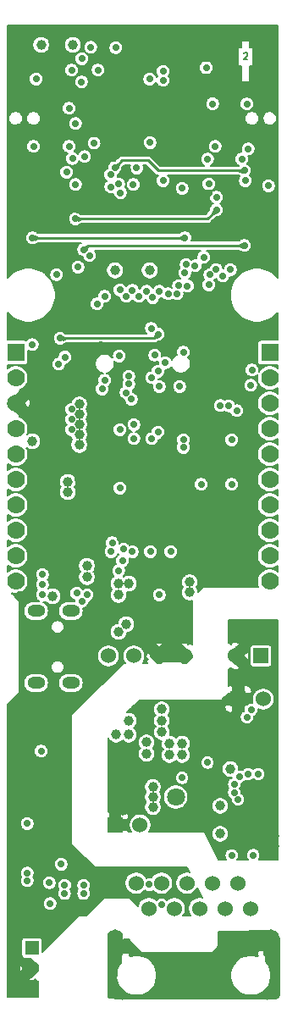
<source format=gbr>
G04 #@! TF.GenerationSoftware,KiCad,Pcbnew,5.1.6-c6e7f7d~87~ubuntu18.04.1*
G04 #@! TF.CreationDate,2022-05-31T16:19:01+03:00*
G04 #@! TF.ProjectId,ESP32-PoE-ISO_Rev_J,45535033-322d-4506-9f45-2d49534f5f52,J*
G04 #@! TF.SameCoordinates,Original*
G04 #@! TF.FileFunction,Copper,L2,Inr*
G04 #@! TF.FilePolarity,Positive*
%FSLAX46Y46*%
G04 Gerber Fmt 4.6, Leading zero omitted, Abs format (unit mm)*
G04 Created by KiCad (PCBNEW 5.1.6-c6e7f7d~87~ubuntu18.04.1) date 2022-05-31 16:19:01*
%MOMM*%
%LPD*%
G01*
G04 APERTURE LIST*
G04 #@! TA.AperFunction,NonConductor*
%ADD10C,0.158750*%
G04 #@! TD*
G04 #@! TA.AperFunction,ViaPad*
%ADD11C,1.524000*%
G04 #@! TD*
G04 #@! TA.AperFunction,ViaPad*
%ADD12R,1.524000X1.524000*%
G04 #@! TD*
G04 #@! TA.AperFunction,ViaPad*
%ADD13C,1.778000*%
G04 #@! TD*
G04 #@! TA.AperFunction,ViaPad*
%ADD14R,1.778000X1.778000*%
G04 #@! TD*
G04 #@! TA.AperFunction,ViaPad*
%ADD15R,0.400000X0.400000*%
G04 #@! TD*
G04 #@! TA.AperFunction,ViaPad*
%ADD16R,1.422400X1.422400*%
G04 #@! TD*
G04 #@! TA.AperFunction,ViaPad*
%ADD17O,1.800000X1.200000*%
G04 #@! TD*
G04 #@! TA.AperFunction,ViaPad*
%ADD18O,1.600000X2.999999*%
G04 #@! TD*
G04 #@! TA.AperFunction,ViaPad*
%ADD19C,1.800000*%
G04 #@! TD*
G04 #@! TA.AperFunction,ViaPad*
%ADD20C,1.500000*%
G04 #@! TD*
G04 #@! TA.AperFunction,ViaPad*
%ADD21C,0.700000*%
G04 #@! TD*
G04 #@! TA.AperFunction,ViaPad*
%ADD22R,1.400000X1.400000*%
G04 #@! TD*
G04 #@! TA.AperFunction,ViaPad*
%ADD23C,1.400000*%
G04 #@! TD*
G04 #@! TA.AperFunction,ViaPad*
%ADD24C,1.000000*%
G04 #@! TD*
G04 #@! TA.AperFunction,ViaPad*
%ADD25C,0.900000*%
G04 #@! TD*
G04 #@! TA.AperFunction,Conductor*
%ADD26C,1.270000*%
G04 #@! TD*
G04 #@! TA.AperFunction,Conductor*
%ADD27C,0.254000*%
G04 #@! TD*
G04 #@! TA.AperFunction,Conductor*
%ADD28C,1.016000*%
G04 #@! TD*
G04 #@! TA.AperFunction,Conductor*
%ADD29C,0.762000*%
G04 #@! TD*
G04 #@! TA.AperFunction,Conductor*
%ADD30C,0.508000*%
G04 #@! TD*
G04 #@! TA.AperFunction,Conductor*
%ADD31C,0.127000*%
G04 #@! TD*
G04 #@! TA.AperFunction,Conductor*
%ADD32C,0.203200*%
G04 #@! TD*
G04 #@! TA.AperFunction,Conductor*
%ADD33C,0.025400*%
G04 #@! TD*
G04 APERTURE END LIST*
D10*
X114245571Y-93311738D02*
X114275809Y-93281500D01*
X114336285Y-93251261D01*
X114487476Y-93251261D01*
X114547952Y-93281500D01*
X114578190Y-93311738D01*
X114608428Y-93372214D01*
X114608428Y-93432690D01*
X114578190Y-93523404D01*
X114215333Y-93886261D01*
X114608428Y-93886261D01*
D11*
X113411000Y-153543000D03*
D12*
X115951000Y-153543000D03*
D11*
X108331000Y-153543000D03*
X105791000Y-153543000D03*
X100711000Y-153543000D03*
X103251000Y-153543000D03*
X103866000Y-170434000D03*
D12*
X101366000Y-170434000D03*
D13*
X116840000Y-146080000D03*
X116840000Y-143540000D03*
X116840000Y-138460000D03*
X116840000Y-141000000D03*
X116840000Y-135920000D03*
X116840000Y-133380000D03*
D14*
X116840000Y-123220000D03*
D13*
X116840000Y-125760000D03*
X116840000Y-128300000D03*
X116840000Y-130840000D03*
X91440000Y-130840000D03*
X91440000Y-128300000D03*
X91440000Y-125760000D03*
D14*
X91440000Y-123220000D03*
D13*
X91440000Y-133380000D03*
X91440000Y-135920000D03*
X91440000Y-141000000D03*
X91440000Y-138460000D03*
X91440000Y-143540000D03*
X91440000Y-146080000D03*
D15*
X106710000Y-137406000D03*
X106710000Y-136406000D03*
X105910000Y-135606000D03*
X104910000Y-135606000D03*
X104110000Y-136406000D03*
X104110000Y-137406000D03*
X104910000Y-138206000D03*
X105910000Y-138206000D03*
D16*
X105410000Y-136906000D03*
D17*
X93476000Y-149054000D03*
X96946000Y-149054000D03*
X96946000Y-156254000D03*
X93476000Y-156254000D03*
D18*
X117000000Y-182393000D03*
X101400000Y-182393000D03*
D11*
X114915000Y-178793000D03*
X113645000Y-176253000D03*
X112375000Y-178793000D03*
X111105000Y-176253000D03*
X109835000Y-178793000D03*
X108565000Y-176253000D03*
X107295000Y-178793000D03*
X106025000Y-176253000D03*
X104755000Y-178793000D03*
X103485000Y-176253000D03*
X116185000Y-157861000D03*
D12*
X113685000Y-157861000D03*
D19*
X107442000Y-167646000D03*
D20*
X102640000Y-98981000D03*
D21*
X101940000Y-97581000D03*
X103340000Y-97581000D03*
X104040000Y-98281000D03*
X104040000Y-99681000D03*
X103340000Y-100381000D03*
X101940000Y-100381000D03*
X101240000Y-99681000D03*
X101240000Y-98281000D03*
D22*
X93070680Y-182740300D03*
D23*
X93073220Y-184769760D03*
D24*
X93091000Y-132080000D03*
X95123000Y-147574000D03*
D21*
X92583000Y-176022000D03*
X92583000Y-175260000D03*
X92583000Y-170307000D03*
X94869000Y-178308000D03*
X94803014Y-176214986D03*
X91821000Y-147447000D03*
X99949000Y-133350000D03*
X97663000Y-135890000D03*
D25*
X106680000Y-146621500D03*
D24*
X107569000Y-147193000D03*
D21*
X117348000Y-94234000D03*
X108966000Y-139785743D03*
X108077000Y-139785743D03*
X109855000Y-139785743D03*
X99060000Y-138049000D03*
D24*
X98679000Y-135572500D03*
D21*
X95250000Y-161480500D03*
X101854000Y-141859000D03*
X110109000Y-131826000D03*
X114173000Y-140208000D03*
X114173000Y-138176000D03*
X115316000Y-145796000D03*
D24*
X111760000Y-142494000D03*
D21*
X91567000Y-157797496D03*
X93599000Y-160655000D03*
D24*
X96520000Y-163957000D03*
X95504000Y-170053000D03*
X95504000Y-169037000D03*
X96520000Y-170053000D03*
X96520000Y-169037000D03*
X96520000Y-171196000D03*
D21*
X93599000Y-159893000D03*
X93599000Y-161480500D03*
X94424500Y-161480500D03*
X98171000Y-154051000D03*
X98171000Y-154813000D03*
X97409000Y-154813000D03*
X96647000Y-154813000D03*
X91186000Y-184150000D03*
X93853000Y-177673000D03*
X92964000Y-178562000D03*
X93853000Y-178562000D03*
D24*
X96520000Y-168021000D03*
X95504000Y-168021000D03*
X95504000Y-167005000D03*
X95504000Y-165989000D03*
X95504000Y-164973000D03*
X96520000Y-164973000D03*
X106553000Y-150749000D03*
X106553000Y-151892000D03*
D21*
X105664000Y-150749000D03*
D24*
X107061000Y-153543000D03*
D21*
X96774000Y-179451000D03*
X106299000Y-131826000D03*
X101340570Y-141256510D03*
X92075000Y-96393000D03*
D24*
X93853000Y-91186000D03*
X110490000Y-91181000D03*
X114427000Y-91186000D03*
X107950000Y-91181000D03*
X105410000Y-91181000D03*
X102870000Y-91181000D03*
X100330000Y-91181000D03*
X97790000Y-91181000D03*
D21*
X99949000Y-119507000D03*
X97663000Y-108966000D03*
X99949000Y-122397010D03*
X109474000Y-103886000D03*
X115443000Y-105029000D03*
D24*
X102498537Y-104904645D03*
D21*
X91694000Y-100711000D03*
X110737084Y-107276396D03*
X94023642Y-98127364D03*
X117348000Y-96520000D03*
X117348000Y-99060000D03*
X117348000Y-101981000D03*
X117348000Y-103505000D03*
X95884997Y-180721003D03*
X116713000Y-121539000D03*
X117348000Y-120650000D03*
X90932000Y-113665000D03*
X90932000Y-114935000D03*
X90932000Y-111125000D03*
X90932000Y-108585000D03*
X90932000Y-106045000D03*
X90932000Y-103505000D03*
X90932000Y-100711000D03*
X90932000Y-109855000D03*
X90932000Y-112395000D03*
X90932000Y-107315000D03*
X90932000Y-104775000D03*
X90932000Y-102235000D03*
X117348000Y-95250000D03*
X117348000Y-97790000D03*
X117348000Y-100584000D03*
D24*
X96647000Y-137160000D03*
X96647000Y-136144000D03*
D21*
X106172000Y-95123000D03*
X111125000Y-98349688D03*
X108473816Y-114426558D03*
X116713000Y-106553000D03*
X114554000Y-98361500D03*
X94107000Y-147447000D03*
X102743000Y-126365000D03*
X102743000Y-125603000D03*
X97028000Y-130937000D03*
X97028000Y-129921000D03*
D24*
X97790000Y-132461000D03*
X97790000Y-131445000D03*
X97790000Y-130429000D03*
X97790000Y-129413000D03*
X108839000Y-147193000D03*
X108839000Y-146177000D03*
X93980000Y-92456000D03*
X97155000Y-92456000D03*
X104828205Y-115004027D03*
D21*
X114681000Y-102870000D03*
D24*
X97790000Y-128397000D03*
D21*
X97028000Y-128905000D03*
D24*
X101351221Y-115004129D03*
D21*
X104902000Y-143129000D03*
X105791000Y-147447000D03*
X93980000Y-163067994D03*
X103091479Y-143129000D03*
X106934000Y-143129000D03*
X95979490Y-174371000D03*
X101727000Y-145034000D03*
X94107000Y-146431000D03*
X98016923Y-96157588D03*
X93472000Y-95885000D03*
X93218000Y-102616000D03*
X93091000Y-122428000D03*
X96774000Y-102611000D03*
X103759000Y-117602000D03*
X99267901Y-102281101D03*
X97663000Y-114681000D03*
X102235000Y-142875000D03*
X94107000Y-145415000D03*
X98044000Y-93853000D03*
X104521000Y-117094000D03*
X101442065Y-92740935D03*
X99665224Y-94982570D03*
X103095155Y-116995845D03*
X105332150Y-123474968D03*
X108204000Y-123190000D03*
X100330000Y-117602000D03*
X97022988Y-94991000D03*
X102489000Y-117602000D03*
X98933000Y-92710000D03*
X106410622Y-124236990D03*
X99568000Y-118364000D03*
X96520000Y-105188112D03*
X115062000Y-124968000D03*
X102480368Y-127243213D03*
X107823000Y-126619000D03*
X95734918Y-124370313D03*
X110744000Y-106360987D03*
X111483610Y-114897258D03*
X111506000Y-108966000D03*
X95885000Y-121793000D03*
X105664000Y-121377962D03*
X97409004Y-109855000D03*
X105791000Y-117093996D03*
X105001995Y-120804005D03*
X101917500Y-107251500D03*
X111887000Y-128523990D03*
X106680000Y-117348000D03*
X97409000Y-106426000D03*
X101735871Y-106380069D03*
X112747155Y-128552845D03*
X105791000Y-126619000D03*
X108077000Y-106807000D03*
X107569000Y-117348000D03*
X103197882Y-106426000D03*
X105029000Y-125730000D03*
X113538000Y-129032000D03*
X103535990Y-104775000D03*
X107725201Y-116522765D03*
X97106584Y-103822506D03*
X101854000Y-116967000D03*
X98331845Y-103631997D03*
X97536000Y-147279360D03*
X98044000Y-148082000D03*
X98552000Y-147447000D03*
X102108000Y-144018000D03*
X108204000Y-132715000D03*
X108204000Y-131953000D03*
X106172000Y-106045000D03*
X100918728Y-105439478D03*
X114300000Y-105029000D03*
X101351642Y-104734826D03*
D24*
X102108000Y-167005000D03*
X102108000Y-165989000D03*
X117284500Y-171577000D03*
X117284500Y-172593000D03*
D21*
X113030000Y-159512000D03*
X109855000Y-158496000D03*
D24*
X108839000Y-158496000D03*
X108839000Y-160782000D03*
X108839000Y-159639000D03*
D21*
X109855000Y-159258000D03*
X109855000Y-160020000D03*
X109855000Y-160782000D03*
D24*
X107696000Y-159639000D03*
X107696000Y-160782000D03*
X107696000Y-158496000D03*
D21*
X101092000Y-167767000D03*
X101092000Y-168529000D03*
X101092000Y-169291000D03*
D24*
X102108000Y-168021000D03*
X102108000Y-169037000D03*
D21*
X113030000Y-160254190D03*
D24*
X102489000Y-150368000D03*
X101727000Y-151130000D03*
X102743000Y-146304000D03*
X101727000Y-146304000D03*
X101727000Y-147447000D03*
X98552000Y-145669000D03*
X98552000Y-144526000D03*
D21*
X108077000Y-165735000D03*
D24*
X108077000Y-163449000D03*
X108077000Y-162306000D03*
D21*
X115011196Y-158927796D03*
X113030000Y-173482000D03*
D24*
X111887000Y-168529000D03*
X111887000Y-171323000D03*
D21*
X113284000Y-167195500D03*
X113284000Y-166370000D03*
X113792000Y-165608000D03*
X113665000Y-167894000D03*
X114681000Y-165354000D03*
X115697000Y-165354000D03*
X115189000Y-173450250D03*
X104879966Y-102235006D03*
X108340480Y-115242751D03*
X97408988Y-100330000D03*
X104824902Y-95877377D03*
X108615968Y-116559331D03*
X112903000Y-114935000D03*
X110488013Y-94743983D03*
X101790500Y-123571000D03*
X100330005Y-125984000D03*
X98824640Y-113531177D03*
X110252304Y-113679903D03*
X100076000Y-126873000D03*
X114300000Y-112522000D03*
X98220630Y-112945570D03*
X113030000Y-131953000D03*
X113030000Y-136398000D03*
X102997000Y-127889000D03*
X103250997Y-130428997D03*
X105029000Y-131826000D03*
X103251000Y-131826000D03*
X109981990Y-136398000D03*
X114396010Y-106045000D03*
X111506000Y-107696000D03*
X95529400Y-115412010D03*
X110856314Y-115436190D03*
X105664000Y-125095000D03*
X96361993Y-123666999D03*
X111379000Y-102616000D03*
X112141000Y-115570000D03*
X96774000Y-98806000D03*
X106172000Y-96012000D03*
X109378372Y-114532519D03*
X105664000Y-131191000D03*
X101854000Y-130937000D03*
X101854000Y-136779000D03*
X114935000Y-126492000D03*
X110617000Y-103886000D03*
X114046000Y-103886000D03*
X110744000Y-116459000D03*
X105132644Y-117721516D03*
X100953289Y-106647490D03*
X100965006Y-143129000D03*
X98234500Y-177293513D03*
X104775000Y-176402960D03*
X98234500Y-176466500D03*
X106044996Y-178435000D03*
X96329499Y-177294710D03*
X96330699Y-176467699D03*
D24*
X114935000Y-181483000D03*
X102870000Y-182880000D03*
X114935000Y-182880000D03*
X113538000Y-182880000D03*
X112395000Y-185420000D03*
X111125000Y-184150000D03*
X109855000Y-185420000D03*
X117387990Y-185420000D03*
X117387990Y-187387990D03*
X111125000Y-186690000D03*
X108585000Y-186690000D03*
X108585000Y-184150000D03*
X107315000Y-185420000D03*
X106045000Y-186690000D03*
X106045000Y-184150000D03*
X101092000Y-187325000D03*
X101092000Y-185420000D03*
D21*
X101092000Y-142240000D03*
X93121979Y-111760000D03*
X108363502Y-111756863D03*
D24*
X102743000Y-161417000D03*
X102743000Y-160020000D03*
X104521000Y-162179000D03*
X104521000Y-163322000D03*
X106045000Y-158877000D03*
X106045000Y-160020000D03*
X106045000Y-161163000D03*
X101473000Y-161417000D03*
D21*
X114565912Y-159674791D03*
X110617000Y-164211000D03*
D24*
X112903000Y-164846000D03*
X105156000Y-166624000D03*
X105156000Y-167640000D03*
X105156000Y-168656000D03*
X106807000Y-163449000D03*
X106807000Y-162306000D03*
D26*
X108331000Y-153543000D02*
X107061000Y-153543000D01*
X105791000Y-153543000D02*
X107061000Y-153543000D01*
D27*
X105248962Y-121793000D02*
X105664000Y-121377962D01*
X95885000Y-121793000D02*
X105248962Y-121793000D01*
X110617000Y-109855000D02*
X97409004Y-109855000D01*
X111506000Y-108966000D02*
X110617000Y-109855000D01*
X105664000Y-105029000D02*
X104648000Y-104013000D01*
X104648000Y-104013000D02*
X102073468Y-104013000D01*
X102073468Y-104013000D02*
X101351642Y-104734826D01*
X114300000Y-105029000D02*
X105664000Y-105029000D01*
X98644200Y-112522000D02*
X98220630Y-112945570D01*
X114300000Y-112522000D02*
X98644200Y-112522000D01*
D28*
X101092000Y-181746042D02*
X101350521Y-181487521D01*
X117387990Y-181903990D02*
X116967000Y-181483000D01*
X117387990Y-185420000D02*
X117387990Y-181903990D01*
X117387990Y-185420000D02*
X117387990Y-187387990D01*
X114935000Y-181483000D02*
X116967000Y-181483000D01*
D29*
X101473000Y-182880000D02*
X101346000Y-182880000D01*
X102870000Y-182880000D02*
X101473000Y-182880000D01*
D30*
X117387990Y-187387990D02*
X117133990Y-187641990D01*
X117133990Y-187641990D02*
X101408990Y-187641990D01*
X101408990Y-187641990D02*
X101092000Y-187325000D01*
D28*
X101092000Y-185420000D02*
X101092000Y-181746042D01*
D27*
X93121979Y-111760000D02*
X108360365Y-111760000D01*
X108360365Y-111760000D02*
X108363502Y-111756863D01*
D31*
G36*
X117654701Y-115722233D02*
G01*
X117299755Y-115367287D01*
X116855324Y-115070328D01*
X116361499Y-114865779D01*
X115837256Y-114761500D01*
X115302744Y-114761500D01*
X114778501Y-114865779D01*
X114284676Y-115070328D01*
X113840245Y-115367287D01*
X113462287Y-115745245D01*
X113165328Y-116189676D01*
X112960779Y-116683501D01*
X112856500Y-117207744D01*
X112856500Y-117742256D01*
X112960779Y-118266499D01*
X113165328Y-118760324D01*
X113462287Y-119204755D01*
X113840245Y-119582713D01*
X114284676Y-119879672D01*
X114778501Y-120084221D01*
X115302744Y-120188500D01*
X115837256Y-120188500D01*
X116361499Y-120084221D01*
X116855324Y-119879672D01*
X117299755Y-119582713D01*
X117654701Y-119227767D01*
X117654701Y-121960918D01*
X115951000Y-121960918D01*
X115878801Y-121968029D01*
X115809376Y-121989089D01*
X115745393Y-122023288D01*
X115689313Y-122069313D01*
X115643288Y-122125393D01*
X115609089Y-122189376D01*
X115588029Y-122258801D01*
X115580918Y-122331000D01*
X115580918Y-124109000D01*
X115588029Y-124181199D01*
X115609089Y-124250624D01*
X115643288Y-124314607D01*
X115689313Y-124370687D01*
X115745393Y-124416712D01*
X115809376Y-124450911D01*
X115878801Y-124471971D01*
X115951000Y-124479082D01*
X117654701Y-124479082D01*
X117654701Y-124796610D01*
X117641482Y-124783391D01*
X117435555Y-124645795D01*
X117206741Y-124551017D01*
X116963833Y-124502700D01*
X116716167Y-124502700D01*
X116473259Y-124551017D01*
X116244445Y-124645795D01*
X116038518Y-124783391D01*
X115863391Y-124958518D01*
X115767803Y-125101576D01*
X115780300Y-125038746D01*
X115780300Y-124897254D01*
X115752697Y-124758479D01*
X115698550Y-124627757D01*
X115619940Y-124510110D01*
X115519890Y-124410060D01*
X115402243Y-124331450D01*
X115271521Y-124277303D01*
X115132746Y-124249700D01*
X114991254Y-124249700D01*
X114852479Y-124277303D01*
X114721757Y-124331450D01*
X114604110Y-124410060D01*
X114504060Y-124510110D01*
X114425450Y-124627757D01*
X114371303Y-124758479D01*
X114343700Y-124897254D01*
X114343700Y-125038746D01*
X114371303Y-125177521D01*
X114425450Y-125308243D01*
X114504060Y-125425890D01*
X114604110Y-125525940D01*
X114721757Y-125604550D01*
X114852479Y-125658697D01*
X114991254Y-125686300D01*
X115132746Y-125686300D01*
X115271521Y-125658697D01*
X115402243Y-125604550D01*
X115519890Y-125525940D01*
X115619940Y-125425890D01*
X115626470Y-125416117D01*
X115582700Y-125636167D01*
X115582700Y-125883833D01*
X115631017Y-126126741D01*
X115725795Y-126355555D01*
X115863391Y-126561482D01*
X116038518Y-126736609D01*
X116244445Y-126874205D01*
X116473259Y-126968983D01*
X116716167Y-127017300D01*
X116963833Y-127017300D01*
X117206741Y-126968983D01*
X117435555Y-126874205D01*
X117641482Y-126736609D01*
X117654701Y-126723390D01*
X117654701Y-127336610D01*
X117641482Y-127323391D01*
X117435555Y-127185795D01*
X117206741Y-127091017D01*
X116963833Y-127042700D01*
X116716167Y-127042700D01*
X116473259Y-127091017D01*
X116244445Y-127185795D01*
X116038518Y-127323391D01*
X115863391Y-127498518D01*
X115725795Y-127704445D01*
X115631017Y-127933259D01*
X115582700Y-128176167D01*
X115582700Y-128423833D01*
X115631017Y-128666741D01*
X115725795Y-128895555D01*
X115863391Y-129101482D01*
X116038518Y-129276609D01*
X116244445Y-129414205D01*
X116473259Y-129508983D01*
X116716167Y-129557300D01*
X116963833Y-129557300D01*
X117206741Y-129508983D01*
X117435555Y-129414205D01*
X117641482Y-129276609D01*
X117654701Y-129263390D01*
X117654701Y-129876610D01*
X117641482Y-129863391D01*
X117435555Y-129725795D01*
X117206741Y-129631017D01*
X116963833Y-129582700D01*
X116716167Y-129582700D01*
X116473259Y-129631017D01*
X116244445Y-129725795D01*
X116038518Y-129863391D01*
X115863391Y-130038518D01*
X115725795Y-130244445D01*
X115631017Y-130473259D01*
X115582700Y-130716167D01*
X115582700Y-130963833D01*
X115631017Y-131206741D01*
X115725795Y-131435555D01*
X115863391Y-131641482D01*
X116038518Y-131816609D01*
X116244445Y-131954205D01*
X116473259Y-132048983D01*
X116716167Y-132097300D01*
X116963833Y-132097300D01*
X117206741Y-132048983D01*
X117435555Y-131954205D01*
X117641482Y-131816609D01*
X117654701Y-131803390D01*
X117654701Y-132416610D01*
X117641482Y-132403391D01*
X117435555Y-132265795D01*
X117206741Y-132171017D01*
X116963833Y-132122700D01*
X116716167Y-132122700D01*
X116473259Y-132171017D01*
X116244445Y-132265795D01*
X116038518Y-132403391D01*
X115863391Y-132578518D01*
X115725795Y-132784445D01*
X115631017Y-133013259D01*
X115582700Y-133256167D01*
X115582700Y-133503833D01*
X115631017Y-133746741D01*
X115725795Y-133975555D01*
X115863391Y-134181482D01*
X116038518Y-134356609D01*
X116244445Y-134494205D01*
X116473259Y-134588983D01*
X116716167Y-134637300D01*
X116963833Y-134637300D01*
X117206741Y-134588983D01*
X117435555Y-134494205D01*
X117641482Y-134356609D01*
X117654701Y-134343390D01*
X117654701Y-134956610D01*
X117641482Y-134943391D01*
X117435555Y-134805795D01*
X117206741Y-134711017D01*
X116963833Y-134662700D01*
X116716167Y-134662700D01*
X116473259Y-134711017D01*
X116244445Y-134805795D01*
X116038518Y-134943391D01*
X115863391Y-135118518D01*
X115725795Y-135324445D01*
X115631017Y-135553259D01*
X115582700Y-135796167D01*
X115582700Y-136043833D01*
X115631017Y-136286741D01*
X115725795Y-136515555D01*
X115863391Y-136721482D01*
X116038518Y-136896609D01*
X116244445Y-137034205D01*
X116473259Y-137128983D01*
X116716167Y-137177300D01*
X116963833Y-137177300D01*
X117206741Y-137128983D01*
X117435555Y-137034205D01*
X117641482Y-136896609D01*
X117654701Y-136883390D01*
X117654701Y-137496610D01*
X117641482Y-137483391D01*
X117435555Y-137345795D01*
X117206741Y-137251017D01*
X116963833Y-137202700D01*
X116716167Y-137202700D01*
X116473259Y-137251017D01*
X116244445Y-137345795D01*
X116038518Y-137483391D01*
X115863391Y-137658518D01*
X115725795Y-137864445D01*
X115631017Y-138093259D01*
X115582700Y-138336167D01*
X115582700Y-138583833D01*
X115631017Y-138826741D01*
X115725795Y-139055555D01*
X115863391Y-139261482D01*
X116038518Y-139436609D01*
X116244445Y-139574205D01*
X116473259Y-139668983D01*
X116716167Y-139717300D01*
X116963833Y-139717300D01*
X117206741Y-139668983D01*
X117435555Y-139574205D01*
X117641482Y-139436609D01*
X117654700Y-139423391D01*
X117654700Y-140036609D01*
X117641482Y-140023391D01*
X117435555Y-139885795D01*
X117206741Y-139791017D01*
X116963833Y-139742700D01*
X116716167Y-139742700D01*
X116473259Y-139791017D01*
X116244445Y-139885795D01*
X116038518Y-140023391D01*
X115863391Y-140198518D01*
X115725795Y-140404445D01*
X115631017Y-140633259D01*
X115582700Y-140876167D01*
X115582700Y-141123833D01*
X115631017Y-141366741D01*
X115725795Y-141595555D01*
X115863391Y-141801482D01*
X116038518Y-141976609D01*
X116244445Y-142114205D01*
X116473259Y-142208983D01*
X116716167Y-142257300D01*
X116963833Y-142257300D01*
X117206741Y-142208983D01*
X117435555Y-142114205D01*
X117641482Y-141976609D01*
X117654700Y-141963391D01*
X117654700Y-142576609D01*
X117641482Y-142563391D01*
X117435555Y-142425795D01*
X117206741Y-142331017D01*
X116963833Y-142282700D01*
X116716167Y-142282700D01*
X116473259Y-142331017D01*
X116244445Y-142425795D01*
X116038518Y-142563391D01*
X115863391Y-142738518D01*
X115725795Y-142944445D01*
X115631017Y-143173259D01*
X115582700Y-143416167D01*
X115582700Y-143663833D01*
X115631017Y-143906741D01*
X115725795Y-144135555D01*
X115863391Y-144341482D01*
X116038518Y-144516609D01*
X116244445Y-144654205D01*
X116473259Y-144748983D01*
X116716167Y-144797300D01*
X116963833Y-144797300D01*
X117206741Y-144748983D01*
X117435555Y-144654205D01*
X117641482Y-144516609D01*
X117654700Y-144503391D01*
X117654700Y-145116609D01*
X117641482Y-145103391D01*
X117435555Y-144965795D01*
X117206741Y-144871017D01*
X116963833Y-144822700D01*
X116716167Y-144822700D01*
X116473259Y-144871017D01*
X116244445Y-144965795D01*
X116038518Y-145103391D01*
X115863391Y-145278518D01*
X115725795Y-145484445D01*
X115631017Y-145713259D01*
X115582700Y-145956167D01*
X115582700Y-146203833D01*
X115631017Y-146446741D01*
X115703405Y-146621500D01*
X110236000Y-146621500D01*
X110223612Y-146622720D01*
X110211700Y-146626334D01*
X110200721Y-146632202D01*
X110191099Y-146640099D01*
X109707300Y-147123898D01*
X109707300Y-147107480D01*
X109673931Y-146939726D01*
X109608477Y-146781706D01*
X109543860Y-146685000D01*
X109608477Y-146588294D01*
X109673931Y-146430274D01*
X109707300Y-146262520D01*
X109707300Y-146091480D01*
X109673931Y-145923726D01*
X109608477Y-145765706D01*
X109513452Y-145623491D01*
X109392509Y-145502548D01*
X109250294Y-145407523D01*
X109092274Y-145342069D01*
X108924520Y-145308700D01*
X108753480Y-145308700D01*
X108585726Y-145342069D01*
X108427706Y-145407523D01*
X108285491Y-145502548D01*
X108164548Y-145623491D01*
X108069523Y-145765706D01*
X108004069Y-145923726D01*
X107970700Y-146091480D01*
X107970700Y-146262520D01*
X108004069Y-146430274D01*
X108069523Y-146588294D01*
X108134140Y-146685000D01*
X108069523Y-146781706D01*
X108004069Y-146939726D01*
X107970700Y-147107480D01*
X107970700Y-147278520D01*
X108004069Y-147446274D01*
X108069523Y-147604294D01*
X108164548Y-147746509D01*
X108285491Y-147867452D01*
X108427706Y-147962477D01*
X108585726Y-148027931D01*
X108753480Y-148061300D01*
X108924520Y-148061300D01*
X109054900Y-148035365D01*
X109054900Y-152372356D01*
X108874159Y-152191615D01*
X108670656Y-152395118D01*
X108581022Y-152226581D01*
X108319397Y-152203098D01*
X108080978Y-152226581D01*
X107991343Y-152395120D01*
X108331000Y-152734777D01*
X108345143Y-152720635D01*
X109054900Y-153430392D01*
X109054900Y-153655608D01*
X108469008Y-154241500D01*
X108192992Y-154241500D01*
X107508635Y-153557143D01*
X107522777Y-153543000D01*
X107183120Y-153203343D01*
X107061000Y-153268291D01*
X106938880Y-153203343D01*
X106599223Y-153543000D01*
X106613366Y-153557143D01*
X105929008Y-154241500D01*
X105652992Y-154241500D01*
X104968635Y-153557143D01*
X104982777Y-153543000D01*
X104643120Y-153203343D01*
X104474581Y-153292978D01*
X104451098Y-153554603D01*
X104474581Y-153793022D01*
X104643118Y-153882656D01*
X104439615Y-154086159D01*
X104594956Y-154241500D01*
X104143677Y-154241500D01*
X104252659Y-154078398D01*
X104337863Y-153872696D01*
X104381300Y-153654325D01*
X104381300Y-153431675D01*
X104337863Y-153213304D01*
X104252659Y-153007602D01*
X104128961Y-152822476D01*
X103971524Y-152665039D01*
X103786398Y-152541341D01*
X103580696Y-152456137D01*
X103362325Y-152412700D01*
X103139675Y-152412700D01*
X102921304Y-152456137D01*
X102715602Y-152541341D01*
X102530476Y-152665039D01*
X102373039Y-152822476D01*
X102249341Y-153007602D01*
X102164137Y-153213304D01*
X102120700Y-153431675D01*
X102120700Y-153654325D01*
X102164137Y-153872696D01*
X102249341Y-154078398D01*
X102358323Y-154241500D01*
X102235000Y-154241500D01*
X102222612Y-154242720D01*
X102210700Y-154246334D01*
X102199721Y-154252202D01*
X102190099Y-154260099D01*
X96995799Y-159454399D01*
X96987902Y-159464021D01*
X96982034Y-159475000D01*
X96978420Y-159486912D01*
X96977200Y-159499300D01*
X96977200Y-172326300D01*
X96978559Y-172339368D01*
X96982303Y-172351240D01*
X96988290Y-172362154D01*
X96996292Y-172371689D01*
X99345792Y-174670389D01*
X99354921Y-174677798D01*
X99365900Y-174683666D01*
X99377812Y-174687280D01*
X99390200Y-174688500D01*
X108596668Y-174688500D01*
X108830613Y-175153390D01*
X108676325Y-175122700D01*
X108453675Y-175122700D01*
X108235304Y-175166137D01*
X108029602Y-175251341D01*
X107844476Y-175375039D01*
X107687039Y-175532476D01*
X107563341Y-175717602D01*
X107478137Y-175923304D01*
X107434700Y-176141675D01*
X107434700Y-176364325D01*
X107478137Y-176582696D01*
X107563341Y-176788398D01*
X107687039Y-176973524D01*
X107844476Y-177130961D01*
X108029602Y-177254659D01*
X108235304Y-177339863D01*
X108453675Y-177383300D01*
X108676325Y-177383300D01*
X108894696Y-177339863D01*
X109100398Y-177254659D01*
X109285524Y-177130961D01*
X109442961Y-176973524D01*
X109566659Y-176788398D01*
X109605817Y-176693861D01*
X110109717Y-177695201D01*
X109946325Y-177662700D01*
X109723675Y-177662700D01*
X109505304Y-177706137D01*
X109299602Y-177791341D01*
X109114476Y-177915039D01*
X108957039Y-178072476D01*
X108833341Y-178257602D01*
X108748137Y-178463304D01*
X108704700Y-178681675D01*
X108704700Y-178904325D01*
X108748137Y-179122696D01*
X108833341Y-179328398D01*
X108957039Y-179513524D01*
X108958015Y-179514500D01*
X108171985Y-179514500D01*
X108172961Y-179513524D01*
X108296659Y-179328398D01*
X108381863Y-179122696D01*
X108425300Y-178904325D01*
X108425300Y-178681675D01*
X108381863Y-178463304D01*
X108296659Y-178257602D01*
X108172961Y-178072476D01*
X108015524Y-177915039D01*
X107830398Y-177791341D01*
X107624696Y-177706137D01*
X107406325Y-177662700D01*
X107183675Y-177662700D01*
X106965304Y-177706137D01*
X106759602Y-177791341D01*
X106574476Y-177915039D01*
X106557671Y-177931845D01*
X106502886Y-177877060D01*
X106385239Y-177798450D01*
X106254517Y-177744303D01*
X106115742Y-177716700D01*
X105974250Y-177716700D01*
X105835475Y-177744303D01*
X105704753Y-177798450D01*
X105587106Y-177877060D01*
X105512326Y-177951841D01*
X105475524Y-177915039D01*
X105290398Y-177791341D01*
X105084696Y-177706137D01*
X104866325Y-177662700D01*
X104643675Y-177662700D01*
X104425304Y-177706137D01*
X104219602Y-177791341D01*
X104034476Y-177915039D01*
X103877039Y-178072476D01*
X103753341Y-178257602D01*
X103668137Y-178463304D01*
X103639595Y-178606793D01*
X102787901Y-177755099D01*
X102778279Y-177747202D01*
X102767300Y-177741334D01*
X102755388Y-177737720D01*
X102743000Y-177736500D01*
X100330000Y-177736500D01*
X100317612Y-177737720D01*
X100305700Y-177741334D01*
X100294721Y-177747202D01*
X100285099Y-177755099D01*
X98525698Y-179514500D01*
X97790000Y-179514500D01*
X97777612Y-179515720D01*
X97765700Y-179519334D01*
X97754721Y-179525202D01*
X97745099Y-179533099D01*
X94140762Y-183137436D01*
X94140762Y-182040300D01*
X94133651Y-181968101D01*
X94112591Y-181898676D01*
X94078392Y-181834693D01*
X94032367Y-181778613D01*
X93976287Y-181732588D01*
X93912304Y-181698389D01*
X93842879Y-181677329D01*
X93770680Y-181670218D01*
X92370680Y-181670218D01*
X92298481Y-181677329D01*
X92229056Y-181698389D01*
X92165073Y-181732588D01*
X92108993Y-181778613D01*
X92062968Y-181834693D01*
X92028769Y-181898676D01*
X92007709Y-181968101D01*
X92000598Y-182040300D01*
X92000598Y-183440300D01*
X92007709Y-183512499D01*
X92028769Y-183581924D01*
X92062968Y-183645907D01*
X92108993Y-183701987D01*
X92165073Y-183748012D01*
X92229056Y-183782211D01*
X92298481Y-183803271D01*
X92370680Y-183810382D01*
X92922065Y-183810382D01*
X93073220Y-183961537D01*
X93087363Y-183947395D01*
X93662500Y-184522532D01*
X93662500Y-185016988D01*
X93087363Y-185592126D01*
X93073220Y-185577983D01*
X92784112Y-185867091D01*
X92863906Y-186030150D01*
X93113818Y-186046767D01*
X93282534Y-186030150D01*
X93362327Y-185867093D01*
X93572326Y-186077092D01*
X93662500Y-185986918D01*
X93662500Y-187654700D01*
X90645300Y-187654700D01*
X90645300Y-184810358D01*
X91796213Y-184810358D01*
X91812830Y-184979074D01*
X91975889Y-185058868D01*
X92264997Y-184769760D01*
X91975889Y-184480652D01*
X91812830Y-184560446D01*
X91796213Y-184810358D01*
X90645300Y-184810358D01*
X90645300Y-178237254D01*
X94150700Y-178237254D01*
X94150700Y-178378746D01*
X94178303Y-178517521D01*
X94232450Y-178648243D01*
X94311060Y-178765890D01*
X94411110Y-178865940D01*
X94528757Y-178944550D01*
X94659479Y-178998697D01*
X94798254Y-179026300D01*
X94939746Y-179026300D01*
X95078521Y-178998697D01*
X95209243Y-178944550D01*
X95326890Y-178865940D01*
X95426940Y-178765890D01*
X95505550Y-178648243D01*
X95559697Y-178517521D01*
X95587300Y-178378746D01*
X95587300Y-178237254D01*
X95559697Y-178098479D01*
X95505550Y-177967757D01*
X95426940Y-177850110D01*
X95326890Y-177750060D01*
X95209243Y-177671450D01*
X95078521Y-177617303D01*
X94939746Y-177589700D01*
X94798254Y-177589700D01*
X94659479Y-177617303D01*
X94528757Y-177671450D01*
X94411110Y-177750060D01*
X94311060Y-177850110D01*
X94232450Y-177967757D01*
X94178303Y-178098479D01*
X94150700Y-178237254D01*
X90645300Y-178237254D01*
X90645300Y-177223964D01*
X95611199Y-177223964D01*
X95611199Y-177365456D01*
X95638802Y-177504231D01*
X95692949Y-177634953D01*
X95771559Y-177752600D01*
X95871609Y-177852650D01*
X95989256Y-177931260D01*
X96119978Y-177985407D01*
X96258753Y-178013010D01*
X96400245Y-178013010D01*
X96539020Y-177985407D01*
X96669742Y-177931260D01*
X96787389Y-177852650D01*
X96887439Y-177752600D01*
X96966049Y-177634953D01*
X97020196Y-177504231D01*
X97047799Y-177365456D01*
X97047799Y-177223964D01*
X97020196Y-177085189D01*
X96966049Y-176954467D01*
X96917696Y-176882102D01*
X96967249Y-176807942D01*
X97021396Y-176677220D01*
X97048999Y-176538445D01*
X97048999Y-176396953D01*
X97048761Y-176395754D01*
X97516200Y-176395754D01*
X97516200Y-176537246D01*
X97543803Y-176676021D01*
X97597950Y-176806743D01*
X97646904Y-176880007D01*
X97597950Y-176953270D01*
X97543803Y-177083992D01*
X97516200Y-177222767D01*
X97516200Y-177364259D01*
X97543803Y-177503034D01*
X97597950Y-177633756D01*
X97676560Y-177751403D01*
X97776610Y-177851453D01*
X97894257Y-177930063D01*
X98024979Y-177984210D01*
X98163754Y-178011813D01*
X98305246Y-178011813D01*
X98444021Y-177984210D01*
X98574743Y-177930063D01*
X98692390Y-177851453D01*
X98792440Y-177751403D01*
X98871050Y-177633756D01*
X98925197Y-177503034D01*
X98952800Y-177364259D01*
X98952800Y-177222767D01*
X98925197Y-177083992D01*
X98871050Y-176953270D01*
X98822096Y-176880007D01*
X98871050Y-176806743D01*
X98925197Y-176676021D01*
X98952800Y-176537246D01*
X98952800Y-176395754D01*
X98925197Y-176256979D01*
X98877437Y-176141675D01*
X102354700Y-176141675D01*
X102354700Y-176364325D01*
X102398137Y-176582696D01*
X102483341Y-176788398D01*
X102607039Y-176973524D01*
X102764476Y-177130961D01*
X102949602Y-177254659D01*
X103155304Y-177339863D01*
X103373675Y-177383300D01*
X103596325Y-177383300D01*
X103814696Y-177339863D01*
X104020398Y-177254659D01*
X104205524Y-177130961D01*
X104352163Y-176984322D01*
X104434757Y-177039510D01*
X104565479Y-177093657D01*
X104704254Y-177121260D01*
X104845746Y-177121260D01*
X104984521Y-177093657D01*
X105115243Y-177039510D01*
X105173859Y-177000344D01*
X105304476Y-177130961D01*
X105489602Y-177254659D01*
X105695304Y-177339863D01*
X105913675Y-177383300D01*
X106136325Y-177383300D01*
X106354696Y-177339863D01*
X106560398Y-177254659D01*
X106745524Y-177130961D01*
X106902961Y-176973524D01*
X107026659Y-176788398D01*
X107111863Y-176582696D01*
X107155300Y-176364325D01*
X107155300Y-176141675D01*
X107111863Y-175923304D01*
X107026659Y-175717602D01*
X106902961Y-175532476D01*
X106745524Y-175375039D01*
X106560398Y-175251341D01*
X106354696Y-175166137D01*
X106136325Y-175122700D01*
X105913675Y-175122700D01*
X105695304Y-175166137D01*
X105489602Y-175251341D01*
X105304476Y-175375039D01*
X105147039Y-175532476D01*
X105023341Y-175717602D01*
X105019544Y-175726770D01*
X104984521Y-175712263D01*
X104845746Y-175684660D01*
X104704254Y-175684660D01*
X104565479Y-175712263D01*
X104496314Y-175740912D01*
X104486659Y-175717602D01*
X104362961Y-175532476D01*
X104205524Y-175375039D01*
X104020398Y-175251341D01*
X103814696Y-175166137D01*
X103596325Y-175122700D01*
X103373675Y-175122700D01*
X103155304Y-175166137D01*
X102949602Y-175251341D01*
X102764476Y-175375039D01*
X102607039Y-175532476D01*
X102483341Y-175717602D01*
X102398137Y-175923304D01*
X102354700Y-176141675D01*
X98877437Y-176141675D01*
X98871050Y-176126257D01*
X98792440Y-176008610D01*
X98692390Y-175908560D01*
X98574743Y-175829950D01*
X98444021Y-175775803D01*
X98305246Y-175748200D01*
X98163754Y-175748200D01*
X98024979Y-175775803D01*
X97894257Y-175829950D01*
X97776610Y-175908560D01*
X97676560Y-176008610D01*
X97597950Y-176126257D01*
X97543803Y-176256979D01*
X97516200Y-176395754D01*
X97048761Y-176395754D01*
X97021396Y-176258178D01*
X96967249Y-176127456D01*
X96888639Y-176009809D01*
X96788589Y-175909759D01*
X96670942Y-175831149D01*
X96540220Y-175777002D01*
X96401445Y-175749399D01*
X96259953Y-175749399D01*
X96121178Y-175777002D01*
X95990456Y-175831149D01*
X95872809Y-175909759D01*
X95772759Y-176009809D01*
X95694149Y-176127456D01*
X95640002Y-176258178D01*
X95612399Y-176396953D01*
X95612399Y-176538445D01*
X95640002Y-176677220D01*
X95694149Y-176807942D01*
X95742502Y-176880307D01*
X95692949Y-176954467D01*
X95638802Y-177085189D01*
X95611199Y-177223964D01*
X90645300Y-177223964D01*
X90645300Y-175189254D01*
X91864700Y-175189254D01*
X91864700Y-175330746D01*
X91892303Y-175469521D01*
X91946450Y-175600243D01*
X91973683Y-175641000D01*
X91946450Y-175681757D01*
X91892303Y-175812479D01*
X91864700Y-175951254D01*
X91864700Y-176092746D01*
X91892303Y-176231521D01*
X91946450Y-176362243D01*
X92025060Y-176479890D01*
X92125110Y-176579940D01*
X92242757Y-176658550D01*
X92373479Y-176712697D01*
X92512254Y-176740300D01*
X92653746Y-176740300D01*
X92792521Y-176712697D01*
X92923243Y-176658550D01*
X93040890Y-176579940D01*
X93140940Y-176479890D01*
X93219550Y-176362243D01*
X93273697Y-176231521D01*
X93291057Y-176144240D01*
X94084714Y-176144240D01*
X94084714Y-176285732D01*
X94112317Y-176424507D01*
X94166464Y-176555229D01*
X94245074Y-176672876D01*
X94345124Y-176772926D01*
X94462771Y-176851536D01*
X94593493Y-176905683D01*
X94732268Y-176933286D01*
X94873760Y-176933286D01*
X95012535Y-176905683D01*
X95143257Y-176851536D01*
X95260904Y-176772926D01*
X95360954Y-176672876D01*
X95439564Y-176555229D01*
X95493711Y-176424507D01*
X95521314Y-176285732D01*
X95521314Y-176144240D01*
X95493711Y-176005465D01*
X95439564Y-175874743D01*
X95360954Y-175757096D01*
X95260904Y-175657046D01*
X95143257Y-175578436D01*
X95012535Y-175524289D01*
X94873760Y-175496686D01*
X94732268Y-175496686D01*
X94593493Y-175524289D01*
X94462771Y-175578436D01*
X94345124Y-175657046D01*
X94245074Y-175757096D01*
X94166464Y-175874743D01*
X94112317Y-176005465D01*
X94084714Y-176144240D01*
X93291057Y-176144240D01*
X93301300Y-176092746D01*
X93301300Y-175951254D01*
X93273697Y-175812479D01*
X93219550Y-175681757D01*
X93192317Y-175641000D01*
X93219550Y-175600243D01*
X93273697Y-175469521D01*
X93301300Y-175330746D01*
X93301300Y-175189254D01*
X93273697Y-175050479D01*
X93219550Y-174919757D01*
X93140940Y-174802110D01*
X93040890Y-174702060D01*
X92923243Y-174623450D01*
X92792521Y-174569303D01*
X92653746Y-174541700D01*
X92512254Y-174541700D01*
X92373479Y-174569303D01*
X92242757Y-174623450D01*
X92125110Y-174702060D01*
X92025060Y-174802110D01*
X91946450Y-174919757D01*
X91892303Y-175050479D01*
X91864700Y-175189254D01*
X90645300Y-175189254D01*
X90645300Y-174300254D01*
X95261190Y-174300254D01*
X95261190Y-174441746D01*
X95288793Y-174580521D01*
X95342940Y-174711243D01*
X95421550Y-174828890D01*
X95521600Y-174928940D01*
X95639247Y-175007550D01*
X95769969Y-175061697D01*
X95908744Y-175089300D01*
X96050236Y-175089300D01*
X96189011Y-175061697D01*
X96319733Y-175007550D01*
X96437380Y-174928940D01*
X96537430Y-174828890D01*
X96616040Y-174711243D01*
X96670187Y-174580521D01*
X96697790Y-174441746D01*
X96697790Y-174300254D01*
X96670187Y-174161479D01*
X96616040Y-174030757D01*
X96537430Y-173913110D01*
X96437380Y-173813060D01*
X96319733Y-173734450D01*
X96189011Y-173680303D01*
X96050236Y-173652700D01*
X95908744Y-173652700D01*
X95769969Y-173680303D01*
X95639247Y-173734450D01*
X95521600Y-173813060D01*
X95421550Y-173913110D01*
X95342940Y-174030757D01*
X95288793Y-174161479D01*
X95261190Y-174300254D01*
X90645300Y-174300254D01*
X90645300Y-170236254D01*
X91864700Y-170236254D01*
X91864700Y-170377746D01*
X91892303Y-170516521D01*
X91946450Y-170647243D01*
X92025060Y-170764890D01*
X92125110Y-170864940D01*
X92242757Y-170943550D01*
X92373479Y-170997697D01*
X92512254Y-171025300D01*
X92653746Y-171025300D01*
X92792521Y-170997697D01*
X92923243Y-170943550D01*
X93040890Y-170864940D01*
X93140940Y-170764890D01*
X93219550Y-170647243D01*
X93273697Y-170516521D01*
X93301300Y-170377746D01*
X93301300Y-170236254D01*
X93273697Y-170097479D01*
X93219550Y-169966757D01*
X93140940Y-169849110D01*
X93040890Y-169749060D01*
X92923243Y-169670450D01*
X92792521Y-169616303D01*
X92653746Y-169588700D01*
X92512254Y-169588700D01*
X92373479Y-169616303D01*
X92242757Y-169670450D01*
X92125110Y-169749060D01*
X92025060Y-169849110D01*
X91946450Y-169966757D01*
X91892303Y-170097479D01*
X91864700Y-170236254D01*
X90645300Y-170236254D01*
X90645300Y-162997248D01*
X93261700Y-162997248D01*
X93261700Y-163138740D01*
X93289303Y-163277515D01*
X93343450Y-163408237D01*
X93422060Y-163525884D01*
X93522110Y-163625934D01*
X93639757Y-163704544D01*
X93770479Y-163758691D01*
X93909254Y-163786294D01*
X94050746Y-163786294D01*
X94189521Y-163758691D01*
X94320243Y-163704544D01*
X94437890Y-163625934D01*
X94537940Y-163525884D01*
X94616550Y-163408237D01*
X94670697Y-163277515D01*
X94698300Y-163138740D01*
X94698300Y-162997248D01*
X94670697Y-162858473D01*
X94616550Y-162727751D01*
X94537940Y-162610104D01*
X94437890Y-162510054D01*
X94320243Y-162431444D01*
X94189521Y-162377297D01*
X94050746Y-162349694D01*
X93909254Y-162349694D01*
X93770479Y-162377297D01*
X93639757Y-162431444D01*
X93522110Y-162510054D01*
X93422060Y-162610104D01*
X93343450Y-162727751D01*
X93289303Y-162858473D01*
X93261700Y-162997248D01*
X90645300Y-162997248D01*
X90645300Y-158405159D01*
X91683030Y-157367430D01*
X91701924Y-157351924D01*
X91723526Y-157325602D01*
X91763819Y-157276506D01*
X91809810Y-157190461D01*
X91809811Y-157190460D01*
X91838133Y-157097096D01*
X91845300Y-157024327D01*
X91845300Y-157024318D01*
X91847695Y-157000001D01*
X91845300Y-156975684D01*
X91845300Y-156254000D01*
X92203015Y-156254000D01*
X92221711Y-156443820D01*
X92277079Y-156626345D01*
X92366993Y-156794562D01*
X92487996Y-156942004D01*
X92635438Y-157063007D01*
X92803655Y-157152921D01*
X92986180Y-157208289D01*
X93128433Y-157222300D01*
X93823567Y-157222300D01*
X93965820Y-157208289D01*
X94148345Y-157152921D01*
X94316562Y-157063007D01*
X94464004Y-156942004D01*
X94585007Y-156794562D01*
X94674921Y-156626345D01*
X94730289Y-156443820D01*
X94748985Y-156254000D01*
X95673015Y-156254000D01*
X95691711Y-156443820D01*
X95747079Y-156626345D01*
X95836993Y-156794562D01*
X95957996Y-156942004D01*
X96105438Y-157063007D01*
X96273655Y-157152921D01*
X96456180Y-157208289D01*
X96598433Y-157222300D01*
X97293567Y-157222300D01*
X97435820Y-157208289D01*
X97618345Y-157152921D01*
X97786562Y-157063007D01*
X97934004Y-156942004D01*
X98055007Y-156794562D01*
X98144921Y-156626345D01*
X98200289Y-156443820D01*
X98218985Y-156254000D01*
X98200289Y-156064180D01*
X98144921Y-155881655D01*
X98055007Y-155713438D01*
X97934004Y-155565996D01*
X97786562Y-155444993D01*
X97618345Y-155355079D01*
X97435820Y-155299711D01*
X97293567Y-155285700D01*
X96598433Y-155285700D01*
X96456180Y-155299711D01*
X96273655Y-155355079D01*
X96105438Y-155444993D01*
X95957996Y-155565996D01*
X95836993Y-155713438D01*
X95747079Y-155881655D01*
X95691711Y-156064180D01*
X95673015Y-156254000D01*
X94748985Y-156254000D01*
X94730289Y-156064180D01*
X94674921Y-155881655D01*
X94585007Y-155713438D01*
X94464004Y-155565996D01*
X94316562Y-155444993D01*
X94148345Y-155355079D01*
X93965820Y-155299711D01*
X93823567Y-155285700D01*
X93128433Y-155285700D01*
X92986180Y-155299711D01*
X92803655Y-155355079D01*
X92635438Y-155444993D01*
X92487996Y-155565996D01*
X92366993Y-155713438D01*
X92277079Y-155881655D01*
X92221711Y-156064180D01*
X92203015Y-156254000D01*
X91845300Y-156254000D01*
X91845300Y-154588178D01*
X94957700Y-154588178D01*
X94957700Y-154719822D01*
X94983382Y-154848936D01*
X95033760Y-154970559D01*
X95106897Y-155080017D01*
X95199983Y-155173103D01*
X95309441Y-155246240D01*
X95431064Y-155296618D01*
X95560178Y-155322300D01*
X95691822Y-155322300D01*
X95820936Y-155296618D01*
X95942559Y-155246240D01*
X96052017Y-155173103D01*
X96145103Y-155080017D01*
X96218240Y-154970559D01*
X96268618Y-154848936D01*
X96294300Y-154719822D01*
X96294300Y-154588178D01*
X96268618Y-154459064D01*
X96218240Y-154337441D01*
X96145103Y-154227983D01*
X96052017Y-154134897D01*
X95942559Y-154061760D01*
X95820936Y-154011382D01*
X95691822Y-153985700D01*
X95560178Y-153985700D01*
X95431064Y-154011382D01*
X95309441Y-154061760D01*
X95199983Y-154134897D01*
X95106897Y-154227983D01*
X95033760Y-154337441D01*
X94983382Y-154459064D01*
X94957700Y-154588178D01*
X91845300Y-154588178D01*
X91845300Y-153431675D01*
X99580700Y-153431675D01*
X99580700Y-153654325D01*
X99624137Y-153872696D01*
X99709341Y-154078398D01*
X99833039Y-154263524D01*
X99990476Y-154420961D01*
X100175602Y-154544659D01*
X100381304Y-154629863D01*
X100599675Y-154673300D01*
X100822325Y-154673300D01*
X101040696Y-154629863D01*
X101246398Y-154544659D01*
X101431524Y-154420961D01*
X101588961Y-154263524D01*
X101712659Y-154078398D01*
X101797863Y-153872696D01*
X101841300Y-153654325D01*
X101841300Y-153431675D01*
X101797863Y-153213304D01*
X101712659Y-153007602D01*
X101588961Y-152822476D01*
X101431524Y-152665039D01*
X101246398Y-152541341D01*
X101040696Y-152456137D01*
X100822325Y-152412700D01*
X100599675Y-152412700D01*
X100381304Y-152456137D01*
X100175602Y-152541341D01*
X99990476Y-152665039D01*
X99833039Y-152822476D01*
X99709341Y-153007602D01*
X99624137Y-153213304D01*
X99580700Y-153431675D01*
X91845300Y-153431675D01*
X91845300Y-152395120D01*
X105451343Y-152395120D01*
X105791000Y-152734777D01*
X106130657Y-152395120D01*
X106041022Y-152226581D01*
X105779397Y-152203098D01*
X105540978Y-152226581D01*
X105451343Y-152395120D01*
X91845300Y-152395120D01*
X91845300Y-150588178D01*
X94957700Y-150588178D01*
X94957700Y-150719822D01*
X94983382Y-150848936D01*
X95033760Y-150970559D01*
X95106897Y-151080017D01*
X95199983Y-151173103D01*
X95309441Y-151246240D01*
X95431064Y-151296618D01*
X95560178Y-151322300D01*
X95691822Y-151322300D01*
X95820936Y-151296618D01*
X95942559Y-151246240D01*
X96052017Y-151173103D01*
X96145103Y-151080017D01*
X96168847Y-151044480D01*
X100858700Y-151044480D01*
X100858700Y-151215520D01*
X100892069Y-151383274D01*
X100957523Y-151541294D01*
X101052548Y-151683509D01*
X101173491Y-151804452D01*
X101315706Y-151899477D01*
X101473726Y-151964931D01*
X101641480Y-151998300D01*
X101812520Y-151998300D01*
X101980274Y-151964931D01*
X102138294Y-151899477D01*
X102280509Y-151804452D01*
X102401452Y-151683509D01*
X102496477Y-151541294D01*
X102561931Y-151383274D01*
X102591852Y-151232852D01*
X102742274Y-151202931D01*
X102900294Y-151137477D01*
X103042509Y-151042452D01*
X103163452Y-150921509D01*
X103258477Y-150779294D01*
X103323931Y-150621274D01*
X103357300Y-150453520D01*
X103357300Y-150282480D01*
X103323931Y-150114726D01*
X103258477Y-149956706D01*
X103163452Y-149814491D01*
X103042509Y-149693548D01*
X102900294Y-149598523D01*
X102742274Y-149533069D01*
X102574520Y-149499700D01*
X102403480Y-149499700D01*
X102235726Y-149533069D01*
X102077706Y-149598523D01*
X101935491Y-149693548D01*
X101814548Y-149814491D01*
X101719523Y-149956706D01*
X101654069Y-150114726D01*
X101624148Y-150265148D01*
X101473726Y-150295069D01*
X101315706Y-150360523D01*
X101173491Y-150455548D01*
X101052548Y-150576491D01*
X100957523Y-150718706D01*
X100892069Y-150876726D01*
X100858700Y-151044480D01*
X96168847Y-151044480D01*
X96218240Y-150970559D01*
X96268618Y-150848936D01*
X96294300Y-150719822D01*
X96294300Y-150588178D01*
X96268618Y-150459064D01*
X96218240Y-150337441D01*
X96145103Y-150227983D01*
X96052017Y-150134897D01*
X95942559Y-150061760D01*
X95820936Y-150011382D01*
X95691822Y-149985700D01*
X95560178Y-149985700D01*
X95431064Y-150011382D01*
X95309441Y-150061760D01*
X95199983Y-150134897D01*
X95106897Y-150227983D01*
X95033760Y-150337441D01*
X94983382Y-150459064D01*
X94957700Y-150588178D01*
X91845300Y-150588178D01*
X91845300Y-149054000D01*
X92203015Y-149054000D01*
X92221711Y-149243820D01*
X92277079Y-149426345D01*
X92366993Y-149594562D01*
X92487996Y-149742004D01*
X92635438Y-149863007D01*
X92803655Y-149952921D01*
X92986180Y-150008289D01*
X93128433Y-150022300D01*
X93823567Y-150022300D01*
X93965820Y-150008289D01*
X94148345Y-149952921D01*
X94316562Y-149863007D01*
X94464004Y-149742004D01*
X94585007Y-149594562D01*
X94674921Y-149426345D01*
X94730289Y-149243820D01*
X94748985Y-149054000D01*
X95673015Y-149054000D01*
X95691711Y-149243820D01*
X95747079Y-149426345D01*
X95836993Y-149594562D01*
X95957996Y-149742004D01*
X96105438Y-149863007D01*
X96273655Y-149952921D01*
X96456180Y-150008289D01*
X96598433Y-150022300D01*
X97293567Y-150022300D01*
X97435820Y-150008289D01*
X97618345Y-149952921D01*
X97786562Y-149863007D01*
X97934004Y-149742004D01*
X98055007Y-149594562D01*
X98144921Y-149426345D01*
X98200289Y-149243820D01*
X98218985Y-149054000D01*
X98200289Y-148864180D01*
X98177146Y-148787888D01*
X98253521Y-148772697D01*
X98384243Y-148718550D01*
X98501890Y-148639940D01*
X98601940Y-148539890D01*
X98680550Y-148422243D01*
X98734697Y-148291521D01*
X98762300Y-148152746D01*
X98762300Y-148137374D01*
X98892243Y-148083550D01*
X99009890Y-148004940D01*
X99109940Y-147904890D01*
X99188550Y-147787243D01*
X99242697Y-147656521D01*
X99270300Y-147517746D01*
X99270300Y-147376254D01*
X99242697Y-147237479D01*
X99188550Y-147106757D01*
X99109940Y-146989110D01*
X99009890Y-146889060D01*
X98892243Y-146810450D01*
X98761521Y-146756303D01*
X98622746Y-146728700D01*
X98481254Y-146728700D01*
X98342479Y-146756303D01*
X98211757Y-146810450D01*
X98125215Y-146868276D01*
X98093940Y-146821470D01*
X97993890Y-146721420D01*
X97876243Y-146642810D01*
X97745521Y-146588663D01*
X97606746Y-146561060D01*
X97465254Y-146561060D01*
X97326479Y-146588663D01*
X97195757Y-146642810D01*
X97078110Y-146721420D01*
X96978060Y-146821470D01*
X96899450Y-146939117D01*
X96845303Y-147069839D01*
X96817700Y-147208614D01*
X96817700Y-147350106D01*
X96845303Y-147488881D01*
X96899450Y-147619603D01*
X96978060Y-147737250D01*
X97078110Y-147837300D01*
X97195757Y-147915910D01*
X97326479Y-147970057D01*
X97333612Y-147971476D01*
X97325700Y-148011254D01*
X97325700Y-148088865D01*
X97293567Y-148085700D01*
X96598433Y-148085700D01*
X96456180Y-148099711D01*
X96273655Y-148155079D01*
X96105438Y-148244993D01*
X95957996Y-148365996D01*
X95836993Y-148513438D01*
X95747079Y-148681655D01*
X95691711Y-148864180D01*
X95673015Y-149054000D01*
X94748985Y-149054000D01*
X94730289Y-148864180D01*
X94674921Y-148681655D01*
X94585007Y-148513438D01*
X94464004Y-148365996D01*
X94316562Y-148244993D01*
X94167467Y-148165300D01*
X94177746Y-148165300D01*
X94316521Y-148137697D01*
X94425260Y-148092656D01*
X94448548Y-148127509D01*
X94569491Y-148248452D01*
X94711706Y-148343477D01*
X94869726Y-148408931D01*
X95037480Y-148442300D01*
X95208520Y-148442300D01*
X95376274Y-148408931D01*
X95534294Y-148343477D01*
X95676509Y-148248452D01*
X95797452Y-148127509D01*
X95892477Y-147985294D01*
X95957931Y-147827274D01*
X95991300Y-147659520D01*
X95991300Y-147488480D01*
X95957931Y-147320726D01*
X95892477Y-147162706D01*
X95797452Y-147020491D01*
X95676509Y-146899548D01*
X95534294Y-146804523D01*
X95376274Y-146739069D01*
X95208520Y-146705700D01*
X95037480Y-146705700D01*
X94869726Y-146739069D01*
X94724989Y-146799021D01*
X94743550Y-146771243D01*
X94797697Y-146640521D01*
X94825300Y-146501746D01*
X94825300Y-146360254D01*
X94797697Y-146221479D01*
X94743550Y-146090757D01*
X94664940Y-145973110D01*
X94614830Y-145923000D01*
X94664940Y-145872890D01*
X94743550Y-145755243D01*
X94797697Y-145624521D01*
X94825300Y-145485746D01*
X94825300Y-145344254D01*
X94797697Y-145205479D01*
X94743550Y-145074757D01*
X94664940Y-144957110D01*
X94564890Y-144857060D01*
X94447243Y-144778450D01*
X94316521Y-144724303D01*
X94177746Y-144696700D01*
X94036254Y-144696700D01*
X93897479Y-144724303D01*
X93766757Y-144778450D01*
X93649110Y-144857060D01*
X93549060Y-144957110D01*
X93470450Y-145074757D01*
X93416303Y-145205479D01*
X93388700Y-145344254D01*
X93388700Y-145485746D01*
X93416303Y-145624521D01*
X93470450Y-145755243D01*
X93549060Y-145872890D01*
X93599170Y-145923000D01*
X93549060Y-145973110D01*
X93470450Y-146090757D01*
X93416303Y-146221479D01*
X93388700Y-146360254D01*
X93388700Y-146501746D01*
X93416303Y-146640521D01*
X93470450Y-146771243D01*
X93549060Y-146888890D01*
X93599170Y-146939000D01*
X93549060Y-146989110D01*
X93470450Y-147106757D01*
X93416303Y-147237479D01*
X93388700Y-147376254D01*
X93388700Y-147517746D01*
X93416303Y-147656521D01*
X93470450Y-147787243D01*
X93549060Y-147904890D01*
X93649110Y-148004940D01*
X93766757Y-148083550D01*
X93771948Y-148085700D01*
X93128433Y-148085700D01*
X92986180Y-148099711D01*
X92803655Y-148155079D01*
X92635438Y-148244993D01*
X92487996Y-148365996D01*
X92366993Y-148513438D01*
X92277079Y-148681655D01*
X92221711Y-148864180D01*
X92203015Y-149054000D01*
X91845300Y-149054000D01*
X91845300Y-148324316D01*
X91847695Y-148299999D01*
X91845300Y-148275682D01*
X91845300Y-148275673D01*
X91838133Y-148202904D01*
X91809811Y-148109540D01*
X91784026Y-148061300D01*
X91763819Y-148023494D01*
X91717431Y-147966971D01*
X91717430Y-147966970D01*
X91701924Y-147948076D01*
X91683030Y-147932570D01*
X91015530Y-147265071D01*
X91073259Y-147288983D01*
X91316167Y-147337300D01*
X91563833Y-147337300D01*
X91806741Y-147288983D01*
X92035555Y-147194205D01*
X92241482Y-147056609D01*
X92416609Y-146881482D01*
X92554205Y-146675555D01*
X92648983Y-146446741D01*
X92697300Y-146203833D01*
X92697300Y-145956167D01*
X92648983Y-145713259D01*
X92554205Y-145484445D01*
X92416609Y-145278518D01*
X92241482Y-145103391D01*
X92035555Y-144965795D01*
X91806741Y-144871017D01*
X91563833Y-144822700D01*
X91316167Y-144822700D01*
X91073259Y-144871017D01*
X90844445Y-144965795D01*
X90645300Y-145098859D01*
X90645300Y-144521141D01*
X90844445Y-144654205D01*
X91073259Y-144748983D01*
X91316167Y-144797300D01*
X91563833Y-144797300D01*
X91806741Y-144748983D01*
X92035555Y-144654205D01*
X92241482Y-144516609D01*
X92317611Y-144440480D01*
X97683700Y-144440480D01*
X97683700Y-144611520D01*
X97717069Y-144779274D01*
X97782523Y-144937294D01*
X97877548Y-145079509D01*
X97895539Y-145097500D01*
X97877548Y-145115491D01*
X97782523Y-145257706D01*
X97717069Y-145415726D01*
X97683700Y-145583480D01*
X97683700Y-145754520D01*
X97717069Y-145922274D01*
X97782523Y-146080294D01*
X97877548Y-146222509D01*
X97998491Y-146343452D01*
X98140706Y-146438477D01*
X98298726Y-146503931D01*
X98466480Y-146537300D01*
X98637520Y-146537300D01*
X98805274Y-146503931D01*
X98963294Y-146438477D01*
X99105509Y-146343452D01*
X99226452Y-146222509D01*
X99321477Y-146080294D01*
X99386931Y-145922274D01*
X99420300Y-145754520D01*
X99420300Y-145583480D01*
X99386931Y-145415726D01*
X99321477Y-145257706D01*
X99226452Y-145115491D01*
X99208461Y-145097500D01*
X99226452Y-145079509D01*
X99321477Y-144937294D01*
X99386931Y-144779274D01*
X99420300Y-144611520D01*
X99420300Y-144440480D01*
X99386931Y-144272726D01*
X99321477Y-144114706D01*
X99226452Y-143972491D01*
X99105509Y-143851548D01*
X98963294Y-143756523D01*
X98805274Y-143691069D01*
X98637520Y-143657700D01*
X98466480Y-143657700D01*
X98298726Y-143691069D01*
X98140706Y-143756523D01*
X97998491Y-143851548D01*
X97877548Y-143972491D01*
X97782523Y-144114706D01*
X97717069Y-144272726D01*
X97683700Y-144440480D01*
X92317611Y-144440480D01*
X92416609Y-144341482D01*
X92554205Y-144135555D01*
X92648983Y-143906741D01*
X92697300Y-143663833D01*
X92697300Y-143416167D01*
X92648983Y-143173259D01*
X92601347Y-143058254D01*
X100246706Y-143058254D01*
X100246706Y-143199746D01*
X100274309Y-143338521D01*
X100328456Y-143469243D01*
X100407066Y-143586890D01*
X100507116Y-143686940D01*
X100624763Y-143765550D01*
X100755485Y-143819697D01*
X100894260Y-143847300D01*
X101035752Y-143847300D01*
X101174527Y-143819697D01*
X101305249Y-143765550D01*
X101422896Y-143686940D01*
X101522946Y-143586890D01*
X101601556Y-143469243D01*
X101655703Y-143338521D01*
X101661465Y-143309551D01*
X101677060Y-143332890D01*
X101742498Y-143398328D01*
X101650110Y-143460060D01*
X101550060Y-143560110D01*
X101471450Y-143677757D01*
X101417303Y-143808479D01*
X101389700Y-143947254D01*
X101389700Y-144088746D01*
X101417303Y-144227521D01*
X101471450Y-144358243D01*
X101473609Y-144361475D01*
X101386757Y-144397450D01*
X101269110Y-144476060D01*
X101169060Y-144576110D01*
X101090450Y-144693757D01*
X101036303Y-144824479D01*
X101008700Y-144963254D01*
X101008700Y-145104746D01*
X101036303Y-145243521D01*
X101090450Y-145374243D01*
X101169060Y-145491890D01*
X101253355Y-145576185D01*
X101173491Y-145629548D01*
X101052548Y-145750491D01*
X100957523Y-145892706D01*
X100892069Y-146050726D01*
X100858700Y-146218480D01*
X100858700Y-146389520D01*
X100892069Y-146557274D01*
X100957523Y-146715294D01*
X101052548Y-146857509D01*
X101070539Y-146875500D01*
X101052548Y-146893491D01*
X100957523Y-147035706D01*
X100892069Y-147193726D01*
X100858700Y-147361480D01*
X100858700Y-147532520D01*
X100892069Y-147700274D01*
X100957523Y-147858294D01*
X101052548Y-148000509D01*
X101173491Y-148121452D01*
X101315706Y-148216477D01*
X101473726Y-148281931D01*
X101641480Y-148315300D01*
X101812520Y-148315300D01*
X101980274Y-148281931D01*
X102138294Y-148216477D01*
X102280509Y-148121452D01*
X102401452Y-148000509D01*
X102496477Y-147858294D01*
X102561931Y-147700274D01*
X102595300Y-147532520D01*
X102595300Y-147376254D01*
X105072700Y-147376254D01*
X105072700Y-147517746D01*
X105100303Y-147656521D01*
X105154450Y-147787243D01*
X105233060Y-147904890D01*
X105333110Y-148004940D01*
X105450757Y-148083550D01*
X105581479Y-148137697D01*
X105720254Y-148165300D01*
X105861746Y-148165300D01*
X106000521Y-148137697D01*
X106131243Y-148083550D01*
X106248890Y-148004940D01*
X106348940Y-147904890D01*
X106427550Y-147787243D01*
X106481697Y-147656521D01*
X106509300Y-147517746D01*
X106509300Y-147376254D01*
X106481697Y-147237479D01*
X106427550Y-147106757D01*
X106348940Y-146989110D01*
X106248890Y-146889060D01*
X106131243Y-146810450D01*
X106000521Y-146756303D01*
X105861746Y-146728700D01*
X105720254Y-146728700D01*
X105581479Y-146756303D01*
X105450757Y-146810450D01*
X105333110Y-146889060D01*
X105233060Y-146989110D01*
X105154450Y-147106757D01*
X105100303Y-147237479D01*
X105072700Y-147376254D01*
X102595300Y-147376254D01*
X102595300Y-147361480D01*
X102561931Y-147193726D01*
X102543680Y-147149663D01*
X102657480Y-147172300D01*
X102828520Y-147172300D01*
X102996274Y-147138931D01*
X103154294Y-147073477D01*
X103296509Y-146978452D01*
X103417452Y-146857509D01*
X103512477Y-146715294D01*
X103577931Y-146557274D01*
X103611300Y-146389520D01*
X103611300Y-146218480D01*
X103577931Y-146050726D01*
X103512477Y-145892706D01*
X103417452Y-145750491D01*
X103296509Y-145629548D01*
X103154294Y-145534523D01*
X102996274Y-145469069D01*
X102828520Y-145435700D01*
X102657480Y-145435700D01*
X102489726Y-145469069D01*
X102331706Y-145534523D01*
X102235000Y-145599140D01*
X102200645Y-145576185D01*
X102284940Y-145491890D01*
X102363550Y-145374243D01*
X102417697Y-145243521D01*
X102445300Y-145104746D01*
X102445300Y-144963254D01*
X102417697Y-144824479D01*
X102363550Y-144693757D01*
X102361391Y-144690525D01*
X102448243Y-144654550D01*
X102565890Y-144575940D01*
X102665940Y-144475890D01*
X102744550Y-144358243D01*
X102798697Y-144227521D01*
X102826300Y-144088746D01*
X102826300Y-143947254D01*
X102798697Y-143808479D01*
X102787062Y-143780390D01*
X102881958Y-143819697D01*
X103020733Y-143847300D01*
X103162225Y-143847300D01*
X103301000Y-143819697D01*
X103431722Y-143765550D01*
X103549369Y-143686940D01*
X103649419Y-143586890D01*
X103728029Y-143469243D01*
X103782176Y-143338521D01*
X103809779Y-143199746D01*
X103809779Y-143058254D01*
X104183700Y-143058254D01*
X104183700Y-143199746D01*
X104211303Y-143338521D01*
X104265450Y-143469243D01*
X104344060Y-143586890D01*
X104444110Y-143686940D01*
X104561757Y-143765550D01*
X104692479Y-143819697D01*
X104831254Y-143847300D01*
X104972746Y-143847300D01*
X105111521Y-143819697D01*
X105242243Y-143765550D01*
X105359890Y-143686940D01*
X105459940Y-143586890D01*
X105538550Y-143469243D01*
X105592697Y-143338521D01*
X105620300Y-143199746D01*
X105620300Y-143058254D01*
X106215700Y-143058254D01*
X106215700Y-143199746D01*
X106243303Y-143338521D01*
X106297450Y-143469243D01*
X106376060Y-143586890D01*
X106476110Y-143686940D01*
X106593757Y-143765550D01*
X106724479Y-143819697D01*
X106863254Y-143847300D01*
X107004746Y-143847300D01*
X107143521Y-143819697D01*
X107274243Y-143765550D01*
X107391890Y-143686940D01*
X107491940Y-143586890D01*
X107570550Y-143469243D01*
X107624697Y-143338521D01*
X107652300Y-143199746D01*
X107652300Y-143058254D01*
X107624697Y-142919479D01*
X107570550Y-142788757D01*
X107491940Y-142671110D01*
X107391890Y-142571060D01*
X107274243Y-142492450D01*
X107143521Y-142438303D01*
X107004746Y-142410700D01*
X106863254Y-142410700D01*
X106724479Y-142438303D01*
X106593757Y-142492450D01*
X106476110Y-142571060D01*
X106376060Y-142671110D01*
X106297450Y-142788757D01*
X106243303Y-142919479D01*
X106215700Y-143058254D01*
X105620300Y-143058254D01*
X105592697Y-142919479D01*
X105538550Y-142788757D01*
X105459940Y-142671110D01*
X105359890Y-142571060D01*
X105242243Y-142492450D01*
X105111521Y-142438303D01*
X104972746Y-142410700D01*
X104831254Y-142410700D01*
X104692479Y-142438303D01*
X104561757Y-142492450D01*
X104444110Y-142571060D01*
X104344060Y-142671110D01*
X104265450Y-142788757D01*
X104211303Y-142919479D01*
X104183700Y-143058254D01*
X103809779Y-143058254D01*
X103782176Y-142919479D01*
X103728029Y-142788757D01*
X103649419Y-142671110D01*
X103549369Y-142571060D01*
X103431722Y-142492450D01*
X103301000Y-142438303D01*
X103162225Y-142410700D01*
X103020733Y-142410700D01*
X102881958Y-142438303D01*
X102823328Y-142462588D01*
X102792940Y-142417110D01*
X102692890Y-142317060D01*
X102575243Y-142238450D01*
X102444521Y-142184303D01*
X102305746Y-142156700D01*
X102164254Y-142156700D01*
X102025479Y-142184303D01*
X101894757Y-142238450D01*
X101810300Y-142294883D01*
X101810300Y-142169254D01*
X101782697Y-142030479D01*
X101728550Y-141899757D01*
X101649940Y-141782110D01*
X101549890Y-141682060D01*
X101432243Y-141603450D01*
X101301521Y-141549303D01*
X101162746Y-141521700D01*
X101021254Y-141521700D01*
X100882479Y-141549303D01*
X100751757Y-141603450D01*
X100634110Y-141682060D01*
X100534060Y-141782110D01*
X100455450Y-141899757D01*
X100401303Y-142030479D01*
X100373700Y-142169254D01*
X100373700Y-142310746D01*
X100401303Y-142449521D01*
X100455450Y-142580243D01*
X100472466Y-142605710D01*
X100407066Y-142671110D01*
X100328456Y-142788757D01*
X100274309Y-142919479D01*
X100246706Y-143058254D01*
X92601347Y-143058254D01*
X92554205Y-142944445D01*
X92416609Y-142738518D01*
X92241482Y-142563391D01*
X92035555Y-142425795D01*
X91806741Y-142331017D01*
X91563833Y-142282700D01*
X91316167Y-142282700D01*
X91073259Y-142331017D01*
X90844445Y-142425795D01*
X90645300Y-142558859D01*
X90645300Y-141981141D01*
X90844445Y-142114205D01*
X91073259Y-142208983D01*
X91316167Y-142257300D01*
X91563833Y-142257300D01*
X91806741Y-142208983D01*
X92035555Y-142114205D01*
X92241482Y-141976609D01*
X92416609Y-141801482D01*
X92554205Y-141595555D01*
X92648983Y-141366741D01*
X92697300Y-141123833D01*
X92697300Y-140876167D01*
X92648983Y-140633259D01*
X92554205Y-140404445D01*
X92416609Y-140198518D01*
X92241482Y-140023391D01*
X92035555Y-139885795D01*
X91806741Y-139791017D01*
X91563833Y-139742700D01*
X91316167Y-139742700D01*
X91073259Y-139791017D01*
X90844445Y-139885795D01*
X90645300Y-140018859D01*
X90645300Y-139441141D01*
X90844445Y-139574205D01*
X91073259Y-139668983D01*
X91316167Y-139717300D01*
X91563833Y-139717300D01*
X91806741Y-139668983D01*
X92035555Y-139574205D01*
X92241482Y-139436609D01*
X92416609Y-139261482D01*
X92554205Y-139055555D01*
X92648983Y-138826741D01*
X92697300Y-138583833D01*
X92697300Y-138336167D01*
X92648983Y-138093259D01*
X92554205Y-137864445D01*
X92416609Y-137658518D01*
X92241482Y-137483391D01*
X92035555Y-137345795D01*
X91806741Y-137251017D01*
X91563833Y-137202700D01*
X91316167Y-137202700D01*
X91073259Y-137251017D01*
X90844445Y-137345795D01*
X90645300Y-137478859D01*
X90645300Y-136901141D01*
X90844445Y-137034205D01*
X91073259Y-137128983D01*
X91316167Y-137177300D01*
X91563833Y-137177300D01*
X91806741Y-137128983D01*
X92035555Y-137034205D01*
X92241482Y-136896609D01*
X92416609Y-136721482D01*
X92554205Y-136515555D01*
X92648983Y-136286741D01*
X92694386Y-136058480D01*
X95778700Y-136058480D01*
X95778700Y-136229520D01*
X95812069Y-136397274D01*
X95877523Y-136555294D01*
X95942140Y-136652000D01*
X95877523Y-136748706D01*
X95812069Y-136906726D01*
X95778700Y-137074480D01*
X95778700Y-137245520D01*
X95812069Y-137413274D01*
X95877523Y-137571294D01*
X95972548Y-137713509D01*
X96093491Y-137834452D01*
X96235706Y-137929477D01*
X96393726Y-137994931D01*
X96561480Y-138028300D01*
X96732520Y-138028300D01*
X96900274Y-137994931D01*
X97058294Y-137929477D01*
X97200509Y-137834452D01*
X97321452Y-137713509D01*
X97416477Y-137571294D01*
X97481931Y-137413274D01*
X97515300Y-137245520D01*
X97515300Y-137074480D01*
X97481931Y-136906726D01*
X97416477Y-136748706D01*
X97389448Y-136708254D01*
X101135700Y-136708254D01*
X101135700Y-136849746D01*
X101163303Y-136988521D01*
X101217450Y-137119243D01*
X101296060Y-137236890D01*
X101396110Y-137336940D01*
X101513757Y-137415550D01*
X101644479Y-137469697D01*
X101783254Y-137497300D01*
X101924746Y-137497300D01*
X102063521Y-137469697D01*
X102194243Y-137415550D01*
X102311890Y-137336940D01*
X102411940Y-137236890D01*
X102490550Y-137119243D01*
X102544697Y-136988521D01*
X102572300Y-136849746D01*
X102572300Y-136708254D01*
X102544697Y-136569479D01*
X102490550Y-136438757D01*
X102416046Y-136327254D01*
X109263690Y-136327254D01*
X109263690Y-136468746D01*
X109291293Y-136607521D01*
X109345440Y-136738243D01*
X109424050Y-136855890D01*
X109524100Y-136955940D01*
X109641747Y-137034550D01*
X109772469Y-137088697D01*
X109911244Y-137116300D01*
X110052736Y-137116300D01*
X110191511Y-137088697D01*
X110322233Y-137034550D01*
X110439880Y-136955940D01*
X110539930Y-136855890D01*
X110618540Y-136738243D01*
X110672687Y-136607521D01*
X110700290Y-136468746D01*
X110700290Y-136327254D01*
X112311700Y-136327254D01*
X112311700Y-136468746D01*
X112339303Y-136607521D01*
X112393450Y-136738243D01*
X112472060Y-136855890D01*
X112572110Y-136955940D01*
X112689757Y-137034550D01*
X112820479Y-137088697D01*
X112959254Y-137116300D01*
X113100746Y-137116300D01*
X113239521Y-137088697D01*
X113370243Y-137034550D01*
X113487890Y-136955940D01*
X113587940Y-136855890D01*
X113666550Y-136738243D01*
X113720697Y-136607521D01*
X113748300Y-136468746D01*
X113748300Y-136327254D01*
X113720697Y-136188479D01*
X113666550Y-136057757D01*
X113587940Y-135940110D01*
X113487890Y-135840060D01*
X113370243Y-135761450D01*
X113239521Y-135707303D01*
X113100746Y-135679700D01*
X112959254Y-135679700D01*
X112820479Y-135707303D01*
X112689757Y-135761450D01*
X112572110Y-135840060D01*
X112472060Y-135940110D01*
X112393450Y-136057757D01*
X112339303Y-136188479D01*
X112311700Y-136327254D01*
X110700290Y-136327254D01*
X110672687Y-136188479D01*
X110618540Y-136057757D01*
X110539930Y-135940110D01*
X110439880Y-135840060D01*
X110322233Y-135761450D01*
X110191511Y-135707303D01*
X110052736Y-135679700D01*
X109911244Y-135679700D01*
X109772469Y-135707303D01*
X109641747Y-135761450D01*
X109524100Y-135840060D01*
X109424050Y-135940110D01*
X109345440Y-136057757D01*
X109291293Y-136188479D01*
X109263690Y-136327254D01*
X102416046Y-136327254D01*
X102411940Y-136321110D01*
X102311890Y-136221060D01*
X102194243Y-136142450D01*
X102063521Y-136088303D01*
X101924746Y-136060700D01*
X101783254Y-136060700D01*
X101644479Y-136088303D01*
X101513757Y-136142450D01*
X101396110Y-136221060D01*
X101296060Y-136321110D01*
X101217450Y-136438757D01*
X101163303Y-136569479D01*
X101135700Y-136708254D01*
X97389448Y-136708254D01*
X97351860Y-136652000D01*
X97416477Y-136555294D01*
X97481931Y-136397274D01*
X97515300Y-136229520D01*
X97515300Y-136058480D01*
X97481931Y-135890726D01*
X97416477Y-135732706D01*
X97321452Y-135590491D01*
X97200509Y-135469548D01*
X97058294Y-135374523D01*
X96900274Y-135309069D01*
X96732520Y-135275700D01*
X96561480Y-135275700D01*
X96393726Y-135309069D01*
X96235706Y-135374523D01*
X96093491Y-135469548D01*
X95972548Y-135590491D01*
X95877523Y-135732706D01*
X95812069Y-135890726D01*
X95778700Y-136058480D01*
X92694386Y-136058480D01*
X92697300Y-136043833D01*
X92697300Y-135796167D01*
X92648983Y-135553259D01*
X92554205Y-135324445D01*
X92416609Y-135118518D01*
X92241482Y-134943391D01*
X92035555Y-134805795D01*
X91806741Y-134711017D01*
X91563833Y-134662700D01*
X91316167Y-134662700D01*
X91073259Y-134711017D01*
X90844445Y-134805795D01*
X90645300Y-134938859D01*
X90645300Y-134361141D01*
X90844445Y-134494205D01*
X91073259Y-134588983D01*
X91316167Y-134637300D01*
X91563833Y-134637300D01*
X91806741Y-134588983D01*
X92035555Y-134494205D01*
X92241482Y-134356609D01*
X92416609Y-134181482D01*
X92554205Y-133975555D01*
X92648983Y-133746741D01*
X92697300Y-133503833D01*
X92697300Y-133256167D01*
X92648983Y-133013259D01*
X92554205Y-132784445D01*
X92527465Y-132744426D01*
X92537491Y-132754452D01*
X92679706Y-132849477D01*
X92837726Y-132914931D01*
X93005480Y-132948300D01*
X93176520Y-132948300D01*
X93344274Y-132914931D01*
X93502294Y-132849477D01*
X93644509Y-132754452D01*
X93765452Y-132633509D01*
X93860477Y-132491294D01*
X93925931Y-132333274D01*
X93959300Y-132165520D01*
X93959300Y-131994480D01*
X93925931Y-131826726D01*
X93860477Y-131668706D01*
X93765452Y-131526491D01*
X93644509Y-131405548D01*
X93502294Y-131310523D01*
X93344274Y-131245069D01*
X93176520Y-131211700D01*
X93005480Y-131211700D01*
X92837726Y-131245069D01*
X92679706Y-131310523D01*
X92577787Y-131378623D01*
X92648983Y-131206741D01*
X92697300Y-130963833D01*
X92697300Y-130716167D01*
X92648983Y-130473259D01*
X92554205Y-130244445D01*
X92416609Y-130038518D01*
X92241482Y-129863391D01*
X92035555Y-129725795D01*
X91826596Y-129639241D01*
X91880932Y-129549155D01*
X91440000Y-129108223D01*
X91425858Y-129122366D01*
X91137746Y-128834254D01*
X96309700Y-128834254D01*
X96309700Y-128975746D01*
X96337303Y-129114521D01*
X96391450Y-129245243D01*
X96470060Y-129362890D01*
X96520170Y-129413000D01*
X96470060Y-129463110D01*
X96391450Y-129580757D01*
X96337303Y-129711479D01*
X96309700Y-129850254D01*
X96309700Y-129991746D01*
X96337303Y-130130521D01*
X96391450Y-130261243D01*
X96470060Y-130378890D01*
X96520170Y-130429000D01*
X96470060Y-130479110D01*
X96391450Y-130596757D01*
X96337303Y-130727479D01*
X96309700Y-130866254D01*
X96309700Y-131007746D01*
X96337303Y-131146521D01*
X96391450Y-131277243D01*
X96470060Y-131394890D01*
X96570110Y-131494940D01*
X96687757Y-131573550D01*
X96818479Y-131627697D01*
X96946079Y-131653077D01*
X96955069Y-131698274D01*
X97020523Y-131856294D01*
X97085140Y-131953000D01*
X97020523Y-132049706D01*
X96955069Y-132207726D01*
X96921700Y-132375480D01*
X96921700Y-132546520D01*
X96955069Y-132714274D01*
X97020523Y-132872294D01*
X97115548Y-133014509D01*
X97236491Y-133135452D01*
X97378706Y-133230477D01*
X97536726Y-133295931D01*
X97704480Y-133329300D01*
X97875520Y-133329300D01*
X98043274Y-133295931D01*
X98201294Y-133230477D01*
X98343509Y-133135452D01*
X98464452Y-133014509D01*
X98559477Y-132872294D01*
X98624931Y-132714274D01*
X98658300Y-132546520D01*
X98658300Y-132375480D01*
X98624931Y-132207726D01*
X98559477Y-132049706D01*
X98494860Y-131953000D01*
X98559477Y-131856294D01*
X98624931Y-131698274D01*
X98658300Y-131530520D01*
X98658300Y-131359480D01*
X98624931Y-131191726D01*
X98559477Y-131033706D01*
X98494860Y-130937000D01*
X98542131Y-130866254D01*
X101135700Y-130866254D01*
X101135700Y-131007746D01*
X101163303Y-131146521D01*
X101217450Y-131277243D01*
X101296060Y-131394890D01*
X101396110Y-131494940D01*
X101513757Y-131573550D01*
X101644479Y-131627697D01*
X101783254Y-131655300D01*
X101924746Y-131655300D01*
X102063521Y-131627697D01*
X102194243Y-131573550D01*
X102311890Y-131494940D01*
X102411940Y-131394890D01*
X102490550Y-131277243D01*
X102544697Y-131146521D01*
X102572300Y-131007746D01*
X102572300Y-130866254D01*
X102544697Y-130727479D01*
X102490550Y-130596757D01*
X102411940Y-130479110D01*
X102311890Y-130379060D01*
X102280748Y-130358251D01*
X102532697Y-130358251D01*
X102532697Y-130499743D01*
X102560300Y-130638518D01*
X102614447Y-130769240D01*
X102693057Y-130886887D01*
X102793107Y-130986937D01*
X102910754Y-131065547D01*
X103041476Y-131119694D01*
X103080715Y-131127499D01*
X103041479Y-131135303D01*
X102910757Y-131189450D01*
X102793110Y-131268060D01*
X102693060Y-131368110D01*
X102614450Y-131485757D01*
X102560303Y-131616479D01*
X102532700Y-131755254D01*
X102532700Y-131896746D01*
X102560303Y-132035521D01*
X102614450Y-132166243D01*
X102693060Y-132283890D01*
X102793110Y-132383940D01*
X102910757Y-132462550D01*
X103041479Y-132516697D01*
X103180254Y-132544300D01*
X103321746Y-132544300D01*
X103460521Y-132516697D01*
X103591243Y-132462550D01*
X103708890Y-132383940D01*
X103808940Y-132283890D01*
X103887550Y-132166243D01*
X103941697Y-132035521D01*
X103969300Y-131896746D01*
X103969300Y-131755254D01*
X104310700Y-131755254D01*
X104310700Y-131896746D01*
X104338303Y-132035521D01*
X104392450Y-132166243D01*
X104471060Y-132283890D01*
X104571110Y-132383940D01*
X104688757Y-132462550D01*
X104819479Y-132516697D01*
X104958254Y-132544300D01*
X105099746Y-132544300D01*
X105238521Y-132516697D01*
X105369243Y-132462550D01*
X105486890Y-132383940D01*
X105586940Y-132283890D01*
X105665550Y-132166243D01*
X105719697Y-132035521D01*
X105745217Y-131907217D01*
X105870720Y-131882254D01*
X107485700Y-131882254D01*
X107485700Y-132023746D01*
X107513303Y-132162521D01*
X107567450Y-132293243D01*
X107594683Y-132334000D01*
X107567450Y-132374757D01*
X107513303Y-132505479D01*
X107485700Y-132644254D01*
X107485700Y-132785746D01*
X107513303Y-132924521D01*
X107567450Y-133055243D01*
X107646060Y-133172890D01*
X107746110Y-133272940D01*
X107863757Y-133351550D01*
X107994479Y-133405697D01*
X108133254Y-133433300D01*
X108274746Y-133433300D01*
X108413521Y-133405697D01*
X108544243Y-133351550D01*
X108661890Y-133272940D01*
X108761940Y-133172890D01*
X108840550Y-133055243D01*
X108894697Y-132924521D01*
X108922300Y-132785746D01*
X108922300Y-132644254D01*
X108894697Y-132505479D01*
X108840550Y-132374757D01*
X108813317Y-132334000D01*
X108840550Y-132293243D01*
X108894697Y-132162521D01*
X108922300Y-132023746D01*
X108922300Y-131882254D01*
X112311700Y-131882254D01*
X112311700Y-132023746D01*
X112339303Y-132162521D01*
X112393450Y-132293243D01*
X112472060Y-132410890D01*
X112572110Y-132510940D01*
X112689757Y-132589550D01*
X112820479Y-132643697D01*
X112959254Y-132671300D01*
X113100746Y-132671300D01*
X113239521Y-132643697D01*
X113370243Y-132589550D01*
X113487890Y-132510940D01*
X113587940Y-132410890D01*
X113666550Y-132293243D01*
X113720697Y-132162521D01*
X113748300Y-132023746D01*
X113748300Y-131882254D01*
X113720697Y-131743479D01*
X113666550Y-131612757D01*
X113587940Y-131495110D01*
X113487890Y-131395060D01*
X113370243Y-131316450D01*
X113239521Y-131262303D01*
X113100746Y-131234700D01*
X112959254Y-131234700D01*
X112820479Y-131262303D01*
X112689757Y-131316450D01*
X112572110Y-131395060D01*
X112472060Y-131495110D01*
X112393450Y-131612757D01*
X112339303Y-131743479D01*
X112311700Y-131882254D01*
X108922300Y-131882254D01*
X108894697Y-131743479D01*
X108840550Y-131612757D01*
X108761940Y-131495110D01*
X108661890Y-131395060D01*
X108544243Y-131316450D01*
X108413521Y-131262303D01*
X108274746Y-131234700D01*
X108133254Y-131234700D01*
X107994479Y-131262303D01*
X107863757Y-131316450D01*
X107746110Y-131395060D01*
X107646060Y-131495110D01*
X107567450Y-131612757D01*
X107513303Y-131743479D01*
X107485700Y-131882254D01*
X105870720Y-131882254D01*
X105873521Y-131881697D01*
X106004243Y-131827550D01*
X106121890Y-131748940D01*
X106221940Y-131648890D01*
X106300550Y-131531243D01*
X106354697Y-131400521D01*
X106382300Y-131261746D01*
X106382300Y-131120254D01*
X106354697Y-130981479D01*
X106300550Y-130850757D01*
X106221940Y-130733110D01*
X106121890Y-130633060D01*
X106004243Y-130554450D01*
X105873521Y-130500303D01*
X105734746Y-130472700D01*
X105593254Y-130472700D01*
X105454479Y-130500303D01*
X105323757Y-130554450D01*
X105206110Y-130633060D01*
X105106060Y-130733110D01*
X105027450Y-130850757D01*
X104973303Y-130981479D01*
X104947783Y-131109783D01*
X104819479Y-131135303D01*
X104688757Y-131189450D01*
X104571110Y-131268060D01*
X104471060Y-131368110D01*
X104392450Y-131485757D01*
X104338303Y-131616479D01*
X104310700Y-131755254D01*
X103969300Y-131755254D01*
X103941697Y-131616479D01*
X103887550Y-131485757D01*
X103808940Y-131368110D01*
X103708890Y-131268060D01*
X103591243Y-131189450D01*
X103460521Y-131135303D01*
X103421282Y-131127498D01*
X103460518Y-131119694D01*
X103591240Y-131065547D01*
X103708887Y-130986937D01*
X103808937Y-130886887D01*
X103887547Y-130769240D01*
X103941694Y-130638518D01*
X103969297Y-130499743D01*
X103969297Y-130358251D01*
X103941694Y-130219476D01*
X103887547Y-130088754D01*
X103808937Y-129971107D01*
X103708887Y-129871057D01*
X103591240Y-129792447D01*
X103460518Y-129738300D01*
X103321743Y-129710697D01*
X103180251Y-129710697D01*
X103041476Y-129738300D01*
X102910754Y-129792447D01*
X102793107Y-129871057D01*
X102693057Y-129971107D01*
X102614447Y-130088754D01*
X102560300Y-130219476D01*
X102532697Y-130358251D01*
X102280748Y-130358251D01*
X102194243Y-130300450D01*
X102063521Y-130246303D01*
X101924746Y-130218700D01*
X101783254Y-130218700D01*
X101644479Y-130246303D01*
X101513757Y-130300450D01*
X101396110Y-130379060D01*
X101296060Y-130479110D01*
X101217450Y-130596757D01*
X101163303Y-130727479D01*
X101135700Y-130866254D01*
X98542131Y-130866254D01*
X98559477Y-130840294D01*
X98624931Y-130682274D01*
X98658300Y-130514520D01*
X98658300Y-130343480D01*
X98624931Y-130175726D01*
X98559477Y-130017706D01*
X98494860Y-129921000D01*
X98559477Y-129824294D01*
X98624931Y-129666274D01*
X98658300Y-129498520D01*
X98658300Y-129327480D01*
X98624931Y-129159726D01*
X98559477Y-129001706D01*
X98494860Y-128905000D01*
X98559477Y-128808294D01*
X98624931Y-128650274D01*
X98658300Y-128482520D01*
X98658300Y-128311480D01*
X98624931Y-128143726D01*
X98559477Y-127985706D01*
X98464452Y-127843491D01*
X98343509Y-127722548D01*
X98201294Y-127627523D01*
X98043274Y-127562069D01*
X97875520Y-127528700D01*
X97704480Y-127528700D01*
X97536726Y-127562069D01*
X97378706Y-127627523D01*
X97236491Y-127722548D01*
X97115548Y-127843491D01*
X97020523Y-127985706D01*
X96955069Y-128143726D01*
X96946079Y-128188923D01*
X96818479Y-128214303D01*
X96687757Y-128268450D01*
X96570110Y-128347060D01*
X96470060Y-128447110D01*
X96391450Y-128564757D01*
X96337303Y-128695479D01*
X96309700Y-128834254D01*
X91137746Y-128834254D01*
X90645300Y-128341808D01*
X90645300Y-128300000D01*
X92248223Y-128300000D01*
X92689155Y-128740932D01*
X92869482Y-128632167D01*
X92906817Y-128346906D01*
X92887784Y-128059842D01*
X92869482Y-127967833D01*
X92689155Y-127859068D01*
X92248223Y-128300000D01*
X90645300Y-128300000D01*
X90645300Y-128258192D01*
X91425858Y-127477635D01*
X91440000Y-127491777D01*
X91880932Y-127050845D01*
X91826596Y-126960759D01*
X92035555Y-126874205D01*
X92143237Y-126802254D01*
X99357700Y-126802254D01*
X99357700Y-126943746D01*
X99385303Y-127082521D01*
X99439450Y-127213243D01*
X99518060Y-127330890D01*
X99618110Y-127430940D01*
X99735757Y-127509550D01*
X99866479Y-127563697D01*
X100005254Y-127591300D01*
X100146746Y-127591300D01*
X100285521Y-127563697D01*
X100416243Y-127509550D01*
X100533890Y-127430940D01*
X100633940Y-127330890D01*
X100712550Y-127213243D01*
X100729440Y-127172467D01*
X101762068Y-127172467D01*
X101762068Y-127313959D01*
X101789671Y-127452734D01*
X101843818Y-127583456D01*
X101922428Y-127701103D01*
X102022478Y-127801153D01*
X102140125Y-127879763D01*
X102270847Y-127933910D01*
X102278700Y-127935472D01*
X102278700Y-127959746D01*
X102306303Y-128098521D01*
X102360450Y-128229243D01*
X102439060Y-128346890D01*
X102539110Y-128446940D01*
X102656757Y-128525550D01*
X102787479Y-128579697D01*
X102926254Y-128607300D01*
X103067746Y-128607300D01*
X103206521Y-128579697D01*
X103337243Y-128525550D01*
X103445455Y-128453244D01*
X111168700Y-128453244D01*
X111168700Y-128594736D01*
X111196303Y-128733511D01*
X111250450Y-128864233D01*
X111329060Y-128981880D01*
X111429110Y-129081930D01*
X111546757Y-129160540D01*
X111677479Y-129214687D01*
X111816254Y-129242290D01*
X111957746Y-129242290D01*
X112096521Y-129214687D01*
X112227243Y-129160540D01*
X112295485Y-129114941D01*
X112406912Y-129189395D01*
X112537634Y-129243542D01*
X112676409Y-129271145D01*
X112817901Y-129271145D01*
X112856402Y-129263487D01*
X112901450Y-129372243D01*
X112980060Y-129489890D01*
X113080110Y-129589940D01*
X113197757Y-129668550D01*
X113328479Y-129722697D01*
X113467254Y-129750300D01*
X113608746Y-129750300D01*
X113747521Y-129722697D01*
X113878243Y-129668550D01*
X113995890Y-129589940D01*
X114095940Y-129489890D01*
X114174550Y-129372243D01*
X114228697Y-129241521D01*
X114256300Y-129102746D01*
X114256300Y-128961254D01*
X114228697Y-128822479D01*
X114174550Y-128691757D01*
X114095940Y-128574110D01*
X113995890Y-128474060D01*
X113878243Y-128395450D01*
X113747521Y-128341303D01*
X113608746Y-128313700D01*
X113467254Y-128313700D01*
X113428753Y-128321358D01*
X113383705Y-128212602D01*
X113305095Y-128094955D01*
X113205045Y-127994905D01*
X113087398Y-127916295D01*
X112956676Y-127862148D01*
X112817901Y-127834545D01*
X112676409Y-127834545D01*
X112537634Y-127862148D01*
X112406912Y-127916295D01*
X112338670Y-127961894D01*
X112227243Y-127887440D01*
X112096521Y-127833293D01*
X111957746Y-127805690D01*
X111816254Y-127805690D01*
X111677479Y-127833293D01*
X111546757Y-127887440D01*
X111429110Y-127966050D01*
X111329060Y-128066100D01*
X111250450Y-128183747D01*
X111196303Y-128314469D01*
X111168700Y-128453244D01*
X103445455Y-128453244D01*
X103454890Y-128446940D01*
X103554940Y-128346890D01*
X103633550Y-128229243D01*
X103687697Y-128098521D01*
X103715300Y-127959746D01*
X103715300Y-127818254D01*
X103687697Y-127679479D01*
X103633550Y-127548757D01*
X103554940Y-127431110D01*
X103454890Y-127331060D01*
X103337243Y-127252450D01*
X103206521Y-127198303D01*
X103198668Y-127196741D01*
X103198668Y-127172467D01*
X103171065Y-127033692D01*
X103141600Y-126962557D01*
X103200890Y-126922940D01*
X103300940Y-126822890D01*
X103379550Y-126705243D01*
X103433697Y-126574521D01*
X103461300Y-126435746D01*
X103461300Y-126294254D01*
X103433697Y-126155479D01*
X103379550Y-126024757D01*
X103352317Y-125984000D01*
X103379550Y-125943243D01*
X103433697Y-125812521D01*
X103461300Y-125673746D01*
X103461300Y-125659254D01*
X104310700Y-125659254D01*
X104310700Y-125800746D01*
X104338303Y-125939521D01*
X104392450Y-126070243D01*
X104471060Y-126187890D01*
X104571110Y-126287940D01*
X104688757Y-126366550D01*
X104819479Y-126420697D01*
X104958254Y-126448300D01*
X105092581Y-126448300D01*
X105072700Y-126548254D01*
X105072700Y-126689746D01*
X105100303Y-126828521D01*
X105154450Y-126959243D01*
X105233060Y-127076890D01*
X105333110Y-127176940D01*
X105450757Y-127255550D01*
X105581479Y-127309697D01*
X105720254Y-127337300D01*
X105861746Y-127337300D01*
X106000521Y-127309697D01*
X106131243Y-127255550D01*
X106248890Y-127176940D01*
X106348940Y-127076890D01*
X106427550Y-126959243D01*
X106481697Y-126828521D01*
X106509300Y-126689746D01*
X106509300Y-126548254D01*
X107104700Y-126548254D01*
X107104700Y-126689746D01*
X107132303Y-126828521D01*
X107186450Y-126959243D01*
X107265060Y-127076890D01*
X107365110Y-127176940D01*
X107482757Y-127255550D01*
X107613479Y-127309697D01*
X107752254Y-127337300D01*
X107893746Y-127337300D01*
X108032521Y-127309697D01*
X108163243Y-127255550D01*
X108280890Y-127176940D01*
X108380940Y-127076890D01*
X108459550Y-126959243D01*
X108513697Y-126828521D01*
X108541300Y-126689746D01*
X108541300Y-126548254D01*
X108516040Y-126421254D01*
X114216700Y-126421254D01*
X114216700Y-126562746D01*
X114244303Y-126701521D01*
X114298450Y-126832243D01*
X114377060Y-126949890D01*
X114477110Y-127049940D01*
X114594757Y-127128550D01*
X114725479Y-127182697D01*
X114864254Y-127210300D01*
X115005746Y-127210300D01*
X115144521Y-127182697D01*
X115275243Y-127128550D01*
X115392890Y-127049940D01*
X115492940Y-126949890D01*
X115571550Y-126832243D01*
X115625697Y-126701521D01*
X115653300Y-126562746D01*
X115653300Y-126421254D01*
X115625697Y-126282479D01*
X115571550Y-126151757D01*
X115492940Y-126034110D01*
X115392890Y-125934060D01*
X115275243Y-125855450D01*
X115144521Y-125801303D01*
X115005746Y-125773700D01*
X114864254Y-125773700D01*
X114725479Y-125801303D01*
X114594757Y-125855450D01*
X114477110Y-125934060D01*
X114377060Y-126034110D01*
X114298450Y-126151757D01*
X114244303Y-126282479D01*
X114216700Y-126421254D01*
X108516040Y-126421254D01*
X108513697Y-126409479D01*
X108459550Y-126278757D01*
X108380940Y-126161110D01*
X108280890Y-126061060D01*
X108163243Y-125982450D01*
X108032521Y-125928303D01*
X107893746Y-125900700D01*
X107752254Y-125900700D01*
X107613479Y-125928303D01*
X107482757Y-125982450D01*
X107365110Y-126061060D01*
X107265060Y-126161110D01*
X107186450Y-126278757D01*
X107132303Y-126409479D01*
X107104700Y-126548254D01*
X106509300Y-126548254D01*
X106481697Y-126409479D01*
X106427550Y-126278757D01*
X106348940Y-126161110D01*
X106248890Y-126061060D01*
X106131243Y-125982450D01*
X106000521Y-125928303D01*
X105861746Y-125900700D01*
X105727419Y-125900700D01*
X105745217Y-125811217D01*
X105873521Y-125785697D01*
X106004243Y-125731550D01*
X106121890Y-125652940D01*
X106221940Y-125552890D01*
X106300550Y-125435243D01*
X106354697Y-125304521D01*
X106382300Y-125165746D01*
X106382300Y-125024254D01*
X106368583Y-124955290D01*
X106481368Y-124955290D01*
X106620143Y-124927687D01*
X106750865Y-124873540D01*
X106868512Y-124794930D01*
X106968562Y-124694880D01*
X107019956Y-124617965D01*
X107091904Y-124791662D01*
X107197872Y-124950255D01*
X107332745Y-125085128D01*
X107491338Y-125191096D01*
X107667557Y-125264089D01*
X107854631Y-125301300D01*
X108045369Y-125301300D01*
X108232443Y-125264089D01*
X108408662Y-125191096D01*
X108567255Y-125085128D01*
X108702128Y-124950255D01*
X108808096Y-124791662D01*
X108881089Y-124615443D01*
X108918300Y-124428369D01*
X108918300Y-124237631D01*
X108881089Y-124050557D01*
X108808096Y-123874338D01*
X108702128Y-123715745D01*
X108698107Y-123711724D01*
X108761940Y-123647890D01*
X108840550Y-123530243D01*
X108894697Y-123399521D01*
X108922300Y-123260746D01*
X108922300Y-123119254D01*
X108894697Y-122980479D01*
X108840550Y-122849757D01*
X108761940Y-122732110D01*
X108661890Y-122632060D01*
X108544243Y-122553450D01*
X108413521Y-122499303D01*
X108274746Y-122471700D01*
X108133254Y-122471700D01*
X107994479Y-122499303D01*
X107863757Y-122553450D01*
X107746110Y-122632060D01*
X107646060Y-122732110D01*
X107567450Y-122849757D01*
X107513303Y-122980479D01*
X107485700Y-123119254D01*
X107485700Y-123260746D01*
X107513303Y-123399521D01*
X107536738Y-123456098D01*
X107491338Y-123474904D01*
X107332745Y-123580872D01*
X107197872Y-123715745D01*
X107091904Y-123874338D01*
X107064897Y-123939538D01*
X107047172Y-123896747D01*
X106968562Y-123779100D01*
X106868512Y-123679050D01*
X106750865Y-123600440D01*
X106620143Y-123546293D01*
X106481368Y-123518690D01*
X106339876Y-123518690D01*
X106201101Y-123546293D01*
X106070379Y-123600440D01*
X106034842Y-123624186D01*
X106050450Y-123545714D01*
X106050450Y-123404222D01*
X106022847Y-123265447D01*
X105968700Y-123134725D01*
X105890090Y-123017078D01*
X105790040Y-122917028D01*
X105672393Y-122838418D01*
X105541671Y-122784271D01*
X105402896Y-122756668D01*
X105261404Y-122756668D01*
X105122629Y-122784271D01*
X104991907Y-122838418D01*
X104874260Y-122917028D01*
X104774210Y-123017078D01*
X104695600Y-123134725D01*
X104641453Y-123265447D01*
X104613850Y-123404222D01*
X104613850Y-123545714D01*
X104641453Y-123684489D01*
X104695600Y-123815211D01*
X104774210Y-123932858D01*
X104874260Y-124032908D01*
X104991907Y-124111518D01*
X105122629Y-124165665D01*
X105261404Y-124193268D01*
X105402896Y-124193268D01*
X105541671Y-124165665D01*
X105672393Y-124111518D01*
X105707930Y-124087772D01*
X105692322Y-124166244D01*
X105692322Y-124307736D01*
X105706039Y-124376700D01*
X105593254Y-124376700D01*
X105454479Y-124404303D01*
X105323757Y-124458450D01*
X105206110Y-124537060D01*
X105106060Y-124637110D01*
X105027450Y-124754757D01*
X104973303Y-124885479D01*
X104947783Y-125013783D01*
X104819479Y-125039303D01*
X104688757Y-125093450D01*
X104571110Y-125172060D01*
X104471060Y-125272110D01*
X104392450Y-125389757D01*
X104338303Y-125520479D01*
X104310700Y-125659254D01*
X103461300Y-125659254D01*
X103461300Y-125532254D01*
X103433697Y-125393479D01*
X103379550Y-125262757D01*
X103300940Y-125145110D01*
X103200890Y-125045060D01*
X103083243Y-124966450D01*
X102952521Y-124912303D01*
X102813746Y-124884700D01*
X102672254Y-124884700D01*
X102533479Y-124912303D01*
X102402757Y-124966450D01*
X102285110Y-125045060D01*
X102185060Y-125145110D01*
X102106450Y-125262757D01*
X102052303Y-125393479D01*
X102024700Y-125532254D01*
X102024700Y-125673746D01*
X102052303Y-125812521D01*
X102106450Y-125943243D01*
X102133683Y-125984000D01*
X102106450Y-126024757D01*
X102052303Y-126155479D01*
X102024700Y-126294254D01*
X102024700Y-126435746D01*
X102052303Y-126574521D01*
X102081768Y-126645656D01*
X102022478Y-126685273D01*
X101922428Y-126785323D01*
X101843818Y-126902970D01*
X101789671Y-127033692D01*
X101762068Y-127172467D01*
X100729440Y-127172467D01*
X100766697Y-127082521D01*
X100794300Y-126943746D01*
X100794300Y-126802254D01*
X100766697Y-126663479D01*
X100731862Y-126579380D01*
X100787895Y-126541940D01*
X100887945Y-126441890D01*
X100966555Y-126324243D01*
X101020702Y-126193521D01*
X101048305Y-126054746D01*
X101048305Y-125913254D01*
X101020702Y-125774479D01*
X100966555Y-125643757D01*
X100887945Y-125526110D01*
X100787895Y-125426060D01*
X100670248Y-125347450D01*
X100539526Y-125293303D01*
X100502549Y-125285948D01*
X100612443Y-125264089D01*
X100788662Y-125191096D01*
X100947255Y-125085128D01*
X101082128Y-124950255D01*
X101188096Y-124791662D01*
X101261089Y-124615443D01*
X101298300Y-124428369D01*
X101298300Y-124237631D01*
X101262793Y-124059123D01*
X101332610Y-124128940D01*
X101450257Y-124207550D01*
X101580979Y-124261697D01*
X101719754Y-124289300D01*
X101861246Y-124289300D01*
X102000021Y-124261697D01*
X102130743Y-124207550D01*
X102248390Y-124128940D01*
X102348440Y-124028890D01*
X102427050Y-123911243D01*
X102481197Y-123780521D01*
X102508800Y-123641746D01*
X102508800Y-123500254D01*
X102481197Y-123361479D01*
X102427050Y-123230757D01*
X102348440Y-123113110D01*
X102248390Y-123013060D01*
X102130743Y-122934450D01*
X102000021Y-122880303D01*
X101861246Y-122852700D01*
X101719754Y-122852700D01*
X101580979Y-122880303D01*
X101450257Y-122934450D01*
X101332610Y-123013060D01*
X101232560Y-123113110D01*
X101153950Y-123230757D01*
X101099803Y-123361479D01*
X101072200Y-123500254D01*
X101072200Y-123641746D01*
X101088949Y-123725954D01*
X101082128Y-123715745D01*
X100947255Y-123580872D01*
X100788662Y-123474904D01*
X100612443Y-123401911D01*
X100425369Y-123364700D01*
X100234631Y-123364700D01*
X100047557Y-123401911D01*
X99871338Y-123474904D01*
X99712745Y-123580872D01*
X99577872Y-123715745D01*
X99471904Y-123874338D01*
X99398911Y-124050557D01*
X99361700Y-124237631D01*
X99361700Y-124428369D01*
X99398911Y-124615443D01*
X99471904Y-124791662D01*
X99577872Y-124950255D01*
X99712745Y-125085128D01*
X99871338Y-125191096D01*
X100047557Y-125264089D01*
X100157456Y-125285949D01*
X100120484Y-125293303D01*
X99989762Y-125347450D01*
X99872115Y-125426060D01*
X99772065Y-125526110D01*
X99693455Y-125643757D01*
X99639308Y-125774479D01*
X99611705Y-125913254D01*
X99611705Y-126054746D01*
X99639308Y-126193521D01*
X99674143Y-126277620D01*
X99618110Y-126315060D01*
X99518060Y-126415110D01*
X99439450Y-126532757D01*
X99385303Y-126663479D01*
X99357700Y-126802254D01*
X92143237Y-126802254D01*
X92241482Y-126736609D01*
X92416609Y-126561482D01*
X92554205Y-126355555D01*
X92648983Y-126126741D01*
X92697300Y-125883833D01*
X92697300Y-125636167D01*
X92648983Y-125393259D01*
X92554205Y-125164445D01*
X92416609Y-124958518D01*
X92241482Y-124783391D01*
X92035555Y-124645795D01*
X91806741Y-124551017D01*
X91563833Y-124502700D01*
X91316167Y-124502700D01*
X91073259Y-124551017D01*
X90844445Y-124645795D01*
X90645300Y-124778859D01*
X90645300Y-124479082D01*
X92329000Y-124479082D01*
X92401199Y-124471971D01*
X92470624Y-124450911D01*
X92534607Y-124416712D01*
X92590687Y-124370687D01*
X92636712Y-124314607D01*
X92644750Y-124299567D01*
X95016618Y-124299567D01*
X95016618Y-124441059D01*
X95044221Y-124579834D01*
X95098368Y-124710556D01*
X95176978Y-124828203D01*
X95277028Y-124928253D01*
X95394675Y-125006863D01*
X95525397Y-125061010D01*
X95664172Y-125088613D01*
X95805664Y-125088613D01*
X95944439Y-125061010D01*
X96075161Y-125006863D01*
X96192808Y-124928253D01*
X96292858Y-124828203D01*
X96371468Y-124710556D01*
X96425615Y-124579834D01*
X96453218Y-124441059D01*
X96453218Y-124381226D01*
X96571514Y-124357696D01*
X96702236Y-124303549D01*
X96819883Y-124224939D01*
X96919933Y-124124889D01*
X96998543Y-124007242D01*
X97052690Y-123876520D01*
X97080293Y-123737745D01*
X97080293Y-123596253D01*
X97052690Y-123457478D01*
X96998543Y-123326756D01*
X96919933Y-123209109D01*
X96819883Y-123109059D01*
X96702236Y-123030449D01*
X96571514Y-122976302D01*
X96432739Y-122948699D01*
X96291247Y-122948699D01*
X96152472Y-122976302D01*
X96021750Y-123030449D01*
X95904103Y-123109059D01*
X95804053Y-123209109D01*
X95725443Y-123326756D01*
X95671296Y-123457478D01*
X95643693Y-123596253D01*
X95643693Y-123656086D01*
X95525397Y-123679616D01*
X95394675Y-123733763D01*
X95277028Y-123812373D01*
X95176978Y-123912423D01*
X95098368Y-124030070D01*
X95044221Y-124160792D01*
X95016618Y-124299567D01*
X92644750Y-124299567D01*
X92670911Y-124250624D01*
X92691971Y-124181199D01*
X92699082Y-124109000D01*
X92699082Y-123030022D01*
X92750757Y-123064550D01*
X92881479Y-123118697D01*
X93020254Y-123146300D01*
X93161746Y-123146300D01*
X93300521Y-123118697D01*
X93431243Y-123064550D01*
X93548890Y-122985940D01*
X93648940Y-122885890D01*
X93727550Y-122768243D01*
X93781697Y-122637521D01*
X93809300Y-122498746D01*
X93809300Y-122357254D01*
X93781697Y-122218479D01*
X93727550Y-122087757D01*
X93648940Y-121970110D01*
X93548890Y-121870060D01*
X93431243Y-121791450D01*
X93300521Y-121737303D01*
X93224862Y-121722254D01*
X95166700Y-121722254D01*
X95166700Y-121863746D01*
X95194303Y-122002521D01*
X95248450Y-122133243D01*
X95327060Y-122250890D01*
X95427110Y-122350940D01*
X95544757Y-122429550D01*
X95675479Y-122483697D01*
X95814254Y-122511300D01*
X95955746Y-122511300D01*
X96094521Y-122483697D01*
X96225243Y-122429550D01*
X96342890Y-122350940D01*
X96392261Y-122301569D01*
X96401249Y-122293068D01*
X96403199Y-122291493D01*
X96404131Y-122290858D01*
X96404384Y-122290715D01*
X96404508Y-122290658D01*
X96405085Y-122290450D01*
X96406746Y-122290001D01*
X96410062Y-122289384D01*
X96415531Y-122288794D01*
X96429768Y-122288300D01*
X105224645Y-122288300D01*
X105248962Y-122290695D01*
X105273279Y-122288300D01*
X105273289Y-122288300D01*
X105346058Y-122281133D01*
X105439422Y-122252811D01*
X105525467Y-122206819D01*
X105600886Y-122144924D01*
X105616396Y-122126025D01*
X105629021Y-122113400D01*
X105639420Y-122103699D01*
X105643722Y-122100234D01*
X105646514Y-122098318D01*
X105647990Y-122097471D01*
X105648554Y-122097206D01*
X105648672Y-122097162D01*
X105648965Y-122097081D01*
X105650054Y-122096874D01*
X105652553Y-122096608D01*
X105664988Y-122096262D01*
X105734746Y-122096262D01*
X105873521Y-122068659D01*
X106004243Y-122014512D01*
X106121890Y-121935902D01*
X106221940Y-121835852D01*
X106300550Y-121718205D01*
X106354697Y-121587483D01*
X106382300Y-121448708D01*
X106382300Y-121307216D01*
X106354697Y-121168441D01*
X106300550Y-121037719D01*
X106221940Y-120920072D01*
X106121890Y-120820022D01*
X106004243Y-120741412D01*
X105873521Y-120687265D01*
X105734746Y-120659662D01*
X105705656Y-120659662D01*
X105692692Y-120594484D01*
X105638545Y-120463762D01*
X105559935Y-120346115D01*
X105459885Y-120246065D01*
X105342238Y-120167455D01*
X105211516Y-120113308D01*
X105072741Y-120085705D01*
X104931249Y-120085705D01*
X104792474Y-120113308D01*
X104661752Y-120167455D01*
X104544105Y-120246065D01*
X104444055Y-120346115D01*
X104365445Y-120463762D01*
X104311298Y-120594484D01*
X104283695Y-120733259D01*
X104283695Y-120874751D01*
X104311298Y-121013526D01*
X104365445Y-121144248D01*
X104444055Y-121261895D01*
X104479860Y-121297700D01*
X96429751Y-121297700D01*
X96415545Y-121297207D01*
X96410062Y-121296615D01*
X96406746Y-121295998D01*
X96405085Y-121295549D01*
X96404508Y-121295341D01*
X96404384Y-121295284D01*
X96404131Y-121295141D01*
X96403199Y-121294506D01*
X96401248Y-121292931D01*
X96392256Y-121284426D01*
X96342890Y-121235060D01*
X96225243Y-121156450D01*
X96094521Y-121102303D01*
X95955746Y-121074700D01*
X95814254Y-121074700D01*
X95675479Y-121102303D01*
X95544757Y-121156450D01*
X95427110Y-121235060D01*
X95327060Y-121335110D01*
X95248450Y-121452757D01*
X95194303Y-121583479D01*
X95166700Y-121722254D01*
X93224862Y-121722254D01*
X93161746Y-121709700D01*
X93020254Y-121709700D01*
X92881479Y-121737303D01*
X92750757Y-121791450D01*
X92633110Y-121870060D01*
X92533060Y-121970110D01*
X92507285Y-122008684D01*
X92470624Y-121989089D01*
X92401199Y-121968029D01*
X92329000Y-121960918D01*
X90645300Y-121960918D01*
X90645300Y-119247768D01*
X90980245Y-119582713D01*
X91424676Y-119879672D01*
X91918501Y-120084221D01*
X92442744Y-120188500D01*
X92977256Y-120188500D01*
X93501499Y-120084221D01*
X93995324Y-119879672D01*
X94439755Y-119582713D01*
X94817713Y-119204755D01*
X95114672Y-118760324D01*
X95308138Y-118293254D01*
X98849700Y-118293254D01*
X98849700Y-118434746D01*
X98877303Y-118573521D01*
X98931450Y-118704243D01*
X99010060Y-118821890D01*
X99110110Y-118921940D01*
X99227757Y-119000550D01*
X99358479Y-119054697D01*
X99497254Y-119082300D01*
X99638746Y-119082300D01*
X99777521Y-119054697D01*
X99908243Y-119000550D01*
X100025890Y-118921940D01*
X100125940Y-118821890D01*
X100204550Y-118704243D01*
X100258697Y-118573521D01*
X100286300Y-118434746D01*
X100286300Y-118320300D01*
X100400746Y-118320300D01*
X100539521Y-118292697D01*
X100670243Y-118238550D01*
X100787890Y-118159940D01*
X100887940Y-118059890D01*
X100966550Y-117942243D01*
X101020697Y-117811521D01*
X101048300Y-117672746D01*
X101048300Y-117531254D01*
X101020697Y-117392479D01*
X100966550Y-117261757D01*
X100887940Y-117144110D01*
X100787890Y-117044060D01*
X100670243Y-116965450D01*
X100539521Y-116911303D01*
X100400746Y-116883700D01*
X100259254Y-116883700D01*
X100120479Y-116911303D01*
X99989757Y-116965450D01*
X99872110Y-117044060D01*
X99772060Y-117144110D01*
X99693450Y-117261757D01*
X99639303Y-117392479D01*
X99611700Y-117531254D01*
X99611700Y-117645700D01*
X99497254Y-117645700D01*
X99358479Y-117673303D01*
X99227757Y-117727450D01*
X99110110Y-117806060D01*
X99010060Y-117906110D01*
X98931450Y-118023757D01*
X98877303Y-118154479D01*
X98849700Y-118293254D01*
X95308138Y-118293254D01*
X95319221Y-118266499D01*
X95423500Y-117742256D01*
X95423500Y-117207744D01*
X95319221Y-116683501D01*
X95114672Y-116189676D01*
X94817713Y-115745245D01*
X94439755Y-115367287D01*
X94400809Y-115341264D01*
X94811100Y-115341264D01*
X94811100Y-115482756D01*
X94838703Y-115621531D01*
X94892850Y-115752253D01*
X94971460Y-115869900D01*
X95071510Y-115969950D01*
X95189157Y-116048560D01*
X95319879Y-116102707D01*
X95458654Y-116130310D01*
X95600146Y-116130310D01*
X95738921Y-116102707D01*
X95869643Y-116048560D01*
X95987290Y-115969950D01*
X96087340Y-115869900D01*
X96165950Y-115752253D01*
X96220097Y-115621531D01*
X96247700Y-115482756D01*
X96247700Y-115341264D01*
X96220097Y-115202489D01*
X96165950Y-115071767D01*
X96087340Y-114954120D01*
X95987290Y-114854070D01*
X95869643Y-114775460D01*
X95738921Y-114721313D01*
X95600146Y-114693710D01*
X95458654Y-114693710D01*
X95319879Y-114721313D01*
X95189157Y-114775460D01*
X95071510Y-114854070D01*
X94971460Y-114954120D01*
X94892850Y-115071767D01*
X94838703Y-115202489D01*
X94811100Y-115341264D01*
X94400809Y-115341264D01*
X93995324Y-115070328D01*
X93501499Y-114865779D01*
X92977256Y-114761500D01*
X92442744Y-114761500D01*
X91918501Y-114865779D01*
X91424676Y-115070328D01*
X90980245Y-115367287D01*
X90645300Y-115702232D01*
X90645300Y-114610254D01*
X96944700Y-114610254D01*
X96944700Y-114751746D01*
X96972303Y-114890521D01*
X97026450Y-115021243D01*
X97105060Y-115138890D01*
X97205110Y-115238940D01*
X97322757Y-115317550D01*
X97453479Y-115371697D01*
X97592254Y-115399300D01*
X97733746Y-115399300D01*
X97872521Y-115371697D01*
X98003243Y-115317550D01*
X98120890Y-115238940D01*
X98220940Y-115138890D01*
X98299550Y-115021243D01*
X98342062Y-114918609D01*
X100482921Y-114918609D01*
X100482921Y-115089649D01*
X100516290Y-115257403D01*
X100581744Y-115415423D01*
X100676769Y-115557638D01*
X100797712Y-115678581D01*
X100939927Y-115773606D01*
X101097947Y-115839060D01*
X101265701Y-115872429D01*
X101436741Y-115872429D01*
X101604495Y-115839060D01*
X101762515Y-115773606D01*
X101904730Y-115678581D01*
X102025673Y-115557638D01*
X102120698Y-115415423D01*
X102186152Y-115257403D01*
X102219521Y-115089649D01*
X102219521Y-114918609D01*
X102219501Y-114918507D01*
X103959905Y-114918507D01*
X103959905Y-115089547D01*
X103993274Y-115257301D01*
X104058728Y-115415321D01*
X104153753Y-115557536D01*
X104274696Y-115678479D01*
X104416911Y-115773504D01*
X104574931Y-115838958D01*
X104742685Y-115872327D01*
X104913725Y-115872327D01*
X105081479Y-115838958D01*
X105239499Y-115773504D01*
X105381714Y-115678479D01*
X105502657Y-115557536D01*
X105597682Y-115415321D01*
X105663136Y-115257301D01*
X105696505Y-115089547D01*
X105696505Y-114918507D01*
X105663136Y-114750753D01*
X105597682Y-114592733D01*
X105502657Y-114450518D01*
X105381714Y-114329575D01*
X105239499Y-114234550D01*
X105081479Y-114169096D01*
X104913725Y-114135727D01*
X104742685Y-114135727D01*
X104574931Y-114169096D01*
X104416911Y-114234550D01*
X104274696Y-114329575D01*
X104153753Y-114450518D01*
X104058728Y-114592733D01*
X103993274Y-114750753D01*
X103959905Y-114918507D01*
X102219501Y-114918507D01*
X102186152Y-114750855D01*
X102120698Y-114592835D01*
X102025673Y-114450620D01*
X101904730Y-114329677D01*
X101762515Y-114234652D01*
X101604495Y-114169198D01*
X101436741Y-114135829D01*
X101265701Y-114135829D01*
X101097947Y-114169198D01*
X100939927Y-114234652D01*
X100797712Y-114329677D01*
X100676769Y-114450620D01*
X100581744Y-114592835D01*
X100516290Y-114750855D01*
X100482921Y-114918609D01*
X98342062Y-114918609D01*
X98353697Y-114890521D01*
X98381300Y-114751746D01*
X98381300Y-114610254D01*
X98353697Y-114471479D01*
X98299550Y-114340757D01*
X98220940Y-114223110D01*
X98120890Y-114123060D01*
X98003243Y-114044450D01*
X97872521Y-113990303D01*
X97733746Y-113962700D01*
X97592254Y-113962700D01*
X97453479Y-113990303D01*
X97322757Y-114044450D01*
X97205110Y-114123060D01*
X97105060Y-114223110D01*
X97026450Y-114340757D01*
X96972303Y-114471479D01*
X96944700Y-114610254D01*
X90645300Y-114610254D01*
X90645300Y-111689254D01*
X92403679Y-111689254D01*
X92403679Y-111830746D01*
X92431282Y-111969521D01*
X92485429Y-112100243D01*
X92564039Y-112217890D01*
X92664089Y-112317940D01*
X92781736Y-112396550D01*
X92912458Y-112450697D01*
X93051233Y-112478300D01*
X93192725Y-112478300D01*
X93331500Y-112450697D01*
X93462222Y-112396550D01*
X93579869Y-112317940D01*
X93629240Y-112268569D01*
X93638228Y-112260068D01*
X93640178Y-112258493D01*
X93641110Y-112257858D01*
X93641363Y-112257715D01*
X93641487Y-112257658D01*
X93642064Y-112257450D01*
X93643725Y-112257001D01*
X93647041Y-112256384D01*
X93652510Y-112255794D01*
X93666747Y-112255300D01*
X98010078Y-112255300D01*
X97880387Y-112309020D01*
X97762740Y-112387630D01*
X97662690Y-112487680D01*
X97584080Y-112605327D01*
X97529933Y-112736049D01*
X97502330Y-112874824D01*
X97502330Y-113016316D01*
X97529933Y-113155091D01*
X97584080Y-113285813D01*
X97662690Y-113403460D01*
X97762740Y-113503510D01*
X97880387Y-113582120D01*
X98011109Y-113636267D01*
X98117375Y-113657404D01*
X98133943Y-113740698D01*
X98188090Y-113871420D01*
X98266700Y-113989067D01*
X98366750Y-114089117D01*
X98484397Y-114167727D01*
X98615119Y-114221874D01*
X98753894Y-114249477D01*
X98895386Y-114249477D01*
X99034161Y-114221874D01*
X99164883Y-114167727D01*
X99282530Y-114089117D01*
X99382580Y-113989067D01*
X99461190Y-113871420D01*
X99515337Y-113740698D01*
X99542940Y-113601923D01*
X99542940Y-113460431D01*
X99515337Y-113321656D01*
X99461190Y-113190934D01*
X99382580Y-113073287D01*
X99326593Y-113017300D01*
X109974958Y-113017300D01*
X109912061Y-113043353D01*
X109794414Y-113121963D01*
X109694364Y-113222013D01*
X109615754Y-113339660D01*
X109561607Y-113470382D01*
X109534004Y-113609157D01*
X109534004Y-113750649D01*
X109550666Y-113834417D01*
X109449118Y-113814219D01*
X109307626Y-113814219D01*
X109168851Y-113841822D01*
X109038129Y-113895969D01*
X108990729Y-113927641D01*
X108931706Y-113868618D01*
X108814059Y-113790008D01*
X108683337Y-113735861D01*
X108544562Y-113708258D01*
X108403070Y-113708258D01*
X108264295Y-113735861D01*
X108133573Y-113790008D01*
X108015926Y-113868618D01*
X107915876Y-113968668D01*
X107837266Y-114086315D01*
X107783119Y-114217037D01*
X107755516Y-114355812D01*
X107755516Y-114497304D01*
X107783119Y-114636079D01*
X107826527Y-114740874D01*
X107782540Y-114784861D01*
X107703930Y-114902508D01*
X107649783Y-115033230D01*
X107622180Y-115172005D01*
X107622180Y-115313497D01*
X107649783Y-115452272D01*
X107703930Y-115582994D01*
X107782540Y-115700641D01*
X107882590Y-115800691D01*
X107927356Y-115830603D01*
X107795947Y-115804465D01*
X107654455Y-115804465D01*
X107515680Y-115832068D01*
X107384958Y-115886215D01*
X107267311Y-115964825D01*
X107167261Y-116064875D01*
X107088651Y-116182522D01*
X107034504Y-116313244D01*
X107006901Y-116452019D01*
X107006901Y-116593511D01*
X107031910Y-116719246D01*
X107020243Y-116711450D01*
X106889521Y-116657303D01*
X106750746Y-116629700D01*
X106609254Y-116629700D01*
X106470479Y-116657303D01*
X106386380Y-116692138D01*
X106348940Y-116636106D01*
X106248890Y-116536056D01*
X106131243Y-116457446D01*
X106000521Y-116403299D01*
X105861746Y-116375696D01*
X105720254Y-116375696D01*
X105581479Y-116403299D01*
X105450757Y-116457446D01*
X105333110Y-116536056D01*
X105233060Y-116636106D01*
X105155999Y-116751435D01*
X105078940Y-116636110D01*
X104978890Y-116536060D01*
X104861243Y-116457450D01*
X104730521Y-116403303D01*
X104591746Y-116375700D01*
X104450254Y-116375700D01*
X104311479Y-116403303D01*
X104180757Y-116457450D01*
X104063110Y-116536060D01*
X103963060Y-116636110D01*
X103884450Y-116753757D01*
X103830559Y-116883862D01*
X103829746Y-116883700D01*
X103805221Y-116883700D01*
X103785852Y-116786324D01*
X103731705Y-116655602D01*
X103653095Y-116537955D01*
X103553045Y-116437905D01*
X103435398Y-116359295D01*
X103304676Y-116305148D01*
X103165901Y-116277545D01*
X103024409Y-116277545D01*
X102885634Y-116305148D01*
X102754912Y-116359295D01*
X102637265Y-116437905D01*
X102537215Y-116537955D01*
X102484214Y-116617275D01*
X102411940Y-116509110D01*
X102311890Y-116409060D01*
X102194243Y-116330450D01*
X102063521Y-116276303D01*
X101924746Y-116248700D01*
X101783254Y-116248700D01*
X101644479Y-116276303D01*
X101513757Y-116330450D01*
X101396110Y-116409060D01*
X101296060Y-116509110D01*
X101217450Y-116626757D01*
X101163303Y-116757479D01*
X101135700Y-116896254D01*
X101135700Y-117037746D01*
X101163303Y-117176521D01*
X101217450Y-117307243D01*
X101296060Y-117424890D01*
X101396110Y-117524940D01*
X101513757Y-117603550D01*
X101644479Y-117657697D01*
X101772783Y-117683217D01*
X101798303Y-117811521D01*
X101852450Y-117942243D01*
X101931060Y-118059890D01*
X102031110Y-118159940D01*
X102148757Y-118238550D01*
X102279479Y-118292697D01*
X102418254Y-118320300D01*
X102559746Y-118320300D01*
X102698521Y-118292697D01*
X102829243Y-118238550D01*
X102946890Y-118159940D01*
X103046940Y-118059890D01*
X103124000Y-117944563D01*
X103201060Y-118059890D01*
X103301110Y-118159940D01*
X103418757Y-118238550D01*
X103549479Y-118292697D01*
X103688254Y-118320300D01*
X103829746Y-118320300D01*
X103968521Y-118292697D01*
X104099243Y-118238550D01*
X104216890Y-118159940D01*
X104316940Y-118059890D01*
X104395550Y-117942243D01*
X104428401Y-117862934D01*
X104441947Y-117931037D01*
X104496094Y-118061759D01*
X104574704Y-118179406D01*
X104674754Y-118279456D01*
X104792401Y-118358066D01*
X104923123Y-118412213D01*
X105061898Y-118439816D01*
X105203390Y-118439816D01*
X105342165Y-118412213D01*
X105472887Y-118358066D01*
X105590534Y-118279456D01*
X105690584Y-118179406D01*
X105769194Y-118061759D01*
X105823341Y-117931037D01*
X105846959Y-117812296D01*
X105861746Y-117812296D01*
X106000521Y-117784693D01*
X106084620Y-117749858D01*
X106122060Y-117805890D01*
X106222110Y-117905940D01*
X106339757Y-117984550D01*
X106470479Y-118038697D01*
X106609254Y-118066300D01*
X106750746Y-118066300D01*
X106889521Y-118038697D01*
X107020243Y-117984550D01*
X107124500Y-117914887D01*
X107228757Y-117984550D01*
X107359479Y-118038697D01*
X107498254Y-118066300D01*
X107639746Y-118066300D01*
X107778521Y-118038697D01*
X107909243Y-117984550D01*
X108026890Y-117905940D01*
X108126940Y-117805890D01*
X108205550Y-117688243D01*
X108259697Y-117557521D01*
X108287300Y-117418746D01*
X108287300Y-117277254D01*
X108270408Y-117192328D01*
X108275725Y-117195881D01*
X108406447Y-117250028D01*
X108545222Y-117277631D01*
X108686714Y-117277631D01*
X108825489Y-117250028D01*
X108956211Y-117195881D01*
X109073858Y-117117271D01*
X109173908Y-117017221D01*
X109252518Y-116899574D01*
X109306665Y-116768852D01*
X109334268Y-116630077D01*
X109334268Y-116488585D01*
X109314312Y-116388254D01*
X110025700Y-116388254D01*
X110025700Y-116529746D01*
X110053303Y-116668521D01*
X110107450Y-116799243D01*
X110186060Y-116916890D01*
X110286110Y-117016940D01*
X110403757Y-117095550D01*
X110534479Y-117149697D01*
X110673254Y-117177300D01*
X110814746Y-117177300D01*
X110953521Y-117149697D01*
X111084243Y-117095550D01*
X111201890Y-117016940D01*
X111301940Y-116916890D01*
X111380550Y-116799243D01*
X111434697Y-116668521D01*
X111462300Y-116529746D01*
X111462300Y-116388254D01*
X111434697Y-116249479D01*
X111380550Y-116118757D01*
X111302501Y-116001950D01*
X111314204Y-115994130D01*
X111414254Y-115894080D01*
X111465801Y-115816936D01*
X111504450Y-115910243D01*
X111583060Y-116027890D01*
X111683110Y-116127940D01*
X111800757Y-116206550D01*
X111931479Y-116260697D01*
X112070254Y-116288300D01*
X112211746Y-116288300D01*
X112350521Y-116260697D01*
X112481243Y-116206550D01*
X112598890Y-116127940D01*
X112698940Y-116027890D01*
X112777550Y-115910243D01*
X112831697Y-115779521D01*
X112856803Y-115653300D01*
X112973746Y-115653300D01*
X113112521Y-115625697D01*
X113243243Y-115571550D01*
X113360890Y-115492940D01*
X113460940Y-115392890D01*
X113539550Y-115275243D01*
X113593697Y-115144521D01*
X113621300Y-115005746D01*
X113621300Y-114864254D01*
X113593697Y-114725479D01*
X113539550Y-114594757D01*
X113460940Y-114477110D01*
X113360890Y-114377060D01*
X113243243Y-114298450D01*
X113112521Y-114244303D01*
X112973746Y-114216700D01*
X112832254Y-114216700D01*
X112693479Y-114244303D01*
X112562757Y-114298450D01*
X112445110Y-114377060D01*
X112345060Y-114477110D01*
X112266450Y-114594757D01*
X112212303Y-114725479D01*
X112197059Y-114802121D01*
X112174307Y-114687737D01*
X112120160Y-114557015D01*
X112041550Y-114439368D01*
X111941500Y-114339318D01*
X111823853Y-114260708D01*
X111693131Y-114206561D01*
X111554356Y-114178958D01*
X111412864Y-114178958D01*
X111274089Y-114206561D01*
X111143367Y-114260708D01*
X111025720Y-114339318D01*
X110925670Y-114439368D01*
X110847060Y-114557015D01*
X110792913Y-114687737D01*
X110786915Y-114717890D01*
X110785568Y-114717890D01*
X110646793Y-114745493D01*
X110516071Y-114799640D01*
X110398424Y-114878250D01*
X110298374Y-114978300D01*
X110219764Y-115095947D01*
X110165617Y-115226669D01*
X110138014Y-115365444D01*
X110138014Y-115506936D01*
X110165617Y-115645711D01*
X110219764Y-115776433D01*
X110297813Y-115893240D01*
X110286110Y-115901060D01*
X110186060Y-116001110D01*
X110107450Y-116118757D01*
X110053303Y-116249479D01*
X110025700Y-116388254D01*
X109314312Y-116388254D01*
X109306665Y-116349810D01*
X109252518Y-116219088D01*
X109173908Y-116101441D01*
X109073858Y-116001391D01*
X108956211Y-115922781D01*
X108825489Y-115868634D01*
X108726233Y-115848892D01*
X108798370Y-115800691D01*
X108898420Y-115700641D01*
X108977030Y-115582994D01*
X109031177Y-115452272D01*
X109058780Y-115313497D01*
X109058780Y-115177623D01*
X109168851Y-115223216D01*
X109307626Y-115250819D01*
X109449118Y-115250819D01*
X109587893Y-115223216D01*
X109718615Y-115169069D01*
X109836262Y-115090459D01*
X109936312Y-114990409D01*
X110014922Y-114872762D01*
X110069069Y-114742040D01*
X110096672Y-114603265D01*
X110096672Y-114461773D01*
X110080010Y-114378005D01*
X110181558Y-114398203D01*
X110323050Y-114398203D01*
X110461825Y-114370600D01*
X110592547Y-114316453D01*
X110710194Y-114237843D01*
X110810244Y-114137793D01*
X110888854Y-114020146D01*
X110943001Y-113889424D01*
X110970604Y-113750649D01*
X110970604Y-113609157D01*
X110943001Y-113470382D01*
X110888854Y-113339660D01*
X110810244Y-113222013D01*
X110710194Y-113121963D01*
X110592547Y-113043353D01*
X110529650Y-113017300D01*
X113755256Y-113017300D01*
X113769454Y-113017793D01*
X113774937Y-113018384D01*
X113778253Y-113019001D01*
X113779914Y-113019450D01*
X113780491Y-113019658D01*
X113780615Y-113019715D01*
X113780868Y-113019858D01*
X113781800Y-113020493D01*
X113783744Y-113022063D01*
X113792765Y-113030595D01*
X113842110Y-113079940D01*
X113959757Y-113158550D01*
X114090479Y-113212697D01*
X114229254Y-113240300D01*
X114370746Y-113240300D01*
X114509521Y-113212697D01*
X114640243Y-113158550D01*
X114757890Y-113079940D01*
X114857940Y-112979890D01*
X114936550Y-112862243D01*
X114990697Y-112731521D01*
X115018300Y-112592746D01*
X115018300Y-112451254D01*
X114990697Y-112312479D01*
X114936550Y-112181757D01*
X114857940Y-112064110D01*
X114757890Y-111964060D01*
X114640243Y-111885450D01*
X114509521Y-111831303D01*
X114370746Y-111803700D01*
X114229254Y-111803700D01*
X114090479Y-111831303D01*
X113959757Y-111885450D01*
X113842110Y-111964060D01*
X113792753Y-112013417D01*
X113783752Y-112021930D01*
X113781800Y-112023506D01*
X113780868Y-112024141D01*
X113780615Y-112024284D01*
X113780491Y-112024341D01*
X113779914Y-112024549D01*
X113778253Y-112024998D01*
X113774937Y-112025615D01*
X113769453Y-112026207D01*
X113755248Y-112026700D01*
X109029215Y-112026700D01*
X109054199Y-111966384D01*
X109081802Y-111827609D01*
X109081802Y-111686117D01*
X109054199Y-111547342D01*
X109000052Y-111416620D01*
X108921442Y-111298973D01*
X108821392Y-111198923D01*
X108703745Y-111120313D01*
X108573023Y-111066166D01*
X108434248Y-111038563D01*
X108292756Y-111038563D01*
X108153981Y-111066166D01*
X108023259Y-111120313D01*
X107905612Y-111198923D01*
X107856237Y-111248298D01*
X107847164Y-111256880D01*
X107844913Y-111258699D01*
X107843480Y-111259677D01*
X107842456Y-111260260D01*
X107841364Y-111260767D01*
X107839582Y-111261424D01*
X107836559Y-111262270D01*
X107831776Y-111263218D01*
X107824777Y-111264072D01*
X107812549Y-111264700D01*
X93666730Y-111264700D01*
X93652524Y-111264207D01*
X93647041Y-111263615D01*
X93643725Y-111262998D01*
X93642064Y-111262549D01*
X93641487Y-111262341D01*
X93641363Y-111262284D01*
X93641110Y-111262141D01*
X93640178Y-111261506D01*
X93638227Y-111259931D01*
X93629235Y-111251426D01*
X93579869Y-111202060D01*
X93462222Y-111123450D01*
X93331500Y-111069303D01*
X93192725Y-111041700D01*
X93051233Y-111041700D01*
X92912458Y-111069303D01*
X92781736Y-111123450D01*
X92664089Y-111202060D01*
X92564039Y-111302110D01*
X92485429Y-111419757D01*
X92431282Y-111550479D01*
X92403679Y-111689254D01*
X90645300Y-111689254D01*
X90645300Y-109784254D01*
X96690704Y-109784254D01*
X96690704Y-109925746D01*
X96718307Y-110064521D01*
X96772454Y-110195243D01*
X96851064Y-110312890D01*
X96951114Y-110412940D01*
X97068761Y-110491550D01*
X97199483Y-110545697D01*
X97338258Y-110573300D01*
X97479750Y-110573300D01*
X97618525Y-110545697D01*
X97749247Y-110491550D01*
X97866894Y-110412940D01*
X97916265Y-110363569D01*
X97925253Y-110355068D01*
X97927203Y-110353493D01*
X97928135Y-110352858D01*
X97928388Y-110352715D01*
X97928512Y-110352658D01*
X97929089Y-110352450D01*
X97930750Y-110352001D01*
X97934066Y-110351384D01*
X97939535Y-110350794D01*
X97953772Y-110350300D01*
X110592683Y-110350300D01*
X110617000Y-110352695D01*
X110641317Y-110350300D01*
X110641327Y-110350300D01*
X110714096Y-110343133D01*
X110807460Y-110314811D01*
X110893505Y-110268819D01*
X110968924Y-110206924D01*
X110984434Y-110188025D01*
X111471028Y-109701431D01*
X111481420Y-109691737D01*
X111485722Y-109688272D01*
X111488514Y-109686356D01*
X111489990Y-109685509D01*
X111490554Y-109685244D01*
X111490672Y-109685200D01*
X111490965Y-109685119D01*
X111492054Y-109684912D01*
X111494553Y-109684646D01*
X111506988Y-109684300D01*
X111576746Y-109684300D01*
X111715521Y-109656697D01*
X111846243Y-109602550D01*
X111963890Y-109523940D01*
X112063940Y-109423890D01*
X112142550Y-109306243D01*
X112196697Y-109175521D01*
X112224300Y-109036746D01*
X112224300Y-108895254D01*
X112196697Y-108756479D01*
X112142550Y-108625757D01*
X112063940Y-108508110D01*
X111963890Y-108408060D01*
X111848563Y-108331000D01*
X111963890Y-108253940D01*
X112063940Y-108153890D01*
X112142550Y-108036243D01*
X112196697Y-107905521D01*
X112224300Y-107766746D01*
X112224300Y-107625254D01*
X112196697Y-107486479D01*
X112142550Y-107355757D01*
X112063940Y-107238110D01*
X111963890Y-107138060D01*
X111846243Y-107059450D01*
X111715521Y-107005303D01*
X111576746Y-106977700D01*
X111435254Y-106977700D01*
X111296479Y-107005303D01*
X111165757Y-107059450D01*
X111048110Y-107138060D01*
X110948060Y-107238110D01*
X110869450Y-107355757D01*
X110815303Y-107486479D01*
X110787700Y-107625254D01*
X110787700Y-107766746D01*
X110815303Y-107905521D01*
X110869450Y-108036243D01*
X110948060Y-108153890D01*
X111048110Y-108253940D01*
X111163437Y-108331000D01*
X111048110Y-108408060D01*
X110948060Y-108508110D01*
X110869450Y-108625757D01*
X110815303Y-108756479D01*
X110787700Y-108895254D01*
X110787700Y-108965035D01*
X110787355Y-108977431D01*
X110787087Y-108979945D01*
X110786880Y-108981034D01*
X110786797Y-108981334D01*
X110786759Y-108981437D01*
X110786490Y-108982010D01*
X110785643Y-108983485D01*
X110783727Y-108986277D01*
X110780255Y-108990587D01*
X110770564Y-109000976D01*
X110411841Y-109359700D01*
X97953755Y-109359700D01*
X97939549Y-109359207D01*
X97934066Y-109358615D01*
X97930750Y-109357998D01*
X97929089Y-109357549D01*
X97928512Y-109357341D01*
X97928388Y-109357284D01*
X97928135Y-109357141D01*
X97927203Y-109356506D01*
X97925252Y-109354931D01*
X97916260Y-109346426D01*
X97866894Y-109297060D01*
X97749247Y-109218450D01*
X97618525Y-109164303D01*
X97479750Y-109136700D01*
X97338258Y-109136700D01*
X97199483Y-109164303D01*
X97068761Y-109218450D01*
X96951114Y-109297060D01*
X96851064Y-109397110D01*
X96772454Y-109514757D01*
X96718307Y-109645479D01*
X96690704Y-109784254D01*
X90645300Y-109784254D01*
X90645300Y-106355254D01*
X96690700Y-106355254D01*
X96690700Y-106496746D01*
X96718303Y-106635521D01*
X96772450Y-106766243D01*
X96851060Y-106883890D01*
X96951110Y-106983940D01*
X97068757Y-107062550D01*
X97199479Y-107116697D01*
X97338254Y-107144300D01*
X97479746Y-107144300D01*
X97618521Y-107116697D01*
X97749243Y-107062550D01*
X97866890Y-106983940D01*
X97966940Y-106883890D01*
X98045550Y-106766243D01*
X98099697Y-106635521D01*
X98127300Y-106496746D01*
X98127300Y-106355254D01*
X98099697Y-106216479D01*
X98045550Y-106085757D01*
X97966940Y-105968110D01*
X97866890Y-105868060D01*
X97749243Y-105789450D01*
X97618521Y-105735303D01*
X97479746Y-105707700D01*
X97338254Y-105707700D01*
X97199479Y-105735303D01*
X97068757Y-105789450D01*
X96951110Y-105868060D01*
X96851060Y-105968110D01*
X96772450Y-106085757D01*
X96718303Y-106216479D01*
X96690700Y-106355254D01*
X90645300Y-106355254D01*
X90645300Y-105117366D01*
X95801700Y-105117366D01*
X95801700Y-105258858D01*
X95829303Y-105397633D01*
X95883450Y-105528355D01*
X95962060Y-105646002D01*
X96062110Y-105746052D01*
X96179757Y-105824662D01*
X96310479Y-105878809D01*
X96449254Y-105906412D01*
X96590746Y-105906412D01*
X96729521Y-105878809D01*
X96860243Y-105824662D01*
X96977890Y-105746052D01*
X97077940Y-105646002D01*
X97156550Y-105528355D01*
X97210697Y-105397633D01*
X97216445Y-105368732D01*
X100200428Y-105368732D01*
X100200428Y-105510224D01*
X100228031Y-105648999D01*
X100282178Y-105779721D01*
X100360788Y-105897368D01*
X100460838Y-105997418D01*
X100547060Y-106055031D01*
X100495399Y-106089550D01*
X100395349Y-106189600D01*
X100316739Y-106307247D01*
X100262592Y-106437969D01*
X100234989Y-106576744D01*
X100234989Y-106718236D01*
X100262592Y-106857011D01*
X100316739Y-106987733D01*
X100395349Y-107105380D01*
X100495399Y-107205430D01*
X100613046Y-107284040D01*
X100743768Y-107338187D01*
X100882543Y-107365790D01*
X101024035Y-107365790D01*
X101162810Y-107338187D01*
X101199359Y-107323048D01*
X101226803Y-107461021D01*
X101280950Y-107591743D01*
X101359560Y-107709390D01*
X101459610Y-107809440D01*
X101577257Y-107888050D01*
X101707979Y-107942197D01*
X101846754Y-107969800D01*
X101988246Y-107969800D01*
X102127021Y-107942197D01*
X102257743Y-107888050D01*
X102375390Y-107809440D01*
X102475440Y-107709390D01*
X102554050Y-107591743D01*
X102608197Y-107461021D01*
X102635800Y-107322246D01*
X102635800Y-107180754D01*
X102608197Y-107041979D01*
X102554050Y-106911257D01*
X102475440Y-106793610D01*
X102381126Y-106699296D01*
X102426568Y-106589590D01*
X102454171Y-106450815D01*
X102454171Y-106355254D01*
X102479582Y-106355254D01*
X102479582Y-106496746D01*
X102507185Y-106635521D01*
X102561332Y-106766243D01*
X102639942Y-106883890D01*
X102739992Y-106983940D01*
X102857639Y-107062550D01*
X102988361Y-107116697D01*
X103127136Y-107144300D01*
X103268628Y-107144300D01*
X103407403Y-107116697D01*
X103538125Y-107062550D01*
X103655772Y-106983940D01*
X103755822Y-106883890D01*
X103834432Y-106766243D01*
X103888579Y-106635521D01*
X103916182Y-106496746D01*
X103916182Y-106355254D01*
X103888579Y-106216479D01*
X103834432Y-106085757D01*
X103755822Y-105968110D01*
X103655772Y-105868060D01*
X103538125Y-105789450D01*
X103407403Y-105735303D01*
X103268628Y-105707700D01*
X103127136Y-105707700D01*
X102988361Y-105735303D01*
X102857639Y-105789450D01*
X102739992Y-105868060D01*
X102639942Y-105968110D01*
X102561332Y-106085757D01*
X102507185Y-106216479D01*
X102479582Y-106355254D01*
X102454171Y-106355254D01*
X102454171Y-106309323D01*
X102426568Y-106170548D01*
X102372421Y-106039826D01*
X102293811Y-105922179D01*
X102193761Y-105822129D01*
X102076114Y-105743519D01*
X101945392Y-105689372D01*
X101806617Y-105661769D01*
X101665125Y-105661769D01*
X101598659Y-105674989D01*
X101609425Y-105648999D01*
X101637028Y-105510224D01*
X101637028Y-105394099D01*
X101691885Y-105371376D01*
X101809532Y-105292766D01*
X101909582Y-105192716D01*
X101988192Y-105075069D01*
X102042339Y-104944347D01*
X102069942Y-104805572D01*
X102069942Y-104735814D01*
X102070288Y-104723379D01*
X102070554Y-104720880D01*
X102070761Y-104719791D01*
X102070842Y-104719498D01*
X102070886Y-104719380D01*
X102071151Y-104718816D01*
X102071998Y-104717340D01*
X102073914Y-104714548D01*
X102077379Y-104710246D01*
X102087074Y-104699854D01*
X102278628Y-104508300D01*
X102868977Y-104508300D01*
X102845293Y-104565479D01*
X102817690Y-104704254D01*
X102817690Y-104845746D01*
X102845293Y-104984521D01*
X102899440Y-105115243D01*
X102978050Y-105232890D01*
X103078100Y-105332940D01*
X103195747Y-105411550D01*
X103326469Y-105465697D01*
X103465244Y-105493300D01*
X103606736Y-105493300D01*
X103745511Y-105465697D01*
X103876233Y-105411550D01*
X103993880Y-105332940D01*
X104093930Y-105232890D01*
X104172540Y-105115243D01*
X104226687Y-104984521D01*
X104254290Y-104845746D01*
X104254290Y-104704254D01*
X104226687Y-104565479D01*
X104203003Y-104508300D01*
X104442841Y-104508300D01*
X105296570Y-105362030D01*
X105312076Y-105380924D01*
X105387495Y-105442819D01*
X105473540Y-105488811D01*
X105566904Y-105517133D01*
X105639673Y-105524300D01*
X105639683Y-105524300D01*
X105664000Y-105526695D01*
X105675619Y-105525551D01*
X105614060Y-105587110D01*
X105535450Y-105704757D01*
X105481303Y-105835479D01*
X105453700Y-105974254D01*
X105453700Y-106115746D01*
X105481303Y-106254521D01*
X105535450Y-106385243D01*
X105614060Y-106502890D01*
X105714110Y-106602940D01*
X105831757Y-106681550D01*
X105962479Y-106735697D01*
X106101254Y-106763300D01*
X106242746Y-106763300D01*
X106378720Y-106736254D01*
X107358700Y-106736254D01*
X107358700Y-106877746D01*
X107386303Y-107016521D01*
X107440450Y-107147243D01*
X107519060Y-107264890D01*
X107619110Y-107364940D01*
X107736757Y-107443550D01*
X107867479Y-107497697D01*
X108006254Y-107525300D01*
X108147746Y-107525300D01*
X108286521Y-107497697D01*
X108417243Y-107443550D01*
X108534890Y-107364940D01*
X108634940Y-107264890D01*
X108713550Y-107147243D01*
X108767697Y-107016521D01*
X108795300Y-106877746D01*
X108795300Y-106736254D01*
X108767697Y-106597479D01*
X108713550Y-106466757D01*
X108634940Y-106349110D01*
X108576071Y-106290241D01*
X110025700Y-106290241D01*
X110025700Y-106431733D01*
X110053303Y-106570508D01*
X110107450Y-106701230D01*
X110186060Y-106818877D01*
X110286110Y-106918927D01*
X110403757Y-106997537D01*
X110534479Y-107051684D01*
X110673254Y-107079287D01*
X110814746Y-107079287D01*
X110953521Y-107051684D01*
X111084243Y-106997537D01*
X111201890Y-106918927D01*
X111301940Y-106818877D01*
X111380550Y-106701230D01*
X111434697Y-106570508D01*
X111462300Y-106431733D01*
X111462300Y-106290241D01*
X111434697Y-106151466D01*
X111380550Y-106020744D01*
X111301940Y-105903097D01*
X111201890Y-105803047D01*
X111084243Y-105724437D01*
X110953521Y-105670290D01*
X110814746Y-105642687D01*
X110673254Y-105642687D01*
X110534479Y-105670290D01*
X110403757Y-105724437D01*
X110286110Y-105803047D01*
X110186060Y-105903097D01*
X110107450Y-106020744D01*
X110053303Y-106151466D01*
X110025700Y-106290241D01*
X108576071Y-106290241D01*
X108534890Y-106249060D01*
X108417243Y-106170450D01*
X108286521Y-106116303D01*
X108147746Y-106088700D01*
X108006254Y-106088700D01*
X107867479Y-106116303D01*
X107736757Y-106170450D01*
X107619110Y-106249060D01*
X107519060Y-106349110D01*
X107440450Y-106466757D01*
X107386303Y-106597479D01*
X107358700Y-106736254D01*
X106378720Y-106736254D01*
X106381521Y-106735697D01*
X106512243Y-106681550D01*
X106629890Y-106602940D01*
X106729940Y-106502890D01*
X106808550Y-106385243D01*
X106862697Y-106254521D01*
X106890300Y-106115746D01*
X106890300Y-105974254D01*
X106862697Y-105835479D01*
X106808550Y-105704757D01*
X106729940Y-105587110D01*
X106667130Y-105524300D01*
X113755256Y-105524300D01*
X113769454Y-105524793D01*
X113774937Y-105525384D01*
X113778253Y-105526001D01*
X113779914Y-105526450D01*
X113780491Y-105526658D01*
X113780615Y-105526715D01*
X113780868Y-105526858D01*
X113781800Y-105527493D01*
X113783744Y-105529063D01*
X113792765Y-105537595D01*
X113840175Y-105585005D01*
X113838070Y-105587110D01*
X113759460Y-105704757D01*
X113705313Y-105835479D01*
X113677710Y-105974254D01*
X113677710Y-106115746D01*
X113705313Y-106254521D01*
X113759460Y-106385243D01*
X113838070Y-106502890D01*
X113938120Y-106602940D01*
X114055767Y-106681550D01*
X114186489Y-106735697D01*
X114325264Y-106763300D01*
X114466756Y-106763300D01*
X114605531Y-106735697D01*
X114736253Y-106681550D01*
X114853900Y-106602940D01*
X114953950Y-106502890D01*
X114967738Y-106482254D01*
X115994700Y-106482254D01*
X115994700Y-106623746D01*
X116022303Y-106762521D01*
X116076450Y-106893243D01*
X116155060Y-107010890D01*
X116255110Y-107110940D01*
X116372757Y-107189550D01*
X116503479Y-107243697D01*
X116642254Y-107271300D01*
X116783746Y-107271300D01*
X116922521Y-107243697D01*
X117053243Y-107189550D01*
X117170890Y-107110940D01*
X117270940Y-107010890D01*
X117349550Y-106893243D01*
X117403697Y-106762521D01*
X117431300Y-106623746D01*
X117431300Y-106482254D01*
X117403697Y-106343479D01*
X117349550Y-106212757D01*
X117270940Y-106095110D01*
X117170890Y-105995060D01*
X117053243Y-105916450D01*
X116922521Y-105862303D01*
X116783746Y-105834700D01*
X116642254Y-105834700D01*
X116503479Y-105862303D01*
X116372757Y-105916450D01*
X116255110Y-105995060D01*
X116155060Y-106095110D01*
X116076450Y-106212757D01*
X116022303Y-106343479D01*
X115994700Y-106482254D01*
X114967738Y-106482254D01*
X115032560Y-106385243D01*
X115086707Y-106254521D01*
X115114310Y-106115746D01*
X115114310Y-105974254D01*
X115086707Y-105835479D01*
X115032560Y-105704757D01*
X114953950Y-105587110D01*
X114855835Y-105488995D01*
X114857940Y-105486890D01*
X114936550Y-105369243D01*
X114990697Y-105238521D01*
X115018300Y-105099746D01*
X115018300Y-104958254D01*
X114990697Y-104819479D01*
X114936550Y-104688757D01*
X114857940Y-104571110D01*
X114757890Y-104471060D01*
X114640243Y-104392450D01*
X114580236Y-104367594D01*
X114603940Y-104343890D01*
X114682550Y-104226243D01*
X114736697Y-104095521D01*
X114764300Y-103956746D01*
X114764300Y-103815254D01*
X114736697Y-103676479D01*
X114700172Y-103588300D01*
X114751746Y-103588300D01*
X114890521Y-103560697D01*
X115021243Y-103506550D01*
X115138890Y-103427940D01*
X115238940Y-103327890D01*
X115317550Y-103210243D01*
X115371697Y-103079521D01*
X115399300Y-102940746D01*
X115399300Y-102799254D01*
X115371697Y-102660479D01*
X115317550Y-102529757D01*
X115238940Y-102412110D01*
X115138890Y-102312060D01*
X115021243Y-102233450D01*
X114890521Y-102179303D01*
X114751746Y-102151700D01*
X114610254Y-102151700D01*
X114471479Y-102179303D01*
X114340757Y-102233450D01*
X114223110Y-102312060D01*
X114123060Y-102412110D01*
X114044450Y-102529757D01*
X113990303Y-102660479D01*
X113962700Y-102799254D01*
X113962700Y-102940746D01*
X113990303Y-103079521D01*
X114026828Y-103167700D01*
X113975254Y-103167700D01*
X113836479Y-103195303D01*
X113705757Y-103249450D01*
X113588110Y-103328060D01*
X113488060Y-103428110D01*
X113409450Y-103545757D01*
X113355303Y-103676479D01*
X113327700Y-103815254D01*
X113327700Y-103956746D01*
X113355303Y-104095521D01*
X113409450Y-104226243D01*
X113488060Y-104343890D01*
X113588110Y-104443940D01*
X113705757Y-104522550D01*
X113732675Y-104533700D01*
X110930325Y-104533700D01*
X110957243Y-104522550D01*
X111074890Y-104443940D01*
X111174940Y-104343890D01*
X111253550Y-104226243D01*
X111307697Y-104095521D01*
X111335300Y-103956746D01*
X111335300Y-103815254D01*
X111307697Y-103676479D01*
X111253550Y-103545757D01*
X111174940Y-103428110D01*
X111074890Y-103328060D01*
X110957243Y-103249450D01*
X110826521Y-103195303D01*
X110687746Y-103167700D01*
X110546254Y-103167700D01*
X110407479Y-103195303D01*
X110276757Y-103249450D01*
X110159110Y-103328060D01*
X110059060Y-103428110D01*
X109980450Y-103545757D01*
X109926303Y-103676479D01*
X109898700Y-103815254D01*
X109898700Y-103956746D01*
X109926303Y-104095521D01*
X109980450Y-104226243D01*
X110059060Y-104343890D01*
X110159110Y-104443940D01*
X110276757Y-104522550D01*
X110303675Y-104533700D01*
X105869160Y-104533700D01*
X105015434Y-103679975D01*
X104999924Y-103661076D01*
X104924505Y-103599181D01*
X104838460Y-103553189D01*
X104745096Y-103524867D01*
X104672327Y-103517700D01*
X104672317Y-103517700D01*
X104648000Y-103515305D01*
X104623683Y-103517700D01*
X102097784Y-103517700D01*
X102073467Y-103515305D01*
X102049150Y-103517700D01*
X102049141Y-103517700D01*
X101976372Y-103524867D01*
X101883008Y-103553189D01*
X101796963Y-103599181D01*
X101721544Y-103661076D01*
X101706038Y-103679970D01*
X101386618Y-103999390D01*
X101376229Y-104009081D01*
X101371919Y-104012553D01*
X101369127Y-104014469D01*
X101367652Y-104015316D01*
X101367079Y-104015585D01*
X101366976Y-104015623D01*
X101366676Y-104015706D01*
X101365587Y-104015913D01*
X101363073Y-104016181D01*
X101350677Y-104016526D01*
X101280896Y-104016526D01*
X101142121Y-104044129D01*
X101011399Y-104098276D01*
X100893752Y-104176886D01*
X100793702Y-104276936D01*
X100715092Y-104394583D01*
X100660945Y-104525305D01*
X100633342Y-104664080D01*
X100633342Y-104780205D01*
X100578485Y-104802928D01*
X100460838Y-104881538D01*
X100360788Y-104981588D01*
X100282178Y-105099235D01*
X100228031Y-105229957D01*
X100200428Y-105368732D01*
X97216445Y-105368732D01*
X97238300Y-105258858D01*
X97238300Y-105117366D01*
X97210697Y-104978591D01*
X97156550Y-104847869D01*
X97077940Y-104730222D01*
X96977890Y-104630172D01*
X96860243Y-104551562D01*
X96729521Y-104497415D01*
X96590746Y-104469812D01*
X96449254Y-104469812D01*
X96310479Y-104497415D01*
X96179757Y-104551562D01*
X96062110Y-104630172D01*
X95962060Y-104730222D01*
X95883450Y-104847869D01*
X95829303Y-104978591D01*
X95801700Y-105117366D01*
X90645300Y-105117366D01*
X90645300Y-102545254D01*
X92499700Y-102545254D01*
X92499700Y-102686746D01*
X92527303Y-102825521D01*
X92581450Y-102956243D01*
X92660060Y-103073890D01*
X92760110Y-103173940D01*
X92877757Y-103252550D01*
X93008479Y-103306697D01*
X93147254Y-103334300D01*
X93288746Y-103334300D01*
X93427521Y-103306697D01*
X93558243Y-103252550D01*
X93675890Y-103173940D01*
X93775940Y-103073890D01*
X93854550Y-102956243D01*
X93908697Y-102825521D01*
X93936300Y-102686746D01*
X93936300Y-102545254D01*
X93935306Y-102540254D01*
X96055700Y-102540254D01*
X96055700Y-102681746D01*
X96083303Y-102820521D01*
X96137450Y-102951243D01*
X96216060Y-103068890D01*
X96316110Y-103168940D01*
X96433757Y-103247550D01*
X96564479Y-103301697D01*
X96603752Y-103309508D01*
X96548644Y-103364616D01*
X96470034Y-103482263D01*
X96415887Y-103612985D01*
X96388284Y-103751760D01*
X96388284Y-103893252D01*
X96415887Y-104032027D01*
X96470034Y-104162749D01*
X96548644Y-104280396D01*
X96648694Y-104380446D01*
X96766341Y-104459056D01*
X96897063Y-104513203D01*
X97035838Y-104540806D01*
X97177330Y-104540806D01*
X97316105Y-104513203D01*
X97446827Y-104459056D01*
X97564474Y-104380446D01*
X97664524Y-104280396D01*
X97743134Y-104162749D01*
X97773540Y-104089341D01*
X97773905Y-104089887D01*
X97873955Y-104189937D01*
X97991602Y-104268547D01*
X98122324Y-104322694D01*
X98261099Y-104350297D01*
X98402591Y-104350297D01*
X98541366Y-104322694D01*
X98672088Y-104268547D01*
X98789735Y-104189937D01*
X98889785Y-104089887D01*
X98968395Y-103972240D01*
X99022542Y-103841518D01*
X99050145Y-103702743D01*
X99050145Y-103561251D01*
X99022542Y-103422476D01*
X98968395Y-103291754D01*
X98889785Y-103174107D01*
X98789735Y-103074057D01*
X98672088Y-102995447D01*
X98541366Y-102941300D01*
X98402591Y-102913697D01*
X98261099Y-102913697D01*
X98122324Y-102941300D01*
X97991602Y-102995447D01*
X97873955Y-103074057D01*
X97773905Y-103174107D01*
X97695295Y-103291754D01*
X97664889Y-103365162D01*
X97664524Y-103364616D01*
X97564474Y-103264566D01*
X97446827Y-103185956D01*
X97316105Y-103131809D01*
X97276832Y-103123998D01*
X97331940Y-103068890D01*
X97410550Y-102951243D01*
X97464697Y-102820521D01*
X97492300Y-102681746D01*
X97492300Y-102540254D01*
X97464697Y-102401479D01*
X97410550Y-102270757D01*
X97370191Y-102210355D01*
X98549601Y-102210355D01*
X98549601Y-102351847D01*
X98577204Y-102490622D01*
X98631351Y-102621344D01*
X98709961Y-102738991D01*
X98810011Y-102839041D01*
X98927658Y-102917651D01*
X99058380Y-102971798D01*
X99197155Y-102999401D01*
X99338647Y-102999401D01*
X99477422Y-102971798D01*
X99608144Y-102917651D01*
X99725791Y-102839041D01*
X99825841Y-102738991D01*
X99904451Y-102621344D01*
X99958598Y-102490622D01*
X99986201Y-102351847D01*
X99986201Y-102210355D01*
X99977033Y-102164260D01*
X104161666Y-102164260D01*
X104161666Y-102305752D01*
X104189269Y-102444527D01*
X104243416Y-102575249D01*
X104322026Y-102692896D01*
X104422076Y-102792946D01*
X104539723Y-102871556D01*
X104670445Y-102925703D01*
X104809220Y-102953306D01*
X104950712Y-102953306D01*
X105089487Y-102925703D01*
X105220209Y-102871556D01*
X105337856Y-102792946D01*
X105437906Y-102692896D01*
X105516516Y-102575249D01*
X105528940Y-102545254D01*
X110660700Y-102545254D01*
X110660700Y-102686746D01*
X110688303Y-102825521D01*
X110742450Y-102956243D01*
X110821060Y-103073890D01*
X110921110Y-103173940D01*
X111038757Y-103252550D01*
X111169479Y-103306697D01*
X111308254Y-103334300D01*
X111449746Y-103334300D01*
X111588521Y-103306697D01*
X111719243Y-103252550D01*
X111836890Y-103173940D01*
X111936940Y-103073890D01*
X112015550Y-102956243D01*
X112069697Y-102825521D01*
X112097300Y-102686746D01*
X112097300Y-102545254D01*
X112069697Y-102406479D01*
X112015550Y-102275757D01*
X111936940Y-102158110D01*
X111836890Y-102058060D01*
X111719243Y-101979450D01*
X111588521Y-101925303D01*
X111449746Y-101897700D01*
X111308254Y-101897700D01*
X111169479Y-101925303D01*
X111038757Y-101979450D01*
X110921110Y-102058060D01*
X110821060Y-102158110D01*
X110742450Y-102275757D01*
X110688303Y-102406479D01*
X110660700Y-102545254D01*
X105528940Y-102545254D01*
X105570663Y-102444527D01*
X105598266Y-102305752D01*
X105598266Y-102164260D01*
X105570663Y-102025485D01*
X105516516Y-101894763D01*
X105437906Y-101777116D01*
X105337856Y-101677066D01*
X105220209Y-101598456D01*
X105089487Y-101544309D01*
X104950712Y-101516706D01*
X104809220Y-101516706D01*
X104670445Y-101544309D01*
X104539723Y-101598456D01*
X104422076Y-101677066D01*
X104322026Y-101777116D01*
X104243416Y-101894763D01*
X104189269Y-102025485D01*
X104161666Y-102164260D01*
X99977033Y-102164260D01*
X99958598Y-102071580D01*
X99904451Y-101940858D01*
X99825841Y-101823211D01*
X99725791Y-101723161D01*
X99608144Y-101644551D01*
X99477422Y-101590404D01*
X99338647Y-101562801D01*
X99197155Y-101562801D01*
X99058380Y-101590404D01*
X98927658Y-101644551D01*
X98810011Y-101723161D01*
X98709961Y-101823211D01*
X98631351Y-101940858D01*
X98577204Y-102071580D01*
X98549601Y-102210355D01*
X97370191Y-102210355D01*
X97331940Y-102153110D01*
X97231890Y-102053060D01*
X97114243Y-101974450D01*
X96983521Y-101920303D01*
X96844746Y-101892700D01*
X96703254Y-101892700D01*
X96564479Y-101920303D01*
X96433757Y-101974450D01*
X96316110Y-102053060D01*
X96216060Y-102153110D01*
X96137450Y-102270757D01*
X96083303Y-102401479D01*
X96055700Y-102540254D01*
X93935306Y-102540254D01*
X93908697Y-102406479D01*
X93854550Y-102275757D01*
X93775940Y-102158110D01*
X93675890Y-102058060D01*
X93558243Y-101979450D01*
X93427521Y-101925303D01*
X93288746Y-101897700D01*
X93147254Y-101897700D01*
X93008479Y-101925303D01*
X92877757Y-101979450D01*
X92760110Y-102058060D01*
X92660060Y-102158110D01*
X92581450Y-102275757D01*
X92527303Y-102406479D01*
X92499700Y-102545254D01*
X90645300Y-102545254D01*
X90645300Y-99751254D01*
X90702700Y-99751254D01*
X90702700Y-99892746D01*
X90730303Y-100031521D01*
X90784450Y-100162243D01*
X90863060Y-100279890D01*
X90963110Y-100379940D01*
X91080757Y-100458550D01*
X91211479Y-100512697D01*
X91350254Y-100540300D01*
X91491746Y-100540300D01*
X91630521Y-100512697D01*
X91761243Y-100458550D01*
X91878890Y-100379940D01*
X91978940Y-100279890D01*
X92057550Y-100162243D01*
X92111697Y-100031521D01*
X92139300Y-99892746D01*
X92139300Y-99751254D01*
X92502700Y-99751254D01*
X92502700Y-99892746D01*
X92530303Y-100031521D01*
X92584450Y-100162243D01*
X92663060Y-100279890D01*
X92763110Y-100379940D01*
X92880757Y-100458550D01*
X93011479Y-100512697D01*
X93150254Y-100540300D01*
X93291746Y-100540300D01*
X93430521Y-100512697D01*
X93561243Y-100458550D01*
X93678890Y-100379940D01*
X93778940Y-100279890D01*
X93792728Y-100259254D01*
X96690688Y-100259254D01*
X96690688Y-100400746D01*
X96718291Y-100539521D01*
X96772438Y-100670243D01*
X96851048Y-100787890D01*
X96951098Y-100887940D01*
X97068745Y-100966550D01*
X97199467Y-101020697D01*
X97338242Y-101048300D01*
X97479734Y-101048300D01*
X97618509Y-101020697D01*
X97749231Y-100966550D01*
X97866878Y-100887940D01*
X97966928Y-100787890D01*
X98045538Y-100670243D01*
X98099685Y-100539521D01*
X98127288Y-100400746D01*
X98127288Y-100259254D01*
X98099685Y-100120479D01*
X98045538Y-99989757D01*
X97966928Y-99872110D01*
X97866878Y-99772060D01*
X97835740Y-99751254D01*
X114340700Y-99751254D01*
X114340700Y-99892746D01*
X114368303Y-100031521D01*
X114422450Y-100162243D01*
X114501060Y-100279890D01*
X114601110Y-100379940D01*
X114718757Y-100458550D01*
X114849479Y-100512697D01*
X114988254Y-100540300D01*
X115129746Y-100540300D01*
X115268521Y-100512697D01*
X115399243Y-100458550D01*
X115516890Y-100379940D01*
X115616940Y-100279890D01*
X115695550Y-100162243D01*
X115749697Y-100031521D01*
X115777300Y-99892746D01*
X115777300Y-99751254D01*
X116140700Y-99751254D01*
X116140700Y-99892746D01*
X116168303Y-100031521D01*
X116222450Y-100162243D01*
X116301060Y-100279890D01*
X116401110Y-100379940D01*
X116518757Y-100458550D01*
X116649479Y-100512697D01*
X116788254Y-100540300D01*
X116929746Y-100540300D01*
X117068521Y-100512697D01*
X117199243Y-100458550D01*
X117316890Y-100379940D01*
X117416940Y-100279890D01*
X117495550Y-100162243D01*
X117549697Y-100031521D01*
X117577300Y-99892746D01*
X117577300Y-99751254D01*
X117549697Y-99612479D01*
X117495550Y-99481757D01*
X117416940Y-99364110D01*
X117316890Y-99264060D01*
X117199243Y-99185450D01*
X117068521Y-99131303D01*
X116929746Y-99103700D01*
X116788254Y-99103700D01*
X116649479Y-99131303D01*
X116518757Y-99185450D01*
X116401110Y-99264060D01*
X116301060Y-99364110D01*
X116222450Y-99481757D01*
X116168303Y-99612479D01*
X116140700Y-99751254D01*
X115777300Y-99751254D01*
X115749697Y-99612479D01*
X115695550Y-99481757D01*
X115616940Y-99364110D01*
X115516890Y-99264060D01*
X115399243Y-99185450D01*
X115268521Y-99131303D01*
X115129746Y-99103700D01*
X114988254Y-99103700D01*
X114849479Y-99131303D01*
X114718757Y-99185450D01*
X114601110Y-99264060D01*
X114501060Y-99364110D01*
X114422450Y-99481757D01*
X114368303Y-99612479D01*
X114340700Y-99751254D01*
X97835740Y-99751254D01*
X97749231Y-99693450D01*
X97618509Y-99639303D01*
X97479734Y-99611700D01*
X97338242Y-99611700D01*
X97199467Y-99639303D01*
X97068745Y-99693450D01*
X96951098Y-99772060D01*
X96851048Y-99872110D01*
X96772438Y-99989757D01*
X96718291Y-100120479D01*
X96690688Y-100259254D01*
X93792728Y-100259254D01*
X93857550Y-100162243D01*
X93911697Y-100031521D01*
X93939300Y-99892746D01*
X93939300Y-99751254D01*
X93911697Y-99612479D01*
X93857550Y-99481757D01*
X93778940Y-99364110D01*
X93678890Y-99264060D01*
X93561243Y-99185450D01*
X93430521Y-99131303D01*
X93291746Y-99103700D01*
X93150254Y-99103700D01*
X93011479Y-99131303D01*
X92880757Y-99185450D01*
X92763110Y-99264060D01*
X92663060Y-99364110D01*
X92584450Y-99481757D01*
X92530303Y-99612479D01*
X92502700Y-99751254D01*
X92139300Y-99751254D01*
X92111697Y-99612479D01*
X92057550Y-99481757D01*
X91978940Y-99364110D01*
X91878890Y-99264060D01*
X91761243Y-99185450D01*
X91630521Y-99131303D01*
X91491746Y-99103700D01*
X91350254Y-99103700D01*
X91211479Y-99131303D01*
X91080757Y-99185450D01*
X90963110Y-99264060D01*
X90863060Y-99364110D01*
X90784450Y-99481757D01*
X90730303Y-99612479D01*
X90702700Y-99751254D01*
X90645300Y-99751254D01*
X90645300Y-98735254D01*
X96055700Y-98735254D01*
X96055700Y-98876746D01*
X96083303Y-99015521D01*
X96137450Y-99146243D01*
X96216060Y-99263890D01*
X96316110Y-99363940D01*
X96433757Y-99442550D01*
X96564479Y-99496697D01*
X96703254Y-99524300D01*
X96844746Y-99524300D01*
X96983521Y-99496697D01*
X97114243Y-99442550D01*
X97231890Y-99363940D01*
X97331940Y-99263890D01*
X97410550Y-99146243D01*
X97464697Y-99015521D01*
X97492300Y-98876746D01*
X97492300Y-98735254D01*
X97464697Y-98596479D01*
X97410550Y-98465757D01*
X97331940Y-98348110D01*
X97262772Y-98278942D01*
X110406700Y-98278942D01*
X110406700Y-98420434D01*
X110434303Y-98559209D01*
X110488450Y-98689931D01*
X110567060Y-98807578D01*
X110667110Y-98907628D01*
X110784757Y-98986238D01*
X110915479Y-99040385D01*
X111054254Y-99067988D01*
X111195746Y-99067988D01*
X111334521Y-99040385D01*
X111465243Y-98986238D01*
X111582890Y-98907628D01*
X111682940Y-98807578D01*
X111761550Y-98689931D01*
X111815697Y-98559209D01*
X111843300Y-98420434D01*
X111843300Y-98290754D01*
X113835700Y-98290754D01*
X113835700Y-98432246D01*
X113863303Y-98571021D01*
X113917450Y-98701743D01*
X113996060Y-98819390D01*
X114096110Y-98919440D01*
X114213757Y-98998050D01*
X114344479Y-99052197D01*
X114483254Y-99079800D01*
X114624746Y-99079800D01*
X114763521Y-99052197D01*
X114894243Y-98998050D01*
X115011890Y-98919440D01*
X115111940Y-98819390D01*
X115190550Y-98701743D01*
X115244697Y-98571021D01*
X115272300Y-98432246D01*
X115272300Y-98290754D01*
X115244697Y-98151979D01*
X115190550Y-98021257D01*
X115111940Y-97903610D01*
X115011890Y-97803560D01*
X114894243Y-97724950D01*
X114763521Y-97670803D01*
X114624746Y-97643200D01*
X114483254Y-97643200D01*
X114344479Y-97670803D01*
X114213757Y-97724950D01*
X114096110Y-97803560D01*
X113996060Y-97903610D01*
X113917450Y-98021257D01*
X113863303Y-98151979D01*
X113835700Y-98290754D01*
X111843300Y-98290754D01*
X111843300Y-98278942D01*
X111815697Y-98140167D01*
X111761550Y-98009445D01*
X111682940Y-97891798D01*
X111582890Y-97791748D01*
X111465243Y-97713138D01*
X111334521Y-97658991D01*
X111195746Y-97631388D01*
X111054254Y-97631388D01*
X110915479Y-97658991D01*
X110784757Y-97713138D01*
X110667110Y-97791748D01*
X110567060Y-97891798D01*
X110488450Y-98009445D01*
X110434303Y-98140167D01*
X110406700Y-98278942D01*
X97262772Y-98278942D01*
X97231890Y-98248060D01*
X97114243Y-98169450D01*
X96983521Y-98115303D01*
X96844746Y-98087700D01*
X96703254Y-98087700D01*
X96564479Y-98115303D01*
X96433757Y-98169450D01*
X96316110Y-98248060D01*
X96216060Y-98348110D01*
X96137450Y-98465757D01*
X96083303Y-98596479D01*
X96055700Y-98735254D01*
X90645300Y-98735254D01*
X90645300Y-95814254D01*
X92753700Y-95814254D01*
X92753700Y-95955746D01*
X92781303Y-96094521D01*
X92835450Y-96225243D01*
X92914060Y-96342890D01*
X93014110Y-96442940D01*
X93131757Y-96521550D01*
X93262479Y-96575697D01*
X93401254Y-96603300D01*
X93542746Y-96603300D01*
X93681521Y-96575697D01*
X93812243Y-96521550D01*
X93929890Y-96442940D01*
X94029940Y-96342890D01*
X94108550Y-96225243D01*
X94162697Y-96094521D01*
X94164224Y-96086842D01*
X97298623Y-96086842D01*
X97298623Y-96228334D01*
X97326226Y-96367109D01*
X97380373Y-96497831D01*
X97458983Y-96615478D01*
X97559033Y-96715528D01*
X97676680Y-96794138D01*
X97807402Y-96848285D01*
X97946177Y-96875888D01*
X98087669Y-96875888D01*
X98226444Y-96848285D01*
X98357166Y-96794138D01*
X98474813Y-96715528D01*
X98574863Y-96615478D01*
X98653473Y-96497831D01*
X98707620Y-96367109D01*
X98735223Y-96228334D01*
X98735223Y-96086842D01*
X98707620Y-95948067D01*
X98653473Y-95817345D01*
X98646315Y-95806631D01*
X104106602Y-95806631D01*
X104106602Y-95948123D01*
X104134205Y-96086898D01*
X104188352Y-96217620D01*
X104266962Y-96335267D01*
X104367012Y-96435317D01*
X104484659Y-96513927D01*
X104615381Y-96568074D01*
X104754156Y-96595677D01*
X104895648Y-96595677D01*
X105034423Y-96568074D01*
X105165145Y-96513927D01*
X105282792Y-96435317D01*
X105382842Y-96335267D01*
X105461452Y-96217620D01*
X105474339Y-96186508D01*
X105481303Y-96221521D01*
X105535450Y-96352243D01*
X105614060Y-96469890D01*
X105714110Y-96569940D01*
X105831757Y-96648550D01*
X105962479Y-96702697D01*
X106101254Y-96730300D01*
X106242746Y-96730300D01*
X106381521Y-96702697D01*
X106512243Y-96648550D01*
X106629890Y-96569940D01*
X106729940Y-96469890D01*
X106808550Y-96352243D01*
X106862697Y-96221521D01*
X106890300Y-96082746D01*
X106890300Y-95941254D01*
X106862697Y-95802479D01*
X106808550Y-95671757D01*
X106738887Y-95567500D01*
X106808550Y-95463243D01*
X106862697Y-95332521D01*
X106890300Y-95193746D01*
X106890300Y-95052254D01*
X106862697Y-94913479D01*
X106808550Y-94782757D01*
X106735371Y-94673237D01*
X109769713Y-94673237D01*
X109769713Y-94814729D01*
X109797316Y-94953504D01*
X109851463Y-95084226D01*
X109930073Y-95201873D01*
X110030123Y-95301923D01*
X110147770Y-95380533D01*
X110278492Y-95434680D01*
X110417267Y-95462283D01*
X110558759Y-95462283D01*
X110697534Y-95434680D01*
X110828256Y-95380533D01*
X110945903Y-95301923D01*
X111045953Y-95201873D01*
X111124563Y-95084226D01*
X111178710Y-94953504D01*
X111206313Y-94814729D01*
X111206313Y-94673237D01*
X111178710Y-94534462D01*
X111124563Y-94403740D01*
X111045953Y-94286093D01*
X110945903Y-94186043D01*
X110828256Y-94107433D01*
X110697534Y-94053286D01*
X110558759Y-94025683D01*
X110417267Y-94025683D01*
X110278492Y-94053286D01*
X110147770Y-94107433D01*
X110030123Y-94186043D01*
X109930073Y-94286093D01*
X109851463Y-94403740D01*
X109797316Y-94534462D01*
X109769713Y-94673237D01*
X106735371Y-94673237D01*
X106729940Y-94665110D01*
X106629890Y-94565060D01*
X106512243Y-94486450D01*
X106381521Y-94432303D01*
X106242746Y-94404700D01*
X106101254Y-94404700D01*
X105962479Y-94432303D01*
X105831757Y-94486450D01*
X105714110Y-94565060D01*
X105614060Y-94665110D01*
X105535450Y-94782757D01*
X105481303Y-94913479D01*
X105453700Y-95052254D01*
X105453700Y-95193746D01*
X105481303Y-95332521D01*
X105535450Y-95463243D01*
X105605113Y-95567500D01*
X105535450Y-95671757D01*
X105522563Y-95702869D01*
X105515599Y-95667856D01*
X105461452Y-95537134D01*
X105382842Y-95419487D01*
X105282792Y-95319437D01*
X105165145Y-95240827D01*
X105034423Y-95186680D01*
X104895648Y-95159077D01*
X104754156Y-95159077D01*
X104615381Y-95186680D01*
X104484659Y-95240827D01*
X104367012Y-95319437D01*
X104266962Y-95419487D01*
X104188352Y-95537134D01*
X104134205Y-95667856D01*
X104106602Y-95806631D01*
X98646315Y-95806631D01*
X98574863Y-95699698D01*
X98474813Y-95599648D01*
X98357166Y-95521038D01*
X98226444Y-95466891D01*
X98087669Y-95439288D01*
X97946177Y-95439288D01*
X97807402Y-95466891D01*
X97676680Y-95521038D01*
X97559033Y-95599648D01*
X97458983Y-95699698D01*
X97380373Y-95817345D01*
X97326226Y-95948067D01*
X97298623Y-96086842D01*
X94164224Y-96086842D01*
X94190300Y-95955746D01*
X94190300Y-95814254D01*
X94162697Y-95675479D01*
X94108550Y-95544757D01*
X94029940Y-95427110D01*
X93929890Y-95327060D01*
X93812243Y-95248450D01*
X93681521Y-95194303D01*
X93542746Y-95166700D01*
X93401254Y-95166700D01*
X93262479Y-95194303D01*
X93131757Y-95248450D01*
X93014110Y-95327060D01*
X92914060Y-95427110D01*
X92835450Y-95544757D01*
X92781303Y-95675479D01*
X92753700Y-95814254D01*
X90645300Y-95814254D01*
X90645300Y-94920254D01*
X96304688Y-94920254D01*
X96304688Y-95061746D01*
X96332291Y-95200521D01*
X96386438Y-95331243D01*
X96465048Y-95448890D01*
X96565098Y-95548940D01*
X96682745Y-95627550D01*
X96813467Y-95681697D01*
X96952242Y-95709300D01*
X97093734Y-95709300D01*
X97232509Y-95681697D01*
X97363231Y-95627550D01*
X97480878Y-95548940D01*
X97580928Y-95448890D01*
X97659538Y-95331243D01*
X97713685Y-95200521D01*
X97741288Y-95061746D01*
X97741288Y-94920254D01*
X97739612Y-94911824D01*
X98946924Y-94911824D01*
X98946924Y-95053316D01*
X98974527Y-95192091D01*
X99028674Y-95322813D01*
X99107284Y-95440460D01*
X99207334Y-95540510D01*
X99324981Y-95619120D01*
X99455703Y-95673267D01*
X99594478Y-95700870D01*
X99735970Y-95700870D01*
X99874745Y-95673267D01*
X100005467Y-95619120D01*
X100123114Y-95540510D01*
X100223164Y-95440460D01*
X100301774Y-95322813D01*
X100355921Y-95192091D01*
X100383524Y-95053316D01*
X100383524Y-94911824D01*
X100355921Y-94773049D01*
X100301774Y-94642327D01*
X100223164Y-94524680D01*
X100123114Y-94424630D01*
X100005467Y-94346020D01*
X99874745Y-94291873D01*
X99735970Y-94264270D01*
X99594478Y-94264270D01*
X99455703Y-94291873D01*
X99324981Y-94346020D01*
X99207334Y-94424630D01*
X99107284Y-94524680D01*
X99028674Y-94642327D01*
X98974527Y-94773049D01*
X98946924Y-94911824D01*
X97739612Y-94911824D01*
X97713685Y-94781479D01*
X97659538Y-94650757D01*
X97580928Y-94533110D01*
X97480878Y-94433060D01*
X97363231Y-94354450D01*
X97232509Y-94300303D01*
X97093734Y-94272700D01*
X96952242Y-94272700D01*
X96813467Y-94300303D01*
X96682745Y-94354450D01*
X96565098Y-94433060D01*
X96465048Y-94533110D01*
X96386438Y-94650757D01*
X96332291Y-94781479D01*
X96304688Y-94920254D01*
X90645300Y-94920254D01*
X90645300Y-93782254D01*
X97325700Y-93782254D01*
X97325700Y-93923746D01*
X97353303Y-94062521D01*
X97407450Y-94193243D01*
X97486060Y-94310890D01*
X97586110Y-94410940D01*
X97703757Y-94489550D01*
X97834479Y-94543697D01*
X97973254Y-94571300D01*
X98114746Y-94571300D01*
X98253521Y-94543697D01*
X98384243Y-94489550D01*
X98501890Y-94410940D01*
X98601940Y-94310890D01*
X98680550Y-94193243D01*
X98734697Y-94062521D01*
X98762300Y-93923746D01*
X98762300Y-93782254D01*
X98734697Y-93643479D01*
X98680550Y-93512757D01*
X98601940Y-93395110D01*
X98501890Y-93295060D01*
X98384243Y-93216450D01*
X98253521Y-93162303D01*
X98114746Y-93134700D01*
X97973254Y-93134700D01*
X97834479Y-93162303D01*
X97703757Y-93216450D01*
X97586110Y-93295060D01*
X97486060Y-93395110D01*
X97407450Y-93512757D01*
X97353303Y-93643479D01*
X97325700Y-93782254D01*
X90645300Y-93782254D01*
X90645300Y-92370480D01*
X93111700Y-92370480D01*
X93111700Y-92541520D01*
X93145069Y-92709274D01*
X93210523Y-92867294D01*
X93305548Y-93009509D01*
X93426491Y-93130452D01*
X93568706Y-93225477D01*
X93726726Y-93290931D01*
X93894480Y-93324300D01*
X94065520Y-93324300D01*
X94233274Y-93290931D01*
X94391294Y-93225477D01*
X94533509Y-93130452D01*
X94654452Y-93009509D01*
X94749477Y-92867294D01*
X94814931Y-92709274D01*
X94848300Y-92541520D01*
X94848300Y-92370480D01*
X96286700Y-92370480D01*
X96286700Y-92541520D01*
X96320069Y-92709274D01*
X96385523Y-92867294D01*
X96480548Y-93009509D01*
X96601491Y-93130452D01*
X96743706Y-93225477D01*
X96901726Y-93290931D01*
X97069480Y-93324300D01*
X97240520Y-93324300D01*
X97408274Y-93290931D01*
X97566294Y-93225477D01*
X97708509Y-93130452D01*
X97829452Y-93009509D01*
X97924477Y-92867294D01*
X97989931Y-92709274D01*
X98003859Y-92639254D01*
X98214700Y-92639254D01*
X98214700Y-92780746D01*
X98242303Y-92919521D01*
X98296450Y-93050243D01*
X98375060Y-93167890D01*
X98475110Y-93267940D01*
X98592757Y-93346550D01*
X98723479Y-93400697D01*
X98862254Y-93428300D01*
X99003746Y-93428300D01*
X99142521Y-93400697D01*
X99273243Y-93346550D01*
X99390890Y-93267940D01*
X99490940Y-93167890D01*
X99569550Y-93050243D01*
X99623697Y-92919521D01*
X99651300Y-92780746D01*
X99651300Y-92670189D01*
X100723765Y-92670189D01*
X100723765Y-92811681D01*
X100751368Y-92950456D01*
X100805515Y-93081178D01*
X100884125Y-93198825D01*
X100984175Y-93298875D01*
X101101822Y-93377485D01*
X101232544Y-93431632D01*
X101371319Y-93459235D01*
X101512811Y-93459235D01*
X101651586Y-93431632D01*
X101782308Y-93377485D01*
X101899955Y-93298875D01*
X102000005Y-93198825D01*
X102078615Y-93081178D01*
X102132762Y-92950456D01*
X102160365Y-92811681D01*
X102160365Y-92733812D01*
X113676944Y-92733812D01*
X113676944Y-94581662D01*
X113982500Y-94581662D01*
X113982500Y-96139000D01*
X113983720Y-96151388D01*
X113987334Y-96163300D01*
X113993202Y-96174279D01*
X114001099Y-96183901D01*
X114010721Y-96191798D01*
X114021700Y-96197666D01*
X114033612Y-96201280D01*
X114046000Y-96202500D01*
X114808000Y-96202500D01*
X114820388Y-96201280D01*
X114832300Y-96197666D01*
X114843279Y-96191798D01*
X114852901Y-96183901D01*
X114860798Y-96174279D01*
X114866666Y-96163300D01*
X114870280Y-96151388D01*
X114871500Y-96139000D01*
X114871500Y-94581662D01*
X115177056Y-94581662D01*
X115177056Y-92733812D01*
X114871500Y-92733812D01*
X114871500Y-92075000D01*
X114870280Y-92062612D01*
X114866666Y-92050700D01*
X114860798Y-92039721D01*
X114852901Y-92030099D01*
X114843279Y-92022202D01*
X114832300Y-92016334D01*
X114820388Y-92012720D01*
X114808000Y-92011500D01*
X114046000Y-92011500D01*
X114033612Y-92012720D01*
X114021700Y-92016334D01*
X114010721Y-92022202D01*
X114001099Y-92030099D01*
X113993202Y-92039721D01*
X113987334Y-92050700D01*
X113983720Y-92062612D01*
X113982500Y-92075000D01*
X113982500Y-92733812D01*
X113676944Y-92733812D01*
X102160365Y-92733812D01*
X102160365Y-92670189D01*
X102132762Y-92531414D01*
X102078615Y-92400692D01*
X102000005Y-92283045D01*
X101899955Y-92182995D01*
X101782308Y-92104385D01*
X101651586Y-92050238D01*
X101512811Y-92022635D01*
X101371319Y-92022635D01*
X101232544Y-92050238D01*
X101101822Y-92104385D01*
X100984175Y-92182995D01*
X100884125Y-92283045D01*
X100805515Y-92400692D01*
X100751368Y-92531414D01*
X100723765Y-92670189D01*
X99651300Y-92670189D01*
X99651300Y-92639254D01*
X99623697Y-92500479D01*
X99569550Y-92369757D01*
X99490940Y-92252110D01*
X99390890Y-92152060D01*
X99273243Y-92073450D01*
X99142521Y-92019303D01*
X99003746Y-91991700D01*
X98862254Y-91991700D01*
X98723479Y-92019303D01*
X98592757Y-92073450D01*
X98475110Y-92152060D01*
X98375060Y-92252110D01*
X98296450Y-92369757D01*
X98242303Y-92500479D01*
X98214700Y-92639254D01*
X98003859Y-92639254D01*
X98023300Y-92541520D01*
X98023300Y-92370480D01*
X97989931Y-92202726D01*
X97924477Y-92044706D01*
X97829452Y-91902491D01*
X97708509Y-91781548D01*
X97566294Y-91686523D01*
X97408274Y-91621069D01*
X97240520Y-91587700D01*
X97069480Y-91587700D01*
X96901726Y-91621069D01*
X96743706Y-91686523D01*
X96601491Y-91781548D01*
X96480548Y-91902491D01*
X96385523Y-92044706D01*
X96320069Y-92202726D01*
X96286700Y-92370480D01*
X94848300Y-92370480D01*
X94814931Y-92202726D01*
X94749477Y-92044706D01*
X94654452Y-91902491D01*
X94533509Y-91781548D01*
X94391294Y-91686523D01*
X94233274Y-91621069D01*
X94065520Y-91587700D01*
X93894480Y-91587700D01*
X93726726Y-91621069D01*
X93568706Y-91686523D01*
X93426491Y-91781548D01*
X93305548Y-91902491D01*
X93210523Y-92044706D01*
X93145069Y-92202726D01*
X93111700Y-92370480D01*
X90645300Y-92370480D01*
X90645300Y-90495300D01*
X117654701Y-90495300D01*
X117654701Y-115722233D01*
G37*
X117654701Y-115722233D02*
X117299755Y-115367287D01*
X116855324Y-115070328D01*
X116361499Y-114865779D01*
X115837256Y-114761500D01*
X115302744Y-114761500D01*
X114778501Y-114865779D01*
X114284676Y-115070328D01*
X113840245Y-115367287D01*
X113462287Y-115745245D01*
X113165328Y-116189676D01*
X112960779Y-116683501D01*
X112856500Y-117207744D01*
X112856500Y-117742256D01*
X112960779Y-118266499D01*
X113165328Y-118760324D01*
X113462287Y-119204755D01*
X113840245Y-119582713D01*
X114284676Y-119879672D01*
X114778501Y-120084221D01*
X115302744Y-120188500D01*
X115837256Y-120188500D01*
X116361499Y-120084221D01*
X116855324Y-119879672D01*
X117299755Y-119582713D01*
X117654701Y-119227767D01*
X117654701Y-121960918D01*
X115951000Y-121960918D01*
X115878801Y-121968029D01*
X115809376Y-121989089D01*
X115745393Y-122023288D01*
X115689313Y-122069313D01*
X115643288Y-122125393D01*
X115609089Y-122189376D01*
X115588029Y-122258801D01*
X115580918Y-122331000D01*
X115580918Y-124109000D01*
X115588029Y-124181199D01*
X115609089Y-124250624D01*
X115643288Y-124314607D01*
X115689313Y-124370687D01*
X115745393Y-124416712D01*
X115809376Y-124450911D01*
X115878801Y-124471971D01*
X115951000Y-124479082D01*
X117654701Y-124479082D01*
X117654701Y-124796610D01*
X117641482Y-124783391D01*
X117435555Y-124645795D01*
X117206741Y-124551017D01*
X116963833Y-124502700D01*
X116716167Y-124502700D01*
X116473259Y-124551017D01*
X116244445Y-124645795D01*
X116038518Y-124783391D01*
X115863391Y-124958518D01*
X115767803Y-125101576D01*
X115780300Y-125038746D01*
X115780300Y-124897254D01*
X115752697Y-124758479D01*
X115698550Y-124627757D01*
X115619940Y-124510110D01*
X115519890Y-124410060D01*
X115402243Y-124331450D01*
X115271521Y-124277303D01*
X115132746Y-124249700D01*
X114991254Y-124249700D01*
X114852479Y-124277303D01*
X114721757Y-124331450D01*
X114604110Y-124410060D01*
X114504060Y-124510110D01*
X114425450Y-124627757D01*
X114371303Y-124758479D01*
X114343700Y-124897254D01*
X114343700Y-125038746D01*
X114371303Y-125177521D01*
X114425450Y-125308243D01*
X114504060Y-125425890D01*
X114604110Y-125525940D01*
X114721757Y-125604550D01*
X114852479Y-125658697D01*
X114991254Y-125686300D01*
X115132746Y-125686300D01*
X115271521Y-125658697D01*
X115402243Y-125604550D01*
X115519890Y-125525940D01*
X115619940Y-125425890D01*
X115626470Y-125416117D01*
X115582700Y-125636167D01*
X115582700Y-125883833D01*
X115631017Y-126126741D01*
X115725795Y-126355555D01*
X115863391Y-126561482D01*
X116038518Y-126736609D01*
X116244445Y-126874205D01*
X116473259Y-126968983D01*
X116716167Y-127017300D01*
X116963833Y-127017300D01*
X117206741Y-126968983D01*
X117435555Y-126874205D01*
X117641482Y-126736609D01*
X117654701Y-126723390D01*
X117654701Y-127336610D01*
X117641482Y-127323391D01*
X117435555Y-127185795D01*
X117206741Y-127091017D01*
X116963833Y-127042700D01*
X116716167Y-127042700D01*
X116473259Y-127091017D01*
X116244445Y-127185795D01*
X116038518Y-127323391D01*
X115863391Y-127498518D01*
X115725795Y-127704445D01*
X115631017Y-127933259D01*
X115582700Y-128176167D01*
X115582700Y-128423833D01*
X115631017Y-128666741D01*
X115725795Y-128895555D01*
X115863391Y-129101482D01*
X116038518Y-129276609D01*
X116244445Y-129414205D01*
X116473259Y-129508983D01*
X116716167Y-129557300D01*
X116963833Y-129557300D01*
X117206741Y-129508983D01*
X117435555Y-129414205D01*
X117641482Y-129276609D01*
X117654701Y-129263390D01*
X117654701Y-129876610D01*
X117641482Y-129863391D01*
X117435555Y-129725795D01*
X117206741Y-129631017D01*
X116963833Y-129582700D01*
X116716167Y-129582700D01*
X116473259Y-129631017D01*
X116244445Y-129725795D01*
X116038518Y-129863391D01*
X115863391Y-130038518D01*
X115725795Y-130244445D01*
X115631017Y-130473259D01*
X115582700Y-130716167D01*
X115582700Y-130963833D01*
X115631017Y-131206741D01*
X115725795Y-131435555D01*
X115863391Y-131641482D01*
X116038518Y-131816609D01*
X116244445Y-131954205D01*
X116473259Y-132048983D01*
X116716167Y-132097300D01*
X116963833Y-132097300D01*
X117206741Y-132048983D01*
X117435555Y-131954205D01*
X117641482Y-131816609D01*
X117654701Y-131803390D01*
X117654701Y-132416610D01*
X117641482Y-132403391D01*
X117435555Y-132265795D01*
X117206741Y-132171017D01*
X116963833Y-132122700D01*
X116716167Y-132122700D01*
X116473259Y-132171017D01*
X116244445Y-132265795D01*
X116038518Y-132403391D01*
X115863391Y-132578518D01*
X115725795Y-132784445D01*
X115631017Y-133013259D01*
X115582700Y-133256167D01*
X115582700Y-133503833D01*
X115631017Y-133746741D01*
X115725795Y-133975555D01*
X115863391Y-134181482D01*
X116038518Y-134356609D01*
X116244445Y-134494205D01*
X116473259Y-134588983D01*
X116716167Y-134637300D01*
X116963833Y-134637300D01*
X117206741Y-134588983D01*
X117435555Y-134494205D01*
X117641482Y-134356609D01*
X117654701Y-134343390D01*
X117654701Y-134956610D01*
X117641482Y-134943391D01*
X117435555Y-134805795D01*
X117206741Y-134711017D01*
X116963833Y-134662700D01*
X116716167Y-134662700D01*
X116473259Y-134711017D01*
X116244445Y-134805795D01*
X116038518Y-134943391D01*
X115863391Y-135118518D01*
X115725795Y-135324445D01*
X115631017Y-135553259D01*
X115582700Y-135796167D01*
X115582700Y-136043833D01*
X115631017Y-136286741D01*
X115725795Y-136515555D01*
X115863391Y-136721482D01*
X116038518Y-136896609D01*
X116244445Y-137034205D01*
X116473259Y-137128983D01*
X116716167Y-137177300D01*
X116963833Y-137177300D01*
X117206741Y-137128983D01*
X117435555Y-137034205D01*
X117641482Y-136896609D01*
X117654701Y-136883390D01*
X117654701Y-137496610D01*
X117641482Y-137483391D01*
X117435555Y-137345795D01*
X117206741Y-137251017D01*
X116963833Y-137202700D01*
X116716167Y-137202700D01*
X116473259Y-137251017D01*
X116244445Y-137345795D01*
X116038518Y-137483391D01*
X115863391Y-137658518D01*
X115725795Y-137864445D01*
X115631017Y-138093259D01*
X115582700Y-138336167D01*
X115582700Y-138583833D01*
X115631017Y-138826741D01*
X115725795Y-139055555D01*
X115863391Y-139261482D01*
X116038518Y-139436609D01*
X116244445Y-139574205D01*
X116473259Y-139668983D01*
X116716167Y-139717300D01*
X116963833Y-139717300D01*
X117206741Y-139668983D01*
X117435555Y-139574205D01*
X117641482Y-139436609D01*
X117654700Y-139423391D01*
X117654700Y-140036609D01*
X117641482Y-140023391D01*
X117435555Y-139885795D01*
X117206741Y-139791017D01*
X116963833Y-139742700D01*
X116716167Y-139742700D01*
X116473259Y-139791017D01*
X116244445Y-139885795D01*
X116038518Y-140023391D01*
X115863391Y-140198518D01*
X115725795Y-140404445D01*
X115631017Y-140633259D01*
X115582700Y-140876167D01*
X115582700Y-141123833D01*
X115631017Y-141366741D01*
X115725795Y-141595555D01*
X115863391Y-141801482D01*
X116038518Y-141976609D01*
X116244445Y-142114205D01*
X116473259Y-142208983D01*
X116716167Y-142257300D01*
X116963833Y-142257300D01*
X117206741Y-142208983D01*
X117435555Y-142114205D01*
X117641482Y-141976609D01*
X117654700Y-141963391D01*
X117654700Y-142576609D01*
X117641482Y-142563391D01*
X117435555Y-142425795D01*
X117206741Y-142331017D01*
X116963833Y-142282700D01*
X116716167Y-142282700D01*
X116473259Y-142331017D01*
X116244445Y-142425795D01*
X116038518Y-142563391D01*
X115863391Y-142738518D01*
X115725795Y-142944445D01*
X115631017Y-143173259D01*
X115582700Y-143416167D01*
X115582700Y-143663833D01*
X115631017Y-143906741D01*
X115725795Y-144135555D01*
X115863391Y-144341482D01*
X116038518Y-144516609D01*
X116244445Y-144654205D01*
X116473259Y-144748983D01*
X116716167Y-144797300D01*
X116963833Y-144797300D01*
X117206741Y-144748983D01*
X117435555Y-144654205D01*
X117641482Y-144516609D01*
X117654700Y-144503391D01*
X117654700Y-145116609D01*
X117641482Y-145103391D01*
X117435555Y-144965795D01*
X117206741Y-144871017D01*
X116963833Y-144822700D01*
X116716167Y-144822700D01*
X116473259Y-144871017D01*
X116244445Y-144965795D01*
X116038518Y-145103391D01*
X115863391Y-145278518D01*
X115725795Y-145484445D01*
X115631017Y-145713259D01*
X115582700Y-145956167D01*
X115582700Y-146203833D01*
X115631017Y-146446741D01*
X115703405Y-146621500D01*
X110236000Y-146621500D01*
X110223612Y-146622720D01*
X110211700Y-146626334D01*
X110200721Y-146632202D01*
X110191099Y-146640099D01*
X109707300Y-147123898D01*
X109707300Y-147107480D01*
X109673931Y-146939726D01*
X109608477Y-146781706D01*
X109543860Y-146685000D01*
X109608477Y-146588294D01*
X109673931Y-146430274D01*
X109707300Y-146262520D01*
X109707300Y-146091480D01*
X109673931Y-145923726D01*
X109608477Y-145765706D01*
X109513452Y-145623491D01*
X109392509Y-145502548D01*
X109250294Y-145407523D01*
X109092274Y-145342069D01*
X108924520Y-145308700D01*
X108753480Y-145308700D01*
X108585726Y-145342069D01*
X108427706Y-145407523D01*
X108285491Y-145502548D01*
X108164548Y-145623491D01*
X108069523Y-145765706D01*
X108004069Y-145923726D01*
X107970700Y-146091480D01*
X107970700Y-146262520D01*
X108004069Y-146430274D01*
X108069523Y-146588294D01*
X108134140Y-146685000D01*
X108069523Y-146781706D01*
X108004069Y-146939726D01*
X107970700Y-147107480D01*
X107970700Y-147278520D01*
X108004069Y-147446274D01*
X108069523Y-147604294D01*
X108164548Y-147746509D01*
X108285491Y-147867452D01*
X108427706Y-147962477D01*
X108585726Y-148027931D01*
X108753480Y-148061300D01*
X108924520Y-148061300D01*
X109054900Y-148035365D01*
X109054900Y-152372356D01*
X108874159Y-152191615D01*
X108670656Y-152395118D01*
X108581022Y-152226581D01*
X108319397Y-152203098D01*
X108080978Y-152226581D01*
X107991343Y-152395120D01*
X108331000Y-152734777D01*
X108345143Y-152720635D01*
X109054900Y-153430392D01*
X109054900Y-153655608D01*
X108469008Y-154241500D01*
X108192992Y-154241500D01*
X107508635Y-153557143D01*
X107522777Y-153543000D01*
X107183120Y-153203343D01*
X107061000Y-153268291D01*
X106938880Y-153203343D01*
X106599223Y-153543000D01*
X106613366Y-153557143D01*
X105929008Y-154241500D01*
X105652992Y-154241500D01*
X104968635Y-153557143D01*
X104982777Y-153543000D01*
X104643120Y-153203343D01*
X104474581Y-153292978D01*
X104451098Y-153554603D01*
X104474581Y-153793022D01*
X104643118Y-153882656D01*
X104439615Y-154086159D01*
X104594956Y-154241500D01*
X104143677Y-154241500D01*
X104252659Y-154078398D01*
X104337863Y-153872696D01*
X104381300Y-153654325D01*
X104381300Y-153431675D01*
X104337863Y-153213304D01*
X104252659Y-153007602D01*
X104128961Y-152822476D01*
X103971524Y-152665039D01*
X103786398Y-152541341D01*
X103580696Y-152456137D01*
X103362325Y-152412700D01*
X103139675Y-152412700D01*
X102921304Y-152456137D01*
X102715602Y-152541341D01*
X102530476Y-152665039D01*
X102373039Y-152822476D01*
X102249341Y-153007602D01*
X102164137Y-153213304D01*
X102120700Y-153431675D01*
X102120700Y-153654325D01*
X102164137Y-153872696D01*
X102249341Y-154078398D01*
X102358323Y-154241500D01*
X102235000Y-154241500D01*
X102222612Y-154242720D01*
X102210700Y-154246334D01*
X102199721Y-154252202D01*
X102190099Y-154260099D01*
X96995799Y-159454399D01*
X96987902Y-159464021D01*
X96982034Y-159475000D01*
X96978420Y-159486912D01*
X96977200Y-159499300D01*
X96977200Y-172326300D01*
X96978559Y-172339368D01*
X96982303Y-172351240D01*
X96988290Y-172362154D01*
X96996292Y-172371689D01*
X99345792Y-174670389D01*
X99354921Y-174677798D01*
X99365900Y-174683666D01*
X99377812Y-174687280D01*
X99390200Y-174688500D01*
X108596668Y-174688500D01*
X108830613Y-175153390D01*
X108676325Y-175122700D01*
X108453675Y-175122700D01*
X108235304Y-175166137D01*
X108029602Y-175251341D01*
X107844476Y-175375039D01*
X107687039Y-175532476D01*
X107563341Y-175717602D01*
X107478137Y-175923304D01*
X107434700Y-176141675D01*
X107434700Y-176364325D01*
X107478137Y-176582696D01*
X107563341Y-176788398D01*
X107687039Y-176973524D01*
X107844476Y-177130961D01*
X108029602Y-177254659D01*
X108235304Y-177339863D01*
X108453675Y-177383300D01*
X108676325Y-177383300D01*
X108894696Y-177339863D01*
X109100398Y-177254659D01*
X109285524Y-177130961D01*
X109442961Y-176973524D01*
X109566659Y-176788398D01*
X109605817Y-176693861D01*
X110109717Y-177695201D01*
X109946325Y-177662700D01*
X109723675Y-177662700D01*
X109505304Y-177706137D01*
X109299602Y-177791341D01*
X109114476Y-177915039D01*
X108957039Y-178072476D01*
X108833341Y-178257602D01*
X108748137Y-178463304D01*
X108704700Y-178681675D01*
X108704700Y-178904325D01*
X108748137Y-179122696D01*
X108833341Y-179328398D01*
X108957039Y-179513524D01*
X108958015Y-179514500D01*
X108171985Y-179514500D01*
X108172961Y-179513524D01*
X108296659Y-179328398D01*
X108381863Y-179122696D01*
X108425300Y-178904325D01*
X108425300Y-178681675D01*
X108381863Y-178463304D01*
X108296659Y-178257602D01*
X108172961Y-178072476D01*
X108015524Y-177915039D01*
X107830398Y-177791341D01*
X107624696Y-177706137D01*
X107406325Y-177662700D01*
X107183675Y-177662700D01*
X106965304Y-177706137D01*
X106759602Y-177791341D01*
X106574476Y-177915039D01*
X106557671Y-177931845D01*
X106502886Y-177877060D01*
X106385239Y-177798450D01*
X106254517Y-177744303D01*
X106115742Y-177716700D01*
X105974250Y-177716700D01*
X105835475Y-177744303D01*
X105704753Y-177798450D01*
X105587106Y-177877060D01*
X105512326Y-177951841D01*
X105475524Y-177915039D01*
X105290398Y-177791341D01*
X105084696Y-177706137D01*
X104866325Y-177662700D01*
X104643675Y-177662700D01*
X104425304Y-177706137D01*
X104219602Y-177791341D01*
X104034476Y-177915039D01*
X103877039Y-178072476D01*
X103753341Y-178257602D01*
X103668137Y-178463304D01*
X103639595Y-178606793D01*
X102787901Y-177755099D01*
X102778279Y-177747202D01*
X102767300Y-177741334D01*
X102755388Y-177737720D01*
X102743000Y-177736500D01*
X100330000Y-177736500D01*
X100317612Y-177737720D01*
X100305700Y-177741334D01*
X100294721Y-177747202D01*
X100285099Y-177755099D01*
X98525698Y-179514500D01*
X97790000Y-179514500D01*
X97777612Y-179515720D01*
X97765700Y-179519334D01*
X97754721Y-179525202D01*
X97745099Y-179533099D01*
X94140762Y-183137436D01*
X94140762Y-182040300D01*
X94133651Y-181968101D01*
X94112591Y-181898676D01*
X94078392Y-181834693D01*
X94032367Y-181778613D01*
X93976287Y-181732588D01*
X93912304Y-181698389D01*
X93842879Y-181677329D01*
X93770680Y-181670218D01*
X92370680Y-181670218D01*
X92298481Y-181677329D01*
X92229056Y-181698389D01*
X92165073Y-181732588D01*
X92108993Y-181778613D01*
X92062968Y-181834693D01*
X92028769Y-181898676D01*
X92007709Y-181968101D01*
X92000598Y-182040300D01*
X92000598Y-183440300D01*
X92007709Y-183512499D01*
X92028769Y-183581924D01*
X92062968Y-183645907D01*
X92108993Y-183701987D01*
X92165073Y-183748012D01*
X92229056Y-183782211D01*
X92298481Y-183803271D01*
X92370680Y-183810382D01*
X92922065Y-183810382D01*
X93073220Y-183961537D01*
X93087363Y-183947395D01*
X93662500Y-184522532D01*
X93662500Y-185016988D01*
X93087363Y-185592126D01*
X93073220Y-185577983D01*
X92784112Y-185867091D01*
X92863906Y-186030150D01*
X93113818Y-186046767D01*
X93282534Y-186030150D01*
X93362327Y-185867093D01*
X93572326Y-186077092D01*
X93662500Y-185986918D01*
X93662500Y-187654700D01*
X90645300Y-187654700D01*
X90645300Y-184810358D01*
X91796213Y-184810358D01*
X91812830Y-184979074D01*
X91975889Y-185058868D01*
X92264997Y-184769760D01*
X91975889Y-184480652D01*
X91812830Y-184560446D01*
X91796213Y-184810358D01*
X90645300Y-184810358D01*
X90645300Y-178237254D01*
X94150700Y-178237254D01*
X94150700Y-178378746D01*
X94178303Y-178517521D01*
X94232450Y-178648243D01*
X94311060Y-178765890D01*
X94411110Y-178865940D01*
X94528757Y-178944550D01*
X94659479Y-178998697D01*
X94798254Y-179026300D01*
X94939746Y-179026300D01*
X95078521Y-178998697D01*
X95209243Y-178944550D01*
X95326890Y-178865940D01*
X95426940Y-178765890D01*
X95505550Y-178648243D01*
X95559697Y-178517521D01*
X95587300Y-178378746D01*
X95587300Y-178237254D01*
X95559697Y-178098479D01*
X95505550Y-177967757D01*
X95426940Y-177850110D01*
X95326890Y-177750060D01*
X95209243Y-177671450D01*
X95078521Y-177617303D01*
X94939746Y-177589700D01*
X94798254Y-177589700D01*
X94659479Y-177617303D01*
X94528757Y-177671450D01*
X94411110Y-177750060D01*
X94311060Y-177850110D01*
X94232450Y-177967757D01*
X94178303Y-178098479D01*
X94150700Y-178237254D01*
X90645300Y-178237254D01*
X90645300Y-177223964D01*
X95611199Y-177223964D01*
X95611199Y-177365456D01*
X95638802Y-177504231D01*
X95692949Y-177634953D01*
X95771559Y-177752600D01*
X95871609Y-177852650D01*
X95989256Y-177931260D01*
X96119978Y-177985407D01*
X96258753Y-178013010D01*
X96400245Y-178013010D01*
X96539020Y-177985407D01*
X96669742Y-177931260D01*
X96787389Y-177852650D01*
X96887439Y-177752600D01*
X96966049Y-177634953D01*
X97020196Y-177504231D01*
X97047799Y-177365456D01*
X97047799Y-177223964D01*
X97020196Y-177085189D01*
X96966049Y-176954467D01*
X96917696Y-176882102D01*
X96967249Y-176807942D01*
X97021396Y-176677220D01*
X97048999Y-176538445D01*
X97048999Y-176396953D01*
X97048761Y-176395754D01*
X97516200Y-176395754D01*
X97516200Y-176537246D01*
X97543803Y-176676021D01*
X97597950Y-176806743D01*
X97646904Y-176880007D01*
X97597950Y-176953270D01*
X97543803Y-177083992D01*
X97516200Y-177222767D01*
X97516200Y-177364259D01*
X97543803Y-177503034D01*
X97597950Y-177633756D01*
X97676560Y-177751403D01*
X97776610Y-177851453D01*
X97894257Y-177930063D01*
X98024979Y-177984210D01*
X98163754Y-178011813D01*
X98305246Y-178011813D01*
X98444021Y-177984210D01*
X98574743Y-177930063D01*
X98692390Y-177851453D01*
X98792440Y-177751403D01*
X98871050Y-177633756D01*
X98925197Y-177503034D01*
X98952800Y-177364259D01*
X98952800Y-177222767D01*
X98925197Y-177083992D01*
X98871050Y-176953270D01*
X98822096Y-176880007D01*
X98871050Y-176806743D01*
X98925197Y-176676021D01*
X98952800Y-176537246D01*
X98952800Y-176395754D01*
X98925197Y-176256979D01*
X98877437Y-176141675D01*
X102354700Y-176141675D01*
X102354700Y-176364325D01*
X102398137Y-176582696D01*
X102483341Y-176788398D01*
X102607039Y-176973524D01*
X102764476Y-177130961D01*
X102949602Y-177254659D01*
X103155304Y-177339863D01*
X103373675Y-177383300D01*
X103596325Y-177383300D01*
X103814696Y-177339863D01*
X104020398Y-177254659D01*
X104205524Y-177130961D01*
X104352163Y-176984322D01*
X104434757Y-177039510D01*
X104565479Y-177093657D01*
X104704254Y-177121260D01*
X104845746Y-177121260D01*
X104984521Y-177093657D01*
X105115243Y-177039510D01*
X105173859Y-177000344D01*
X105304476Y-177130961D01*
X105489602Y-177254659D01*
X105695304Y-177339863D01*
X105913675Y-177383300D01*
X106136325Y-177383300D01*
X106354696Y-177339863D01*
X106560398Y-177254659D01*
X106745524Y-177130961D01*
X106902961Y-176973524D01*
X107026659Y-176788398D01*
X107111863Y-176582696D01*
X107155300Y-176364325D01*
X107155300Y-176141675D01*
X107111863Y-175923304D01*
X107026659Y-175717602D01*
X106902961Y-175532476D01*
X106745524Y-175375039D01*
X106560398Y-175251341D01*
X106354696Y-175166137D01*
X106136325Y-175122700D01*
X105913675Y-175122700D01*
X105695304Y-175166137D01*
X105489602Y-175251341D01*
X105304476Y-175375039D01*
X105147039Y-175532476D01*
X105023341Y-175717602D01*
X105019544Y-175726770D01*
X104984521Y-175712263D01*
X104845746Y-175684660D01*
X104704254Y-175684660D01*
X104565479Y-175712263D01*
X104496314Y-175740912D01*
X104486659Y-175717602D01*
X104362961Y-175532476D01*
X104205524Y-175375039D01*
X104020398Y-175251341D01*
X103814696Y-175166137D01*
X103596325Y-175122700D01*
X103373675Y-175122700D01*
X103155304Y-175166137D01*
X102949602Y-175251341D01*
X102764476Y-175375039D01*
X102607039Y-175532476D01*
X102483341Y-175717602D01*
X102398137Y-175923304D01*
X102354700Y-176141675D01*
X98877437Y-176141675D01*
X98871050Y-176126257D01*
X98792440Y-176008610D01*
X98692390Y-175908560D01*
X98574743Y-175829950D01*
X98444021Y-175775803D01*
X98305246Y-175748200D01*
X98163754Y-175748200D01*
X98024979Y-175775803D01*
X97894257Y-175829950D01*
X97776610Y-175908560D01*
X97676560Y-176008610D01*
X97597950Y-176126257D01*
X97543803Y-176256979D01*
X97516200Y-176395754D01*
X97048761Y-176395754D01*
X97021396Y-176258178D01*
X96967249Y-176127456D01*
X96888639Y-176009809D01*
X96788589Y-175909759D01*
X96670942Y-175831149D01*
X96540220Y-175777002D01*
X96401445Y-175749399D01*
X96259953Y-175749399D01*
X96121178Y-175777002D01*
X95990456Y-175831149D01*
X95872809Y-175909759D01*
X95772759Y-176009809D01*
X95694149Y-176127456D01*
X95640002Y-176258178D01*
X95612399Y-176396953D01*
X95612399Y-176538445D01*
X95640002Y-176677220D01*
X95694149Y-176807942D01*
X95742502Y-176880307D01*
X95692949Y-176954467D01*
X95638802Y-177085189D01*
X95611199Y-177223964D01*
X90645300Y-177223964D01*
X90645300Y-175189254D01*
X91864700Y-175189254D01*
X91864700Y-175330746D01*
X91892303Y-175469521D01*
X91946450Y-175600243D01*
X91973683Y-175641000D01*
X91946450Y-175681757D01*
X91892303Y-175812479D01*
X91864700Y-175951254D01*
X91864700Y-176092746D01*
X91892303Y-176231521D01*
X91946450Y-176362243D01*
X92025060Y-176479890D01*
X92125110Y-176579940D01*
X92242757Y-176658550D01*
X92373479Y-176712697D01*
X92512254Y-176740300D01*
X92653746Y-176740300D01*
X92792521Y-176712697D01*
X92923243Y-176658550D01*
X93040890Y-176579940D01*
X93140940Y-176479890D01*
X93219550Y-176362243D01*
X93273697Y-176231521D01*
X93291057Y-176144240D01*
X94084714Y-176144240D01*
X94084714Y-176285732D01*
X94112317Y-176424507D01*
X94166464Y-176555229D01*
X94245074Y-176672876D01*
X94345124Y-176772926D01*
X94462771Y-176851536D01*
X94593493Y-176905683D01*
X94732268Y-176933286D01*
X94873760Y-176933286D01*
X95012535Y-176905683D01*
X95143257Y-176851536D01*
X95260904Y-176772926D01*
X95360954Y-176672876D01*
X95439564Y-176555229D01*
X95493711Y-176424507D01*
X95521314Y-176285732D01*
X95521314Y-176144240D01*
X95493711Y-176005465D01*
X95439564Y-175874743D01*
X95360954Y-175757096D01*
X95260904Y-175657046D01*
X95143257Y-175578436D01*
X95012535Y-175524289D01*
X94873760Y-175496686D01*
X94732268Y-175496686D01*
X94593493Y-175524289D01*
X94462771Y-175578436D01*
X94345124Y-175657046D01*
X94245074Y-175757096D01*
X94166464Y-175874743D01*
X94112317Y-176005465D01*
X94084714Y-176144240D01*
X93291057Y-176144240D01*
X93301300Y-176092746D01*
X93301300Y-175951254D01*
X93273697Y-175812479D01*
X93219550Y-175681757D01*
X93192317Y-175641000D01*
X93219550Y-175600243D01*
X93273697Y-175469521D01*
X93301300Y-175330746D01*
X93301300Y-175189254D01*
X93273697Y-175050479D01*
X93219550Y-174919757D01*
X93140940Y-174802110D01*
X93040890Y-174702060D01*
X92923243Y-174623450D01*
X92792521Y-174569303D01*
X92653746Y-174541700D01*
X92512254Y-174541700D01*
X92373479Y-174569303D01*
X92242757Y-174623450D01*
X92125110Y-174702060D01*
X92025060Y-174802110D01*
X91946450Y-174919757D01*
X91892303Y-175050479D01*
X91864700Y-175189254D01*
X90645300Y-175189254D01*
X90645300Y-174300254D01*
X95261190Y-174300254D01*
X95261190Y-174441746D01*
X95288793Y-174580521D01*
X95342940Y-174711243D01*
X95421550Y-174828890D01*
X95521600Y-174928940D01*
X95639247Y-175007550D01*
X95769969Y-175061697D01*
X95908744Y-175089300D01*
X96050236Y-175089300D01*
X96189011Y-175061697D01*
X96319733Y-175007550D01*
X96437380Y-174928940D01*
X96537430Y-174828890D01*
X96616040Y-174711243D01*
X96670187Y-174580521D01*
X96697790Y-174441746D01*
X96697790Y-174300254D01*
X96670187Y-174161479D01*
X96616040Y-174030757D01*
X96537430Y-173913110D01*
X96437380Y-173813060D01*
X96319733Y-173734450D01*
X96189011Y-173680303D01*
X96050236Y-173652700D01*
X95908744Y-173652700D01*
X95769969Y-173680303D01*
X95639247Y-173734450D01*
X95521600Y-173813060D01*
X95421550Y-173913110D01*
X95342940Y-174030757D01*
X95288793Y-174161479D01*
X95261190Y-174300254D01*
X90645300Y-174300254D01*
X90645300Y-170236254D01*
X91864700Y-170236254D01*
X91864700Y-170377746D01*
X91892303Y-170516521D01*
X91946450Y-170647243D01*
X92025060Y-170764890D01*
X92125110Y-170864940D01*
X92242757Y-170943550D01*
X92373479Y-170997697D01*
X92512254Y-171025300D01*
X92653746Y-171025300D01*
X92792521Y-170997697D01*
X92923243Y-170943550D01*
X93040890Y-170864940D01*
X93140940Y-170764890D01*
X93219550Y-170647243D01*
X93273697Y-170516521D01*
X93301300Y-170377746D01*
X93301300Y-170236254D01*
X93273697Y-170097479D01*
X93219550Y-169966757D01*
X93140940Y-169849110D01*
X93040890Y-169749060D01*
X92923243Y-169670450D01*
X92792521Y-169616303D01*
X92653746Y-169588700D01*
X92512254Y-169588700D01*
X92373479Y-169616303D01*
X92242757Y-169670450D01*
X92125110Y-169749060D01*
X92025060Y-169849110D01*
X91946450Y-169966757D01*
X91892303Y-170097479D01*
X91864700Y-170236254D01*
X90645300Y-170236254D01*
X90645300Y-162997248D01*
X93261700Y-162997248D01*
X93261700Y-163138740D01*
X93289303Y-163277515D01*
X93343450Y-163408237D01*
X93422060Y-163525884D01*
X93522110Y-163625934D01*
X93639757Y-163704544D01*
X93770479Y-163758691D01*
X93909254Y-163786294D01*
X94050746Y-163786294D01*
X94189521Y-163758691D01*
X94320243Y-163704544D01*
X94437890Y-163625934D01*
X94537940Y-163525884D01*
X94616550Y-163408237D01*
X94670697Y-163277515D01*
X94698300Y-163138740D01*
X94698300Y-162997248D01*
X94670697Y-162858473D01*
X94616550Y-162727751D01*
X94537940Y-162610104D01*
X94437890Y-162510054D01*
X94320243Y-162431444D01*
X94189521Y-162377297D01*
X94050746Y-162349694D01*
X93909254Y-162349694D01*
X93770479Y-162377297D01*
X93639757Y-162431444D01*
X93522110Y-162510054D01*
X93422060Y-162610104D01*
X93343450Y-162727751D01*
X93289303Y-162858473D01*
X93261700Y-162997248D01*
X90645300Y-162997248D01*
X90645300Y-158405159D01*
X91683030Y-157367430D01*
X91701924Y-157351924D01*
X91723526Y-157325602D01*
X91763819Y-157276506D01*
X91809810Y-157190461D01*
X91809811Y-157190460D01*
X91838133Y-157097096D01*
X91845300Y-157024327D01*
X91845300Y-157024318D01*
X91847695Y-157000001D01*
X91845300Y-156975684D01*
X91845300Y-156254000D01*
X92203015Y-156254000D01*
X92221711Y-156443820D01*
X92277079Y-156626345D01*
X92366993Y-156794562D01*
X92487996Y-156942004D01*
X92635438Y-157063007D01*
X92803655Y-157152921D01*
X92986180Y-157208289D01*
X93128433Y-157222300D01*
X93823567Y-157222300D01*
X93965820Y-157208289D01*
X94148345Y-157152921D01*
X94316562Y-157063007D01*
X94464004Y-156942004D01*
X94585007Y-156794562D01*
X94674921Y-156626345D01*
X94730289Y-156443820D01*
X94748985Y-156254000D01*
X95673015Y-156254000D01*
X95691711Y-156443820D01*
X95747079Y-156626345D01*
X95836993Y-156794562D01*
X95957996Y-156942004D01*
X96105438Y-157063007D01*
X96273655Y-157152921D01*
X96456180Y-157208289D01*
X96598433Y-157222300D01*
X97293567Y-157222300D01*
X97435820Y-157208289D01*
X97618345Y-157152921D01*
X97786562Y-157063007D01*
X97934004Y-156942004D01*
X98055007Y-156794562D01*
X98144921Y-156626345D01*
X98200289Y-156443820D01*
X98218985Y-156254000D01*
X98200289Y-156064180D01*
X98144921Y-155881655D01*
X98055007Y-155713438D01*
X97934004Y-155565996D01*
X97786562Y-155444993D01*
X97618345Y-155355079D01*
X97435820Y-155299711D01*
X97293567Y-155285700D01*
X96598433Y-155285700D01*
X96456180Y-155299711D01*
X96273655Y-155355079D01*
X96105438Y-155444993D01*
X95957996Y-155565996D01*
X95836993Y-155713438D01*
X95747079Y-155881655D01*
X95691711Y-156064180D01*
X95673015Y-156254000D01*
X94748985Y-156254000D01*
X94730289Y-156064180D01*
X94674921Y-155881655D01*
X94585007Y-155713438D01*
X94464004Y-155565996D01*
X94316562Y-155444993D01*
X94148345Y-155355079D01*
X93965820Y-155299711D01*
X93823567Y-155285700D01*
X93128433Y-155285700D01*
X92986180Y-155299711D01*
X92803655Y-155355079D01*
X92635438Y-155444993D01*
X92487996Y-155565996D01*
X92366993Y-155713438D01*
X92277079Y-155881655D01*
X92221711Y-156064180D01*
X92203015Y-156254000D01*
X91845300Y-156254000D01*
X91845300Y-154588178D01*
X94957700Y-154588178D01*
X94957700Y-154719822D01*
X94983382Y-154848936D01*
X95033760Y-154970559D01*
X95106897Y-155080017D01*
X95199983Y-155173103D01*
X95309441Y-155246240D01*
X95431064Y-155296618D01*
X95560178Y-155322300D01*
X95691822Y-155322300D01*
X95820936Y-155296618D01*
X95942559Y-155246240D01*
X96052017Y-155173103D01*
X96145103Y-155080017D01*
X96218240Y-154970559D01*
X96268618Y-154848936D01*
X96294300Y-154719822D01*
X96294300Y-154588178D01*
X96268618Y-154459064D01*
X96218240Y-154337441D01*
X96145103Y-154227983D01*
X96052017Y-154134897D01*
X95942559Y-154061760D01*
X95820936Y-154011382D01*
X95691822Y-153985700D01*
X95560178Y-153985700D01*
X95431064Y-154011382D01*
X95309441Y-154061760D01*
X95199983Y-154134897D01*
X95106897Y-154227983D01*
X95033760Y-154337441D01*
X94983382Y-154459064D01*
X94957700Y-154588178D01*
X91845300Y-154588178D01*
X91845300Y-153431675D01*
X99580700Y-153431675D01*
X99580700Y-153654325D01*
X99624137Y-153872696D01*
X99709341Y-154078398D01*
X99833039Y-154263524D01*
X99990476Y-154420961D01*
X100175602Y-154544659D01*
X100381304Y-154629863D01*
X100599675Y-154673300D01*
X100822325Y-154673300D01*
X101040696Y-154629863D01*
X101246398Y-154544659D01*
X101431524Y-154420961D01*
X101588961Y-154263524D01*
X101712659Y-154078398D01*
X101797863Y-153872696D01*
X101841300Y-153654325D01*
X101841300Y-153431675D01*
X101797863Y-153213304D01*
X101712659Y-153007602D01*
X101588961Y-152822476D01*
X101431524Y-152665039D01*
X101246398Y-152541341D01*
X101040696Y-152456137D01*
X100822325Y-152412700D01*
X100599675Y-152412700D01*
X100381304Y-152456137D01*
X100175602Y-152541341D01*
X99990476Y-152665039D01*
X99833039Y-152822476D01*
X99709341Y-153007602D01*
X99624137Y-153213304D01*
X99580700Y-153431675D01*
X91845300Y-153431675D01*
X91845300Y-152395120D01*
X105451343Y-152395120D01*
X105791000Y-152734777D01*
X106130657Y-152395120D01*
X106041022Y-152226581D01*
X105779397Y-152203098D01*
X105540978Y-152226581D01*
X105451343Y-152395120D01*
X91845300Y-152395120D01*
X91845300Y-150588178D01*
X94957700Y-150588178D01*
X94957700Y-150719822D01*
X94983382Y-150848936D01*
X95033760Y-150970559D01*
X95106897Y-151080017D01*
X95199983Y-151173103D01*
X95309441Y-151246240D01*
X95431064Y-151296618D01*
X95560178Y-151322300D01*
X95691822Y-151322300D01*
X95820936Y-151296618D01*
X95942559Y-151246240D01*
X96052017Y-151173103D01*
X96145103Y-151080017D01*
X96168847Y-151044480D01*
X100858700Y-151044480D01*
X100858700Y-151215520D01*
X100892069Y-151383274D01*
X100957523Y-151541294D01*
X101052548Y-151683509D01*
X101173491Y-151804452D01*
X101315706Y-151899477D01*
X101473726Y-151964931D01*
X101641480Y-151998300D01*
X101812520Y-151998300D01*
X101980274Y-151964931D01*
X102138294Y-151899477D01*
X102280509Y-151804452D01*
X102401452Y-151683509D01*
X102496477Y-151541294D01*
X102561931Y-151383274D01*
X102591852Y-151232852D01*
X102742274Y-151202931D01*
X102900294Y-151137477D01*
X103042509Y-151042452D01*
X103163452Y-150921509D01*
X103258477Y-150779294D01*
X103323931Y-150621274D01*
X103357300Y-150453520D01*
X103357300Y-150282480D01*
X103323931Y-150114726D01*
X103258477Y-149956706D01*
X103163452Y-149814491D01*
X103042509Y-149693548D01*
X102900294Y-149598523D01*
X102742274Y-149533069D01*
X102574520Y-149499700D01*
X102403480Y-149499700D01*
X102235726Y-149533069D01*
X102077706Y-149598523D01*
X101935491Y-149693548D01*
X101814548Y-149814491D01*
X101719523Y-149956706D01*
X101654069Y-150114726D01*
X101624148Y-150265148D01*
X101473726Y-150295069D01*
X101315706Y-150360523D01*
X101173491Y-150455548D01*
X101052548Y-150576491D01*
X100957523Y-150718706D01*
X100892069Y-150876726D01*
X100858700Y-151044480D01*
X96168847Y-151044480D01*
X96218240Y-150970559D01*
X96268618Y-150848936D01*
X96294300Y-150719822D01*
X96294300Y-150588178D01*
X96268618Y-150459064D01*
X96218240Y-150337441D01*
X96145103Y-150227983D01*
X96052017Y-150134897D01*
X95942559Y-150061760D01*
X95820936Y-150011382D01*
X95691822Y-149985700D01*
X95560178Y-149985700D01*
X95431064Y-150011382D01*
X95309441Y-150061760D01*
X95199983Y-150134897D01*
X95106897Y-150227983D01*
X95033760Y-150337441D01*
X94983382Y-150459064D01*
X94957700Y-150588178D01*
X91845300Y-150588178D01*
X91845300Y-149054000D01*
X92203015Y-149054000D01*
X92221711Y-149243820D01*
X92277079Y-149426345D01*
X92366993Y-149594562D01*
X92487996Y-149742004D01*
X92635438Y-149863007D01*
X92803655Y-149952921D01*
X92986180Y-150008289D01*
X93128433Y-150022300D01*
X93823567Y-150022300D01*
X93965820Y-150008289D01*
X94148345Y-149952921D01*
X94316562Y-149863007D01*
X94464004Y-149742004D01*
X94585007Y-149594562D01*
X94674921Y-149426345D01*
X94730289Y-149243820D01*
X94748985Y-149054000D01*
X95673015Y-149054000D01*
X95691711Y-149243820D01*
X95747079Y-149426345D01*
X95836993Y-149594562D01*
X95957996Y-149742004D01*
X96105438Y-149863007D01*
X96273655Y-149952921D01*
X96456180Y-150008289D01*
X96598433Y-150022300D01*
X97293567Y-150022300D01*
X97435820Y-150008289D01*
X97618345Y-149952921D01*
X97786562Y-149863007D01*
X97934004Y-149742004D01*
X98055007Y-149594562D01*
X98144921Y-149426345D01*
X98200289Y-149243820D01*
X98218985Y-149054000D01*
X98200289Y-148864180D01*
X98177146Y-148787888D01*
X98253521Y-148772697D01*
X98384243Y-148718550D01*
X98501890Y-148639940D01*
X98601940Y-148539890D01*
X98680550Y-148422243D01*
X98734697Y-148291521D01*
X98762300Y-148152746D01*
X98762300Y-148137374D01*
X98892243Y-148083550D01*
X99009890Y-148004940D01*
X99109940Y-147904890D01*
X99188550Y-147787243D01*
X99242697Y-147656521D01*
X99270300Y-147517746D01*
X99270300Y-147376254D01*
X99242697Y-147237479D01*
X99188550Y-147106757D01*
X99109940Y-146989110D01*
X99009890Y-146889060D01*
X98892243Y-146810450D01*
X98761521Y-146756303D01*
X98622746Y-146728700D01*
X98481254Y-146728700D01*
X98342479Y-146756303D01*
X98211757Y-146810450D01*
X98125215Y-146868276D01*
X98093940Y-146821470D01*
X97993890Y-146721420D01*
X97876243Y-146642810D01*
X97745521Y-146588663D01*
X97606746Y-146561060D01*
X97465254Y-146561060D01*
X97326479Y-146588663D01*
X97195757Y-146642810D01*
X97078110Y-146721420D01*
X96978060Y-146821470D01*
X96899450Y-146939117D01*
X96845303Y-147069839D01*
X96817700Y-147208614D01*
X96817700Y-147350106D01*
X96845303Y-147488881D01*
X96899450Y-147619603D01*
X96978060Y-147737250D01*
X97078110Y-147837300D01*
X97195757Y-147915910D01*
X97326479Y-147970057D01*
X97333612Y-147971476D01*
X97325700Y-148011254D01*
X97325700Y-148088865D01*
X97293567Y-148085700D01*
X96598433Y-148085700D01*
X96456180Y-148099711D01*
X96273655Y-148155079D01*
X96105438Y-148244993D01*
X95957996Y-148365996D01*
X95836993Y-148513438D01*
X95747079Y-148681655D01*
X95691711Y-148864180D01*
X95673015Y-149054000D01*
X94748985Y-149054000D01*
X94730289Y-148864180D01*
X94674921Y-148681655D01*
X94585007Y-148513438D01*
X94464004Y-148365996D01*
X94316562Y-148244993D01*
X94167467Y-148165300D01*
X94177746Y-148165300D01*
X94316521Y-148137697D01*
X94425260Y-148092656D01*
X94448548Y-148127509D01*
X94569491Y-148248452D01*
X94711706Y-148343477D01*
X94869726Y-148408931D01*
X95037480Y-148442300D01*
X95208520Y-148442300D01*
X95376274Y-148408931D01*
X95534294Y-148343477D01*
X95676509Y-148248452D01*
X95797452Y-148127509D01*
X95892477Y-147985294D01*
X95957931Y-147827274D01*
X95991300Y-147659520D01*
X95991300Y-147488480D01*
X95957931Y-147320726D01*
X95892477Y-147162706D01*
X95797452Y-147020491D01*
X95676509Y-146899548D01*
X95534294Y-146804523D01*
X95376274Y-146739069D01*
X95208520Y-146705700D01*
X95037480Y-146705700D01*
X94869726Y-146739069D01*
X94724989Y-146799021D01*
X94743550Y-146771243D01*
X94797697Y-146640521D01*
X94825300Y-146501746D01*
X94825300Y-146360254D01*
X94797697Y-146221479D01*
X94743550Y-146090757D01*
X94664940Y-145973110D01*
X94614830Y-145923000D01*
X94664940Y-145872890D01*
X94743550Y-145755243D01*
X94797697Y-145624521D01*
X94825300Y-145485746D01*
X94825300Y-145344254D01*
X94797697Y-145205479D01*
X94743550Y-145074757D01*
X94664940Y-144957110D01*
X94564890Y-144857060D01*
X94447243Y-144778450D01*
X94316521Y-144724303D01*
X94177746Y-144696700D01*
X94036254Y-144696700D01*
X93897479Y-144724303D01*
X93766757Y-144778450D01*
X93649110Y-144857060D01*
X93549060Y-144957110D01*
X93470450Y-145074757D01*
X93416303Y-145205479D01*
X93388700Y-145344254D01*
X93388700Y-145485746D01*
X93416303Y-145624521D01*
X93470450Y-145755243D01*
X93549060Y-145872890D01*
X93599170Y-145923000D01*
X93549060Y-145973110D01*
X93470450Y-146090757D01*
X93416303Y-146221479D01*
X93388700Y-146360254D01*
X93388700Y-146501746D01*
X93416303Y-146640521D01*
X93470450Y-146771243D01*
X93549060Y-146888890D01*
X93599170Y-146939000D01*
X93549060Y-146989110D01*
X93470450Y-147106757D01*
X93416303Y-147237479D01*
X93388700Y-147376254D01*
X93388700Y-147517746D01*
X93416303Y-147656521D01*
X93470450Y-147787243D01*
X93549060Y-147904890D01*
X93649110Y-148004940D01*
X93766757Y-148083550D01*
X93771948Y-148085700D01*
X93128433Y-148085700D01*
X92986180Y-148099711D01*
X92803655Y-148155079D01*
X92635438Y-148244993D01*
X92487996Y-148365996D01*
X92366993Y-148513438D01*
X92277079Y-148681655D01*
X92221711Y-148864180D01*
X92203015Y-149054000D01*
X91845300Y-149054000D01*
X91845300Y-148324316D01*
X91847695Y-148299999D01*
X91845300Y-148275682D01*
X91845300Y-148275673D01*
X91838133Y-148202904D01*
X91809811Y-148109540D01*
X91784026Y-148061300D01*
X91763819Y-148023494D01*
X91717431Y-147966971D01*
X91717430Y-147966970D01*
X91701924Y-147948076D01*
X91683030Y-147932570D01*
X91015530Y-147265071D01*
X91073259Y-147288983D01*
X91316167Y-147337300D01*
X91563833Y-147337300D01*
X91806741Y-147288983D01*
X92035555Y-147194205D01*
X92241482Y-147056609D01*
X92416609Y-146881482D01*
X92554205Y-146675555D01*
X92648983Y-146446741D01*
X92697300Y-146203833D01*
X92697300Y-145956167D01*
X92648983Y-145713259D01*
X92554205Y-145484445D01*
X92416609Y-145278518D01*
X92241482Y-145103391D01*
X92035555Y-144965795D01*
X91806741Y-144871017D01*
X91563833Y-144822700D01*
X91316167Y-144822700D01*
X91073259Y-144871017D01*
X90844445Y-144965795D01*
X90645300Y-145098859D01*
X90645300Y-144521141D01*
X90844445Y-144654205D01*
X91073259Y-144748983D01*
X91316167Y-144797300D01*
X91563833Y-144797300D01*
X91806741Y-144748983D01*
X92035555Y-144654205D01*
X92241482Y-144516609D01*
X92317611Y-144440480D01*
X97683700Y-144440480D01*
X97683700Y-144611520D01*
X97717069Y-144779274D01*
X97782523Y-144937294D01*
X97877548Y-145079509D01*
X97895539Y-145097500D01*
X97877548Y-145115491D01*
X97782523Y-145257706D01*
X97717069Y-145415726D01*
X97683700Y-145583480D01*
X97683700Y-145754520D01*
X97717069Y-145922274D01*
X97782523Y-146080294D01*
X97877548Y-146222509D01*
X97998491Y-146343452D01*
X98140706Y-146438477D01*
X98298726Y-146503931D01*
X98466480Y-146537300D01*
X98637520Y-146537300D01*
X98805274Y-146503931D01*
X98963294Y-146438477D01*
X99105509Y-146343452D01*
X99226452Y-146222509D01*
X99321477Y-146080294D01*
X99386931Y-145922274D01*
X99420300Y-145754520D01*
X99420300Y-145583480D01*
X99386931Y-145415726D01*
X99321477Y-145257706D01*
X99226452Y-145115491D01*
X99208461Y-145097500D01*
X99226452Y-145079509D01*
X99321477Y-144937294D01*
X99386931Y-144779274D01*
X99420300Y-144611520D01*
X99420300Y-144440480D01*
X99386931Y-144272726D01*
X99321477Y-144114706D01*
X99226452Y-143972491D01*
X99105509Y-143851548D01*
X98963294Y-143756523D01*
X98805274Y-143691069D01*
X98637520Y-143657700D01*
X98466480Y-143657700D01*
X98298726Y-143691069D01*
X98140706Y-143756523D01*
X97998491Y-143851548D01*
X97877548Y-143972491D01*
X97782523Y-144114706D01*
X97717069Y-144272726D01*
X97683700Y-144440480D01*
X92317611Y-144440480D01*
X92416609Y-144341482D01*
X92554205Y-144135555D01*
X92648983Y-143906741D01*
X92697300Y-143663833D01*
X92697300Y-143416167D01*
X92648983Y-143173259D01*
X92601347Y-143058254D01*
X100246706Y-143058254D01*
X100246706Y-143199746D01*
X100274309Y-143338521D01*
X100328456Y-143469243D01*
X100407066Y-143586890D01*
X100507116Y-143686940D01*
X100624763Y-143765550D01*
X100755485Y-143819697D01*
X100894260Y-143847300D01*
X101035752Y-143847300D01*
X101174527Y-143819697D01*
X101305249Y-143765550D01*
X101422896Y-143686940D01*
X101522946Y-143586890D01*
X101601556Y-143469243D01*
X101655703Y-143338521D01*
X101661465Y-143309551D01*
X101677060Y-143332890D01*
X101742498Y-143398328D01*
X101650110Y-143460060D01*
X101550060Y-143560110D01*
X101471450Y-143677757D01*
X101417303Y-143808479D01*
X101389700Y-143947254D01*
X101389700Y-144088746D01*
X101417303Y-144227521D01*
X101471450Y-144358243D01*
X101473609Y-144361475D01*
X101386757Y-144397450D01*
X101269110Y-144476060D01*
X101169060Y-144576110D01*
X101090450Y-144693757D01*
X101036303Y-144824479D01*
X101008700Y-144963254D01*
X101008700Y-145104746D01*
X101036303Y-145243521D01*
X101090450Y-145374243D01*
X101169060Y-145491890D01*
X101253355Y-145576185D01*
X101173491Y-145629548D01*
X101052548Y-145750491D01*
X100957523Y-145892706D01*
X100892069Y-146050726D01*
X100858700Y-146218480D01*
X100858700Y-146389520D01*
X100892069Y-146557274D01*
X100957523Y-146715294D01*
X101052548Y-146857509D01*
X101070539Y-146875500D01*
X101052548Y-146893491D01*
X100957523Y-147035706D01*
X100892069Y-147193726D01*
X100858700Y-147361480D01*
X100858700Y-147532520D01*
X100892069Y-147700274D01*
X100957523Y-147858294D01*
X101052548Y-148000509D01*
X101173491Y-148121452D01*
X101315706Y-148216477D01*
X101473726Y-148281931D01*
X101641480Y-148315300D01*
X101812520Y-148315300D01*
X101980274Y-148281931D01*
X102138294Y-148216477D01*
X102280509Y-148121452D01*
X102401452Y-148000509D01*
X102496477Y-147858294D01*
X102561931Y-147700274D01*
X102595300Y-147532520D01*
X102595300Y-147376254D01*
X105072700Y-147376254D01*
X105072700Y-147517746D01*
X105100303Y-147656521D01*
X105154450Y-147787243D01*
X105233060Y-147904890D01*
X105333110Y-148004940D01*
X105450757Y-148083550D01*
X105581479Y-148137697D01*
X105720254Y-148165300D01*
X105861746Y-148165300D01*
X106000521Y-148137697D01*
X106131243Y-148083550D01*
X106248890Y-148004940D01*
X106348940Y-147904890D01*
X106427550Y-147787243D01*
X106481697Y-147656521D01*
X106509300Y-147517746D01*
X106509300Y-147376254D01*
X106481697Y-147237479D01*
X106427550Y-147106757D01*
X106348940Y-146989110D01*
X106248890Y-146889060D01*
X106131243Y-146810450D01*
X106000521Y-146756303D01*
X105861746Y-146728700D01*
X105720254Y-146728700D01*
X105581479Y-146756303D01*
X105450757Y-146810450D01*
X105333110Y-146889060D01*
X105233060Y-146989110D01*
X105154450Y-147106757D01*
X105100303Y-147237479D01*
X105072700Y-147376254D01*
X102595300Y-147376254D01*
X102595300Y-147361480D01*
X102561931Y-147193726D01*
X102543680Y-147149663D01*
X102657480Y-147172300D01*
X102828520Y-147172300D01*
X102996274Y-147138931D01*
X103154294Y-147073477D01*
X103296509Y-146978452D01*
X103417452Y-146857509D01*
X103512477Y-146715294D01*
X103577931Y-146557274D01*
X103611300Y-146389520D01*
X103611300Y-146218480D01*
X103577931Y-146050726D01*
X103512477Y-145892706D01*
X103417452Y-145750491D01*
X103296509Y-145629548D01*
X103154294Y-145534523D01*
X102996274Y-145469069D01*
X102828520Y-145435700D01*
X102657480Y-145435700D01*
X102489726Y-145469069D01*
X102331706Y-145534523D01*
X102235000Y-145599140D01*
X102200645Y-145576185D01*
X102284940Y-145491890D01*
X102363550Y-145374243D01*
X102417697Y-145243521D01*
X102445300Y-145104746D01*
X102445300Y-144963254D01*
X102417697Y-144824479D01*
X102363550Y-144693757D01*
X102361391Y-144690525D01*
X102448243Y-144654550D01*
X102565890Y-144575940D01*
X102665940Y-144475890D01*
X102744550Y-144358243D01*
X102798697Y-144227521D01*
X102826300Y-144088746D01*
X102826300Y-143947254D01*
X102798697Y-143808479D01*
X102787062Y-143780390D01*
X102881958Y-143819697D01*
X103020733Y-143847300D01*
X103162225Y-143847300D01*
X103301000Y-143819697D01*
X103431722Y-143765550D01*
X103549369Y-143686940D01*
X103649419Y-143586890D01*
X103728029Y-143469243D01*
X103782176Y-143338521D01*
X103809779Y-143199746D01*
X103809779Y-143058254D01*
X104183700Y-143058254D01*
X104183700Y-143199746D01*
X104211303Y-143338521D01*
X104265450Y-143469243D01*
X104344060Y-143586890D01*
X104444110Y-143686940D01*
X104561757Y-143765550D01*
X104692479Y-143819697D01*
X104831254Y-143847300D01*
X104972746Y-143847300D01*
X105111521Y-143819697D01*
X105242243Y-143765550D01*
X105359890Y-143686940D01*
X105459940Y-143586890D01*
X105538550Y-143469243D01*
X105592697Y-143338521D01*
X105620300Y-143199746D01*
X105620300Y-143058254D01*
X106215700Y-143058254D01*
X106215700Y-143199746D01*
X106243303Y-143338521D01*
X106297450Y-143469243D01*
X106376060Y-143586890D01*
X106476110Y-143686940D01*
X106593757Y-143765550D01*
X106724479Y-143819697D01*
X106863254Y-143847300D01*
X107004746Y-143847300D01*
X107143521Y-143819697D01*
X107274243Y-143765550D01*
X107391890Y-143686940D01*
X107491940Y-143586890D01*
X107570550Y-143469243D01*
X107624697Y-143338521D01*
X107652300Y-143199746D01*
X107652300Y-143058254D01*
X107624697Y-142919479D01*
X107570550Y-142788757D01*
X107491940Y-142671110D01*
X107391890Y-142571060D01*
X107274243Y-142492450D01*
X107143521Y-142438303D01*
X107004746Y-142410700D01*
X106863254Y-142410700D01*
X106724479Y-142438303D01*
X106593757Y-142492450D01*
X106476110Y-142571060D01*
X106376060Y-142671110D01*
X106297450Y-142788757D01*
X106243303Y-142919479D01*
X106215700Y-143058254D01*
X105620300Y-143058254D01*
X105592697Y-142919479D01*
X105538550Y-142788757D01*
X105459940Y-142671110D01*
X105359890Y-142571060D01*
X105242243Y-142492450D01*
X105111521Y-142438303D01*
X104972746Y-142410700D01*
X104831254Y-142410700D01*
X104692479Y-142438303D01*
X104561757Y-142492450D01*
X104444110Y-142571060D01*
X104344060Y-142671110D01*
X104265450Y-142788757D01*
X104211303Y-142919479D01*
X104183700Y-143058254D01*
X103809779Y-143058254D01*
X103782176Y-142919479D01*
X103728029Y-142788757D01*
X103649419Y-142671110D01*
X103549369Y-142571060D01*
X103431722Y-142492450D01*
X103301000Y-142438303D01*
X103162225Y-142410700D01*
X103020733Y-142410700D01*
X102881958Y-142438303D01*
X102823328Y-142462588D01*
X102792940Y-142417110D01*
X102692890Y-142317060D01*
X102575243Y-142238450D01*
X102444521Y-142184303D01*
X102305746Y-142156700D01*
X102164254Y-142156700D01*
X102025479Y-142184303D01*
X101894757Y-142238450D01*
X101810300Y-142294883D01*
X101810300Y-142169254D01*
X101782697Y-142030479D01*
X101728550Y-141899757D01*
X101649940Y-141782110D01*
X101549890Y-141682060D01*
X101432243Y-141603450D01*
X101301521Y-141549303D01*
X101162746Y-141521700D01*
X101021254Y-141521700D01*
X100882479Y-141549303D01*
X100751757Y-141603450D01*
X100634110Y-141682060D01*
X100534060Y-141782110D01*
X100455450Y-141899757D01*
X100401303Y-142030479D01*
X100373700Y-142169254D01*
X100373700Y-142310746D01*
X100401303Y-142449521D01*
X100455450Y-142580243D01*
X100472466Y-142605710D01*
X100407066Y-142671110D01*
X100328456Y-142788757D01*
X100274309Y-142919479D01*
X100246706Y-143058254D01*
X92601347Y-143058254D01*
X92554205Y-142944445D01*
X92416609Y-142738518D01*
X92241482Y-142563391D01*
X92035555Y-142425795D01*
X91806741Y-142331017D01*
X91563833Y-142282700D01*
X91316167Y-142282700D01*
X91073259Y-142331017D01*
X90844445Y-142425795D01*
X90645300Y-142558859D01*
X90645300Y-141981141D01*
X90844445Y-142114205D01*
X91073259Y-142208983D01*
X91316167Y-142257300D01*
X91563833Y-142257300D01*
X91806741Y-142208983D01*
X92035555Y-142114205D01*
X92241482Y-141976609D01*
X92416609Y-141801482D01*
X92554205Y-141595555D01*
X92648983Y-141366741D01*
X92697300Y-141123833D01*
X92697300Y-140876167D01*
X92648983Y-140633259D01*
X92554205Y-140404445D01*
X92416609Y-140198518D01*
X92241482Y-140023391D01*
X92035555Y-139885795D01*
X91806741Y-139791017D01*
X91563833Y-139742700D01*
X91316167Y-139742700D01*
X91073259Y-139791017D01*
X90844445Y-139885795D01*
X90645300Y-140018859D01*
X90645300Y-139441141D01*
X90844445Y-139574205D01*
X91073259Y-139668983D01*
X91316167Y-139717300D01*
X91563833Y-139717300D01*
X91806741Y-139668983D01*
X92035555Y-139574205D01*
X92241482Y-139436609D01*
X92416609Y-139261482D01*
X92554205Y-139055555D01*
X92648983Y-138826741D01*
X92697300Y-138583833D01*
X92697300Y-138336167D01*
X92648983Y-138093259D01*
X92554205Y-137864445D01*
X92416609Y-137658518D01*
X92241482Y-137483391D01*
X92035555Y-137345795D01*
X91806741Y-137251017D01*
X91563833Y-137202700D01*
X91316167Y-137202700D01*
X91073259Y-137251017D01*
X90844445Y-137345795D01*
X90645300Y-137478859D01*
X90645300Y-136901141D01*
X90844445Y-137034205D01*
X91073259Y-137128983D01*
X91316167Y-137177300D01*
X91563833Y-137177300D01*
X91806741Y-137128983D01*
X92035555Y-137034205D01*
X92241482Y-136896609D01*
X92416609Y-136721482D01*
X92554205Y-136515555D01*
X92648983Y-136286741D01*
X92694386Y-136058480D01*
X95778700Y-136058480D01*
X95778700Y-136229520D01*
X95812069Y-136397274D01*
X95877523Y-136555294D01*
X95942140Y-136652000D01*
X95877523Y-136748706D01*
X95812069Y-136906726D01*
X95778700Y-137074480D01*
X95778700Y-137245520D01*
X95812069Y-137413274D01*
X95877523Y-137571294D01*
X95972548Y-137713509D01*
X96093491Y-137834452D01*
X96235706Y-137929477D01*
X96393726Y-137994931D01*
X96561480Y-138028300D01*
X96732520Y-138028300D01*
X96900274Y-137994931D01*
X97058294Y-137929477D01*
X97200509Y-137834452D01*
X97321452Y-137713509D01*
X97416477Y-137571294D01*
X97481931Y-137413274D01*
X97515300Y-137245520D01*
... [178945 chars truncated]
</source>
